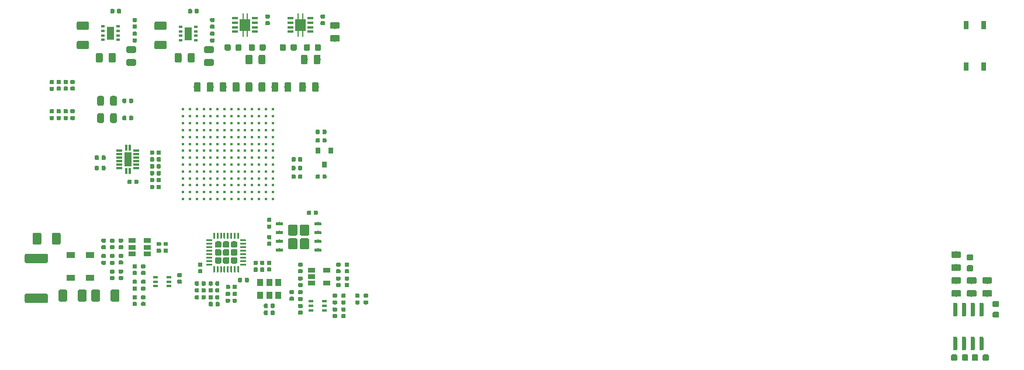
<source format=gbr>
G04 #@! TF.GenerationSoftware,KiCad,Pcbnew,5.1.4-e60b266~84~ubuntu18.04.1*
G04 #@! TF.CreationDate,2019-11-06T15:58:43-08:00*
G04 #@! TF.ProjectId,integrated,696e7465-6772-4617-9465-642e6b696361,rev?*
G04 #@! TF.SameCoordinates,Original*
G04 #@! TF.FileFunction,Paste,Top*
G04 #@! TF.FilePolarity,Positive*
%FSLAX46Y46*%
G04 Gerber Fmt 4.6, Leading zero omitted, Abs format (unit mm)*
G04 Created by KiCad (PCBNEW 5.1.4-e60b266~84~ubuntu18.04.1) date 2019-11-06 15:58:43*
%MOMM*%
%LPD*%
G04 APERTURE LIST*
%ADD10C,0.100000*%
%ADD11C,0.590000*%
%ADD12C,0.875000*%
%ADD13C,0.975000*%
%ADD14C,0.400000*%
%ADD15C,1.350000*%
%ADD16C,1.370000*%
%ADD17C,0.500000*%
%ADD18R,1.050000X2.050000*%
%ADD19R,0.300000X0.850000*%
%ADD20R,0.850000X0.300000*%
%ADD21R,1.060000X0.650000*%
%ADD22R,0.820000X1.050000*%
%ADD23C,0.250000*%
%ADD24C,0.930000*%
%ADD25R,0.230000X0.825000*%
%ADD26R,1.500000X1.750000*%
%ADD27R,0.860000X0.330000*%
%ADD28R,0.500000X0.400000*%
%ADD29R,1.100000X1.900000*%
%ADD30R,1.200000X0.900000*%
%ADD31C,1.250000*%
%ADD32R,0.650000X0.400000*%
%ADD33R,0.800000X0.900000*%
%ADD34R,0.800000X1.200000*%
%ADD35C,0.600000*%
G04 APERTURE END LIST*
D10*
G36*
X92419938Y-94670000D02*
G01*
X91910000Y-94670000D01*
X91910000Y-94029442D01*
X92419938Y-94029442D01*
X92419938Y-94670000D01*
G37*
G36*
X93090059Y-94670000D02*
G01*
X92580000Y-94670000D01*
X92580000Y-94029928D01*
X93090059Y-94029928D01*
X93090059Y-94670000D01*
G37*
G36*
X92419936Y-95470000D02*
G01*
X91910000Y-95470000D01*
X91910000Y-94830064D01*
X92419936Y-94830064D01*
X92419936Y-95470000D01*
G37*
G36*
X93090533Y-95470000D02*
G01*
X92580000Y-95470000D01*
X92580000Y-94830072D01*
X93090533Y-94830072D01*
X93090533Y-95470000D01*
G37*
G36*
X100419938Y-94670000D02*
G01*
X99910000Y-94670000D01*
X99910000Y-94029442D01*
X100419938Y-94029442D01*
X100419938Y-94670000D01*
G37*
G36*
X101090059Y-94670000D02*
G01*
X100580000Y-94670000D01*
X100580000Y-94029928D01*
X101090059Y-94029928D01*
X101090059Y-94670000D01*
G37*
G36*
X100419936Y-95470000D02*
G01*
X99910000Y-95470000D01*
X99910000Y-94830064D01*
X100419936Y-94830064D01*
X100419936Y-95470000D01*
G37*
G36*
X101090533Y-95470000D02*
G01*
X100580000Y-95470000D01*
X100580000Y-94830072D01*
X101090533Y-94830072D01*
X101090533Y-95470000D01*
G37*
G36*
X100686958Y-134190710D02*
G01*
X100701276Y-134192834D01*
X100715317Y-134196351D01*
X100728946Y-134201228D01*
X100742031Y-134207417D01*
X100754447Y-134214858D01*
X100766073Y-134223481D01*
X100776798Y-134233202D01*
X100786519Y-134243927D01*
X100795142Y-134255553D01*
X100802583Y-134267969D01*
X100808772Y-134281054D01*
X100813649Y-134294683D01*
X100817166Y-134308724D01*
X100819290Y-134323042D01*
X100820000Y-134337500D01*
X100820000Y-134632500D01*
X100819290Y-134646958D01*
X100817166Y-134661276D01*
X100813649Y-134675317D01*
X100808772Y-134688946D01*
X100802583Y-134702031D01*
X100795142Y-134714447D01*
X100786519Y-134726073D01*
X100776798Y-134736798D01*
X100766073Y-134746519D01*
X100754447Y-134755142D01*
X100742031Y-134762583D01*
X100728946Y-134768772D01*
X100715317Y-134773649D01*
X100701276Y-134777166D01*
X100686958Y-134779290D01*
X100672500Y-134780000D01*
X100327500Y-134780000D01*
X100313042Y-134779290D01*
X100298724Y-134777166D01*
X100284683Y-134773649D01*
X100271054Y-134768772D01*
X100257969Y-134762583D01*
X100245553Y-134755142D01*
X100233927Y-134746519D01*
X100223202Y-134736798D01*
X100213481Y-134726073D01*
X100204858Y-134714447D01*
X100197417Y-134702031D01*
X100191228Y-134688946D01*
X100186351Y-134675317D01*
X100182834Y-134661276D01*
X100180710Y-134646958D01*
X100180000Y-134632500D01*
X100180000Y-134337500D01*
X100180710Y-134323042D01*
X100182834Y-134308724D01*
X100186351Y-134294683D01*
X100191228Y-134281054D01*
X100197417Y-134267969D01*
X100204858Y-134255553D01*
X100213481Y-134243927D01*
X100223202Y-134233202D01*
X100233927Y-134223481D01*
X100245553Y-134214858D01*
X100257969Y-134207417D01*
X100271054Y-134201228D01*
X100284683Y-134196351D01*
X100298724Y-134192834D01*
X100313042Y-134190710D01*
X100327500Y-134190000D01*
X100672500Y-134190000D01*
X100686958Y-134190710D01*
X100686958Y-134190710D01*
G37*
D11*
X100500000Y-134485000D03*
D10*
G36*
X100686958Y-133220710D02*
G01*
X100701276Y-133222834D01*
X100715317Y-133226351D01*
X100728946Y-133231228D01*
X100742031Y-133237417D01*
X100754447Y-133244858D01*
X100766073Y-133253481D01*
X100776798Y-133263202D01*
X100786519Y-133273927D01*
X100795142Y-133285553D01*
X100802583Y-133297969D01*
X100808772Y-133311054D01*
X100813649Y-133324683D01*
X100817166Y-133338724D01*
X100819290Y-133353042D01*
X100820000Y-133367500D01*
X100820000Y-133662500D01*
X100819290Y-133676958D01*
X100817166Y-133691276D01*
X100813649Y-133705317D01*
X100808772Y-133718946D01*
X100802583Y-133732031D01*
X100795142Y-133744447D01*
X100786519Y-133756073D01*
X100776798Y-133766798D01*
X100766073Y-133776519D01*
X100754447Y-133785142D01*
X100742031Y-133792583D01*
X100728946Y-133798772D01*
X100715317Y-133803649D01*
X100701276Y-133807166D01*
X100686958Y-133809290D01*
X100672500Y-133810000D01*
X100327500Y-133810000D01*
X100313042Y-133809290D01*
X100298724Y-133807166D01*
X100284683Y-133803649D01*
X100271054Y-133798772D01*
X100257969Y-133792583D01*
X100245553Y-133785142D01*
X100233927Y-133776519D01*
X100223202Y-133766798D01*
X100213481Y-133756073D01*
X100204858Y-133744447D01*
X100197417Y-133732031D01*
X100191228Y-133718946D01*
X100186351Y-133705317D01*
X100182834Y-133691276D01*
X100180710Y-133676958D01*
X100180000Y-133662500D01*
X100180000Y-133367500D01*
X100180710Y-133353042D01*
X100182834Y-133338724D01*
X100186351Y-133324683D01*
X100191228Y-133311054D01*
X100197417Y-133297969D01*
X100204858Y-133285553D01*
X100213481Y-133273927D01*
X100223202Y-133263202D01*
X100233927Y-133253481D01*
X100245553Y-133244858D01*
X100257969Y-133237417D01*
X100271054Y-133231228D01*
X100284683Y-133226351D01*
X100298724Y-133222834D01*
X100313042Y-133220710D01*
X100327500Y-133220000D01*
X100672500Y-133220000D01*
X100686958Y-133220710D01*
X100686958Y-133220710D01*
G37*
D11*
X100500000Y-133515000D03*
D10*
G36*
X99436958Y-134175710D02*
G01*
X99451276Y-134177834D01*
X99465317Y-134181351D01*
X99478946Y-134186228D01*
X99492031Y-134192417D01*
X99504447Y-134199858D01*
X99516073Y-134208481D01*
X99526798Y-134218202D01*
X99536519Y-134228927D01*
X99545142Y-134240553D01*
X99552583Y-134252969D01*
X99558772Y-134266054D01*
X99563649Y-134279683D01*
X99567166Y-134293724D01*
X99569290Y-134308042D01*
X99570000Y-134322500D01*
X99570000Y-134617500D01*
X99569290Y-134631958D01*
X99567166Y-134646276D01*
X99563649Y-134660317D01*
X99558772Y-134673946D01*
X99552583Y-134687031D01*
X99545142Y-134699447D01*
X99536519Y-134711073D01*
X99526798Y-134721798D01*
X99516073Y-134731519D01*
X99504447Y-134740142D01*
X99492031Y-134747583D01*
X99478946Y-134753772D01*
X99465317Y-134758649D01*
X99451276Y-134762166D01*
X99436958Y-134764290D01*
X99422500Y-134765000D01*
X99077500Y-134765000D01*
X99063042Y-134764290D01*
X99048724Y-134762166D01*
X99034683Y-134758649D01*
X99021054Y-134753772D01*
X99007969Y-134747583D01*
X98995553Y-134740142D01*
X98983927Y-134731519D01*
X98973202Y-134721798D01*
X98963481Y-134711073D01*
X98954858Y-134699447D01*
X98947417Y-134687031D01*
X98941228Y-134673946D01*
X98936351Y-134660317D01*
X98932834Y-134646276D01*
X98930710Y-134631958D01*
X98930000Y-134617500D01*
X98930000Y-134322500D01*
X98930710Y-134308042D01*
X98932834Y-134293724D01*
X98936351Y-134279683D01*
X98941228Y-134266054D01*
X98947417Y-134252969D01*
X98954858Y-134240553D01*
X98963481Y-134228927D01*
X98973202Y-134218202D01*
X98983927Y-134208481D01*
X98995553Y-134199858D01*
X99007969Y-134192417D01*
X99021054Y-134186228D01*
X99034683Y-134181351D01*
X99048724Y-134177834D01*
X99063042Y-134175710D01*
X99077500Y-134175000D01*
X99422500Y-134175000D01*
X99436958Y-134175710D01*
X99436958Y-134175710D01*
G37*
D11*
X99250000Y-134470000D03*
D10*
G36*
X99436958Y-133205710D02*
G01*
X99451276Y-133207834D01*
X99465317Y-133211351D01*
X99478946Y-133216228D01*
X99492031Y-133222417D01*
X99504447Y-133229858D01*
X99516073Y-133238481D01*
X99526798Y-133248202D01*
X99536519Y-133258927D01*
X99545142Y-133270553D01*
X99552583Y-133282969D01*
X99558772Y-133296054D01*
X99563649Y-133309683D01*
X99567166Y-133323724D01*
X99569290Y-133338042D01*
X99570000Y-133352500D01*
X99570000Y-133647500D01*
X99569290Y-133661958D01*
X99567166Y-133676276D01*
X99563649Y-133690317D01*
X99558772Y-133703946D01*
X99552583Y-133717031D01*
X99545142Y-133729447D01*
X99536519Y-133741073D01*
X99526798Y-133751798D01*
X99516073Y-133761519D01*
X99504447Y-133770142D01*
X99492031Y-133777583D01*
X99478946Y-133783772D01*
X99465317Y-133788649D01*
X99451276Y-133792166D01*
X99436958Y-133794290D01*
X99422500Y-133795000D01*
X99077500Y-133795000D01*
X99063042Y-133794290D01*
X99048724Y-133792166D01*
X99034683Y-133788649D01*
X99021054Y-133783772D01*
X99007969Y-133777583D01*
X98995553Y-133770142D01*
X98983927Y-133761519D01*
X98973202Y-133751798D01*
X98963481Y-133741073D01*
X98954858Y-133729447D01*
X98947417Y-133717031D01*
X98941228Y-133703946D01*
X98936351Y-133690317D01*
X98932834Y-133676276D01*
X98930710Y-133661958D01*
X98930000Y-133647500D01*
X98930000Y-133352500D01*
X98930710Y-133338042D01*
X98932834Y-133323724D01*
X98936351Y-133309683D01*
X98941228Y-133296054D01*
X98947417Y-133282969D01*
X98954858Y-133270553D01*
X98963481Y-133258927D01*
X98973202Y-133248202D01*
X98983927Y-133238481D01*
X98995553Y-133229858D01*
X99007969Y-133222417D01*
X99021054Y-133216228D01*
X99034683Y-133211351D01*
X99048724Y-133207834D01*
X99063042Y-133205710D01*
X99077500Y-133205000D01*
X99422500Y-133205000D01*
X99436958Y-133205710D01*
X99436958Y-133205710D01*
G37*
D11*
X99250000Y-133500000D03*
D10*
G36*
X108936958Y-134690710D02*
G01*
X108951276Y-134692834D01*
X108965317Y-134696351D01*
X108978946Y-134701228D01*
X108992031Y-134707417D01*
X109004447Y-134714858D01*
X109016073Y-134723481D01*
X109026798Y-134733202D01*
X109036519Y-134743927D01*
X109045142Y-134755553D01*
X109052583Y-134767969D01*
X109058772Y-134781054D01*
X109063649Y-134794683D01*
X109067166Y-134808724D01*
X109069290Y-134823042D01*
X109070000Y-134837500D01*
X109070000Y-135132500D01*
X109069290Y-135146958D01*
X109067166Y-135161276D01*
X109063649Y-135175317D01*
X109058772Y-135188946D01*
X109052583Y-135202031D01*
X109045142Y-135214447D01*
X109036519Y-135226073D01*
X109026798Y-135236798D01*
X109016073Y-135246519D01*
X109004447Y-135255142D01*
X108992031Y-135262583D01*
X108978946Y-135268772D01*
X108965317Y-135273649D01*
X108951276Y-135277166D01*
X108936958Y-135279290D01*
X108922500Y-135280000D01*
X108577500Y-135280000D01*
X108563042Y-135279290D01*
X108548724Y-135277166D01*
X108534683Y-135273649D01*
X108521054Y-135268772D01*
X108507969Y-135262583D01*
X108495553Y-135255142D01*
X108483927Y-135246519D01*
X108473202Y-135236798D01*
X108463481Y-135226073D01*
X108454858Y-135214447D01*
X108447417Y-135202031D01*
X108441228Y-135188946D01*
X108436351Y-135175317D01*
X108432834Y-135161276D01*
X108430710Y-135146958D01*
X108430000Y-135132500D01*
X108430000Y-134837500D01*
X108430710Y-134823042D01*
X108432834Y-134808724D01*
X108436351Y-134794683D01*
X108441228Y-134781054D01*
X108447417Y-134767969D01*
X108454858Y-134755553D01*
X108463481Y-134743927D01*
X108473202Y-134733202D01*
X108483927Y-134723481D01*
X108495553Y-134714858D01*
X108507969Y-134707417D01*
X108521054Y-134701228D01*
X108534683Y-134696351D01*
X108548724Y-134692834D01*
X108563042Y-134690710D01*
X108577500Y-134690000D01*
X108922500Y-134690000D01*
X108936958Y-134690710D01*
X108936958Y-134690710D01*
G37*
D11*
X108750000Y-134985000D03*
D10*
G36*
X108936958Y-133720710D02*
G01*
X108951276Y-133722834D01*
X108965317Y-133726351D01*
X108978946Y-133731228D01*
X108992031Y-133737417D01*
X109004447Y-133744858D01*
X109016073Y-133753481D01*
X109026798Y-133763202D01*
X109036519Y-133773927D01*
X109045142Y-133785553D01*
X109052583Y-133797969D01*
X109058772Y-133811054D01*
X109063649Y-133824683D01*
X109067166Y-133838724D01*
X109069290Y-133853042D01*
X109070000Y-133867500D01*
X109070000Y-134162500D01*
X109069290Y-134176958D01*
X109067166Y-134191276D01*
X109063649Y-134205317D01*
X109058772Y-134218946D01*
X109052583Y-134232031D01*
X109045142Y-134244447D01*
X109036519Y-134256073D01*
X109026798Y-134266798D01*
X109016073Y-134276519D01*
X109004447Y-134285142D01*
X108992031Y-134292583D01*
X108978946Y-134298772D01*
X108965317Y-134303649D01*
X108951276Y-134307166D01*
X108936958Y-134309290D01*
X108922500Y-134310000D01*
X108577500Y-134310000D01*
X108563042Y-134309290D01*
X108548724Y-134307166D01*
X108534683Y-134303649D01*
X108521054Y-134298772D01*
X108507969Y-134292583D01*
X108495553Y-134285142D01*
X108483927Y-134276519D01*
X108473202Y-134266798D01*
X108463481Y-134256073D01*
X108454858Y-134244447D01*
X108447417Y-134232031D01*
X108441228Y-134218946D01*
X108436351Y-134205317D01*
X108432834Y-134191276D01*
X108430710Y-134176958D01*
X108430000Y-134162500D01*
X108430000Y-133867500D01*
X108430710Y-133853042D01*
X108432834Y-133838724D01*
X108436351Y-133824683D01*
X108441228Y-133811054D01*
X108447417Y-133797969D01*
X108454858Y-133785553D01*
X108463481Y-133773927D01*
X108473202Y-133763202D01*
X108483927Y-133753481D01*
X108495553Y-133744858D01*
X108507969Y-133737417D01*
X108521054Y-133731228D01*
X108534683Y-133726351D01*
X108548724Y-133722834D01*
X108563042Y-133720710D01*
X108577500Y-133720000D01*
X108922500Y-133720000D01*
X108936958Y-133720710D01*
X108936958Y-133720710D01*
G37*
D11*
X108750000Y-134015000D03*
D10*
G36*
X110186958Y-134690710D02*
G01*
X110201276Y-134692834D01*
X110215317Y-134696351D01*
X110228946Y-134701228D01*
X110242031Y-134707417D01*
X110254447Y-134714858D01*
X110266073Y-134723481D01*
X110276798Y-134733202D01*
X110286519Y-134743927D01*
X110295142Y-134755553D01*
X110302583Y-134767969D01*
X110308772Y-134781054D01*
X110313649Y-134794683D01*
X110317166Y-134808724D01*
X110319290Y-134823042D01*
X110320000Y-134837500D01*
X110320000Y-135132500D01*
X110319290Y-135146958D01*
X110317166Y-135161276D01*
X110313649Y-135175317D01*
X110308772Y-135188946D01*
X110302583Y-135202031D01*
X110295142Y-135214447D01*
X110286519Y-135226073D01*
X110276798Y-135236798D01*
X110266073Y-135246519D01*
X110254447Y-135255142D01*
X110242031Y-135262583D01*
X110228946Y-135268772D01*
X110215317Y-135273649D01*
X110201276Y-135277166D01*
X110186958Y-135279290D01*
X110172500Y-135280000D01*
X109827500Y-135280000D01*
X109813042Y-135279290D01*
X109798724Y-135277166D01*
X109784683Y-135273649D01*
X109771054Y-135268772D01*
X109757969Y-135262583D01*
X109745553Y-135255142D01*
X109733927Y-135246519D01*
X109723202Y-135236798D01*
X109713481Y-135226073D01*
X109704858Y-135214447D01*
X109697417Y-135202031D01*
X109691228Y-135188946D01*
X109686351Y-135175317D01*
X109682834Y-135161276D01*
X109680710Y-135146958D01*
X109680000Y-135132500D01*
X109680000Y-134837500D01*
X109680710Y-134823042D01*
X109682834Y-134808724D01*
X109686351Y-134794683D01*
X109691228Y-134781054D01*
X109697417Y-134767969D01*
X109704858Y-134755553D01*
X109713481Y-134743927D01*
X109723202Y-134733202D01*
X109733927Y-134723481D01*
X109745553Y-134714858D01*
X109757969Y-134707417D01*
X109771054Y-134701228D01*
X109784683Y-134696351D01*
X109798724Y-134692834D01*
X109813042Y-134690710D01*
X109827500Y-134690000D01*
X110172500Y-134690000D01*
X110186958Y-134690710D01*
X110186958Y-134690710D01*
G37*
D11*
X110000000Y-134985000D03*
D10*
G36*
X110186958Y-133720710D02*
G01*
X110201276Y-133722834D01*
X110215317Y-133726351D01*
X110228946Y-133731228D01*
X110242031Y-133737417D01*
X110254447Y-133744858D01*
X110266073Y-133753481D01*
X110276798Y-133763202D01*
X110286519Y-133773927D01*
X110295142Y-133785553D01*
X110302583Y-133797969D01*
X110308772Y-133811054D01*
X110313649Y-133824683D01*
X110317166Y-133838724D01*
X110319290Y-133853042D01*
X110320000Y-133867500D01*
X110320000Y-134162500D01*
X110319290Y-134176958D01*
X110317166Y-134191276D01*
X110313649Y-134205317D01*
X110308772Y-134218946D01*
X110302583Y-134232031D01*
X110295142Y-134244447D01*
X110286519Y-134256073D01*
X110276798Y-134266798D01*
X110266073Y-134276519D01*
X110254447Y-134285142D01*
X110242031Y-134292583D01*
X110228946Y-134298772D01*
X110215317Y-134303649D01*
X110201276Y-134307166D01*
X110186958Y-134309290D01*
X110172500Y-134310000D01*
X109827500Y-134310000D01*
X109813042Y-134309290D01*
X109798724Y-134307166D01*
X109784683Y-134303649D01*
X109771054Y-134298772D01*
X109757969Y-134292583D01*
X109745553Y-134285142D01*
X109733927Y-134276519D01*
X109723202Y-134266798D01*
X109713481Y-134256073D01*
X109704858Y-134244447D01*
X109697417Y-134232031D01*
X109691228Y-134218946D01*
X109686351Y-134205317D01*
X109682834Y-134191276D01*
X109680710Y-134176958D01*
X109680000Y-134162500D01*
X109680000Y-133867500D01*
X109680710Y-133853042D01*
X109682834Y-133838724D01*
X109686351Y-133824683D01*
X109691228Y-133811054D01*
X109697417Y-133797969D01*
X109704858Y-133785553D01*
X109713481Y-133773927D01*
X109723202Y-133763202D01*
X109733927Y-133753481D01*
X109745553Y-133744858D01*
X109757969Y-133737417D01*
X109771054Y-133731228D01*
X109784683Y-133726351D01*
X109798724Y-133722834D01*
X109813042Y-133720710D01*
X109827500Y-133720000D01*
X110172500Y-133720000D01*
X110186958Y-133720710D01*
X110186958Y-133720710D01*
G37*
D11*
X110000000Y-134015000D03*
D10*
G36*
X198452691Y-142526053D02*
G01*
X198473926Y-142529203D01*
X198494750Y-142534419D01*
X198514962Y-142541651D01*
X198534368Y-142550830D01*
X198552781Y-142561866D01*
X198570024Y-142574654D01*
X198585930Y-142589070D01*
X198600346Y-142604976D01*
X198613134Y-142622219D01*
X198624170Y-142640632D01*
X198633349Y-142660038D01*
X198640581Y-142680250D01*
X198645797Y-142701074D01*
X198648947Y-142722309D01*
X198650000Y-142743750D01*
X198650000Y-143256250D01*
X198648947Y-143277691D01*
X198645797Y-143298926D01*
X198640581Y-143319750D01*
X198633349Y-143339962D01*
X198624170Y-143359368D01*
X198613134Y-143377781D01*
X198600346Y-143395024D01*
X198585930Y-143410930D01*
X198570024Y-143425346D01*
X198552781Y-143438134D01*
X198534368Y-143449170D01*
X198514962Y-143458349D01*
X198494750Y-143465581D01*
X198473926Y-143470797D01*
X198452691Y-143473947D01*
X198431250Y-143475000D01*
X197993750Y-143475000D01*
X197972309Y-143473947D01*
X197951074Y-143470797D01*
X197930250Y-143465581D01*
X197910038Y-143458349D01*
X197890632Y-143449170D01*
X197872219Y-143438134D01*
X197854976Y-143425346D01*
X197839070Y-143410930D01*
X197824654Y-143395024D01*
X197811866Y-143377781D01*
X197800830Y-143359368D01*
X197791651Y-143339962D01*
X197784419Y-143319750D01*
X197779203Y-143298926D01*
X197776053Y-143277691D01*
X197775000Y-143256250D01*
X197775000Y-142743750D01*
X197776053Y-142722309D01*
X197779203Y-142701074D01*
X197784419Y-142680250D01*
X197791651Y-142660038D01*
X197800830Y-142640632D01*
X197811866Y-142622219D01*
X197824654Y-142604976D01*
X197839070Y-142589070D01*
X197854976Y-142574654D01*
X197872219Y-142561866D01*
X197890632Y-142550830D01*
X197910038Y-142541651D01*
X197930250Y-142534419D01*
X197951074Y-142529203D01*
X197972309Y-142526053D01*
X197993750Y-142525000D01*
X198431250Y-142525000D01*
X198452691Y-142526053D01*
X198452691Y-142526053D01*
G37*
D12*
X198212500Y-143000000D03*
D10*
G36*
X200027691Y-142526053D02*
G01*
X200048926Y-142529203D01*
X200069750Y-142534419D01*
X200089962Y-142541651D01*
X200109368Y-142550830D01*
X200127781Y-142561866D01*
X200145024Y-142574654D01*
X200160930Y-142589070D01*
X200175346Y-142604976D01*
X200188134Y-142622219D01*
X200199170Y-142640632D01*
X200208349Y-142660038D01*
X200215581Y-142680250D01*
X200220797Y-142701074D01*
X200223947Y-142722309D01*
X200225000Y-142743750D01*
X200225000Y-143256250D01*
X200223947Y-143277691D01*
X200220797Y-143298926D01*
X200215581Y-143319750D01*
X200208349Y-143339962D01*
X200199170Y-143359368D01*
X200188134Y-143377781D01*
X200175346Y-143395024D01*
X200160930Y-143410930D01*
X200145024Y-143425346D01*
X200127781Y-143438134D01*
X200109368Y-143449170D01*
X200089962Y-143458349D01*
X200069750Y-143465581D01*
X200048926Y-143470797D01*
X200027691Y-143473947D01*
X200006250Y-143475000D01*
X199568750Y-143475000D01*
X199547309Y-143473947D01*
X199526074Y-143470797D01*
X199505250Y-143465581D01*
X199485038Y-143458349D01*
X199465632Y-143449170D01*
X199447219Y-143438134D01*
X199429976Y-143425346D01*
X199414070Y-143410930D01*
X199399654Y-143395024D01*
X199386866Y-143377781D01*
X199375830Y-143359368D01*
X199366651Y-143339962D01*
X199359419Y-143319750D01*
X199354203Y-143298926D01*
X199351053Y-143277691D01*
X199350000Y-143256250D01*
X199350000Y-142743750D01*
X199351053Y-142722309D01*
X199354203Y-142701074D01*
X199359419Y-142680250D01*
X199366651Y-142660038D01*
X199375830Y-142640632D01*
X199386866Y-142622219D01*
X199399654Y-142604976D01*
X199414070Y-142589070D01*
X199429976Y-142574654D01*
X199447219Y-142561866D01*
X199465632Y-142550830D01*
X199485038Y-142541651D01*
X199505250Y-142534419D01*
X199526074Y-142529203D01*
X199547309Y-142526053D01*
X199568750Y-142525000D01*
X200006250Y-142525000D01*
X200027691Y-142526053D01*
X200027691Y-142526053D01*
G37*
D12*
X199787500Y-143000000D03*
D10*
G36*
X66686958Y-107940710D02*
G01*
X66701276Y-107942834D01*
X66715317Y-107946351D01*
X66728946Y-107951228D01*
X66742031Y-107957417D01*
X66754447Y-107964858D01*
X66766073Y-107973481D01*
X66776798Y-107983202D01*
X66786519Y-107993927D01*
X66795142Y-108005553D01*
X66802583Y-108017969D01*
X66808772Y-108031054D01*
X66813649Y-108044683D01*
X66817166Y-108058724D01*
X66819290Y-108073042D01*
X66820000Y-108087500D01*
X66820000Y-108382500D01*
X66819290Y-108396958D01*
X66817166Y-108411276D01*
X66813649Y-108425317D01*
X66808772Y-108438946D01*
X66802583Y-108452031D01*
X66795142Y-108464447D01*
X66786519Y-108476073D01*
X66776798Y-108486798D01*
X66766073Y-108496519D01*
X66754447Y-108505142D01*
X66742031Y-108512583D01*
X66728946Y-108518772D01*
X66715317Y-108523649D01*
X66701276Y-108527166D01*
X66686958Y-108529290D01*
X66672500Y-108530000D01*
X66327500Y-108530000D01*
X66313042Y-108529290D01*
X66298724Y-108527166D01*
X66284683Y-108523649D01*
X66271054Y-108518772D01*
X66257969Y-108512583D01*
X66245553Y-108505142D01*
X66233927Y-108496519D01*
X66223202Y-108486798D01*
X66213481Y-108476073D01*
X66204858Y-108464447D01*
X66197417Y-108452031D01*
X66191228Y-108438946D01*
X66186351Y-108425317D01*
X66182834Y-108411276D01*
X66180710Y-108396958D01*
X66180000Y-108382500D01*
X66180000Y-108087500D01*
X66180710Y-108073042D01*
X66182834Y-108058724D01*
X66186351Y-108044683D01*
X66191228Y-108031054D01*
X66197417Y-108017969D01*
X66204858Y-108005553D01*
X66213481Y-107993927D01*
X66223202Y-107983202D01*
X66233927Y-107973481D01*
X66245553Y-107964858D01*
X66257969Y-107957417D01*
X66271054Y-107951228D01*
X66284683Y-107946351D01*
X66298724Y-107942834D01*
X66313042Y-107940710D01*
X66327500Y-107940000D01*
X66672500Y-107940000D01*
X66686958Y-107940710D01*
X66686958Y-107940710D01*
G37*
D11*
X66500000Y-108235000D03*
D10*
G36*
X66686958Y-106970710D02*
G01*
X66701276Y-106972834D01*
X66715317Y-106976351D01*
X66728946Y-106981228D01*
X66742031Y-106987417D01*
X66754447Y-106994858D01*
X66766073Y-107003481D01*
X66776798Y-107013202D01*
X66786519Y-107023927D01*
X66795142Y-107035553D01*
X66802583Y-107047969D01*
X66808772Y-107061054D01*
X66813649Y-107074683D01*
X66817166Y-107088724D01*
X66819290Y-107103042D01*
X66820000Y-107117500D01*
X66820000Y-107412500D01*
X66819290Y-107426958D01*
X66817166Y-107441276D01*
X66813649Y-107455317D01*
X66808772Y-107468946D01*
X66802583Y-107482031D01*
X66795142Y-107494447D01*
X66786519Y-107506073D01*
X66776798Y-107516798D01*
X66766073Y-107526519D01*
X66754447Y-107535142D01*
X66742031Y-107542583D01*
X66728946Y-107548772D01*
X66715317Y-107553649D01*
X66701276Y-107557166D01*
X66686958Y-107559290D01*
X66672500Y-107560000D01*
X66327500Y-107560000D01*
X66313042Y-107559290D01*
X66298724Y-107557166D01*
X66284683Y-107553649D01*
X66271054Y-107548772D01*
X66257969Y-107542583D01*
X66245553Y-107535142D01*
X66233927Y-107526519D01*
X66223202Y-107516798D01*
X66213481Y-107506073D01*
X66204858Y-107494447D01*
X66197417Y-107482031D01*
X66191228Y-107468946D01*
X66186351Y-107455317D01*
X66182834Y-107441276D01*
X66180710Y-107426958D01*
X66180000Y-107412500D01*
X66180000Y-107117500D01*
X66180710Y-107103042D01*
X66182834Y-107088724D01*
X66186351Y-107074683D01*
X66191228Y-107061054D01*
X66197417Y-107047969D01*
X66204858Y-107035553D01*
X66213481Y-107023927D01*
X66223202Y-107013202D01*
X66233927Y-107003481D01*
X66245553Y-106994858D01*
X66257969Y-106987417D01*
X66271054Y-106981228D01*
X66284683Y-106976351D01*
X66298724Y-106972834D01*
X66313042Y-106970710D01*
X66327500Y-106970000D01*
X66672500Y-106970000D01*
X66686958Y-106970710D01*
X66686958Y-106970710D01*
G37*
D11*
X66500000Y-107265000D03*
D10*
G36*
X66686958Y-103690710D02*
G01*
X66701276Y-103692834D01*
X66715317Y-103696351D01*
X66728946Y-103701228D01*
X66742031Y-103707417D01*
X66754447Y-103714858D01*
X66766073Y-103723481D01*
X66776798Y-103733202D01*
X66786519Y-103743927D01*
X66795142Y-103755553D01*
X66802583Y-103767969D01*
X66808772Y-103781054D01*
X66813649Y-103794683D01*
X66817166Y-103808724D01*
X66819290Y-103823042D01*
X66820000Y-103837500D01*
X66820000Y-104132500D01*
X66819290Y-104146958D01*
X66817166Y-104161276D01*
X66813649Y-104175317D01*
X66808772Y-104188946D01*
X66802583Y-104202031D01*
X66795142Y-104214447D01*
X66786519Y-104226073D01*
X66776798Y-104236798D01*
X66766073Y-104246519D01*
X66754447Y-104255142D01*
X66742031Y-104262583D01*
X66728946Y-104268772D01*
X66715317Y-104273649D01*
X66701276Y-104277166D01*
X66686958Y-104279290D01*
X66672500Y-104280000D01*
X66327500Y-104280000D01*
X66313042Y-104279290D01*
X66298724Y-104277166D01*
X66284683Y-104273649D01*
X66271054Y-104268772D01*
X66257969Y-104262583D01*
X66245553Y-104255142D01*
X66233927Y-104246519D01*
X66223202Y-104236798D01*
X66213481Y-104226073D01*
X66204858Y-104214447D01*
X66197417Y-104202031D01*
X66191228Y-104188946D01*
X66186351Y-104175317D01*
X66182834Y-104161276D01*
X66180710Y-104146958D01*
X66180000Y-104132500D01*
X66180000Y-103837500D01*
X66180710Y-103823042D01*
X66182834Y-103808724D01*
X66186351Y-103794683D01*
X66191228Y-103781054D01*
X66197417Y-103767969D01*
X66204858Y-103755553D01*
X66213481Y-103743927D01*
X66223202Y-103733202D01*
X66233927Y-103723481D01*
X66245553Y-103714858D01*
X66257969Y-103707417D01*
X66271054Y-103701228D01*
X66284683Y-103696351D01*
X66298724Y-103692834D01*
X66313042Y-103690710D01*
X66327500Y-103690000D01*
X66672500Y-103690000D01*
X66686958Y-103690710D01*
X66686958Y-103690710D01*
G37*
D11*
X66500000Y-103985000D03*
D10*
G36*
X66686958Y-102720710D02*
G01*
X66701276Y-102722834D01*
X66715317Y-102726351D01*
X66728946Y-102731228D01*
X66742031Y-102737417D01*
X66754447Y-102744858D01*
X66766073Y-102753481D01*
X66776798Y-102763202D01*
X66786519Y-102773927D01*
X66795142Y-102785553D01*
X66802583Y-102797969D01*
X66808772Y-102811054D01*
X66813649Y-102824683D01*
X66817166Y-102838724D01*
X66819290Y-102853042D01*
X66820000Y-102867500D01*
X66820000Y-103162500D01*
X66819290Y-103176958D01*
X66817166Y-103191276D01*
X66813649Y-103205317D01*
X66808772Y-103218946D01*
X66802583Y-103232031D01*
X66795142Y-103244447D01*
X66786519Y-103256073D01*
X66776798Y-103266798D01*
X66766073Y-103276519D01*
X66754447Y-103285142D01*
X66742031Y-103292583D01*
X66728946Y-103298772D01*
X66715317Y-103303649D01*
X66701276Y-103307166D01*
X66686958Y-103309290D01*
X66672500Y-103310000D01*
X66327500Y-103310000D01*
X66313042Y-103309290D01*
X66298724Y-103307166D01*
X66284683Y-103303649D01*
X66271054Y-103298772D01*
X66257969Y-103292583D01*
X66245553Y-103285142D01*
X66233927Y-103276519D01*
X66223202Y-103266798D01*
X66213481Y-103256073D01*
X66204858Y-103244447D01*
X66197417Y-103232031D01*
X66191228Y-103218946D01*
X66186351Y-103205317D01*
X66182834Y-103191276D01*
X66180710Y-103176958D01*
X66180000Y-103162500D01*
X66180000Y-102867500D01*
X66180710Y-102853042D01*
X66182834Y-102838724D01*
X66186351Y-102824683D01*
X66191228Y-102811054D01*
X66197417Y-102797969D01*
X66204858Y-102785553D01*
X66213481Y-102773927D01*
X66223202Y-102763202D01*
X66233927Y-102753481D01*
X66245553Y-102744858D01*
X66257969Y-102737417D01*
X66271054Y-102731228D01*
X66284683Y-102726351D01*
X66298724Y-102722834D01*
X66313042Y-102720710D01*
X66327500Y-102720000D01*
X66672500Y-102720000D01*
X66686958Y-102720710D01*
X66686958Y-102720710D01*
G37*
D11*
X66500000Y-103015000D03*
D10*
G36*
X73705142Y-107551174D02*
G01*
X73728803Y-107554684D01*
X73752007Y-107560496D01*
X73774529Y-107568554D01*
X73796153Y-107578782D01*
X73816670Y-107591079D01*
X73835883Y-107605329D01*
X73853607Y-107621393D01*
X73869671Y-107639117D01*
X73883921Y-107658330D01*
X73896218Y-107678847D01*
X73906446Y-107700471D01*
X73914504Y-107722993D01*
X73920316Y-107746197D01*
X73923826Y-107769858D01*
X73925000Y-107793750D01*
X73925000Y-108706250D01*
X73923826Y-108730142D01*
X73920316Y-108753803D01*
X73914504Y-108777007D01*
X73906446Y-108799529D01*
X73896218Y-108821153D01*
X73883921Y-108841670D01*
X73869671Y-108860883D01*
X73853607Y-108878607D01*
X73835883Y-108894671D01*
X73816670Y-108908921D01*
X73796153Y-108921218D01*
X73774529Y-108931446D01*
X73752007Y-108939504D01*
X73728803Y-108945316D01*
X73705142Y-108948826D01*
X73681250Y-108950000D01*
X73193750Y-108950000D01*
X73169858Y-108948826D01*
X73146197Y-108945316D01*
X73122993Y-108939504D01*
X73100471Y-108931446D01*
X73078847Y-108921218D01*
X73058330Y-108908921D01*
X73039117Y-108894671D01*
X73021393Y-108878607D01*
X73005329Y-108860883D01*
X72991079Y-108841670D01*
X72978782Y-108821153D01*
X72968554Y-108799529D01*
X72960496Y-108777007D01*
X72954684Y-108753803D01*
X72951174Y-108730142D01*
X72950000Y-108706250D01*
X72950000Y-107793750D01*
X72951174Y-107769858D01*
X72954684Y-107746197D01*
X72960496Y-107722993D01*
X72968554Y-107700471D01*
X72978782Y-107678847D01*
X72991079Y-107658330D01*
X73005329Y-107639117D01*
X73021393Y-107621393D01*
X73039117Y-107605329D01*
X73058330Y-107591079D01*
X73078847Y-107578782D01*
X73100471Y-107568554D01*
X73122993Y-107560496D01*
X73146197Y-107554684D01*
X73169858Y-107551174D01*
X73193750Y-107550000D01*
X73681250Y-107550000D01*
X73705142Y-107551174D01*
X73705142Y-107551174D01*
G37*
D13*
X73437500Y-108250000D03*
D10*
G36*
X71830142Y-107551174D02*
G01*
X71853803Y-107554684D01*
X71877007Y-107560496D01*
X71899529Y-107568554D01*
X71921153Y-107578782D01*
X71941670Y-107591079D01*
X71960883Y-107605329D01*
X71978607Y-107621393D01*
X71994671Y-107639117D01*
X72008921Y-107658330D01*
X72021218Y-107678847D01*
X72031446Y-107700471D01*
X72039504Y-107722993D01*
X72045316Y-107746197D01*
X72048826Y-107769858D01*
X72050000Y-107793750D01*
X72050000Y-108706250D01*
X72048826Y-108730142D01*
X72045316Y-108753803D01*
X72039504Y-108777007D01*
X72031446Y-108799529D01*
X72021218Y-108821153D01*
X72008921Y-108841670D01*
X71994671Y-108860883D01*
X71978607Y-108878607D01*
X71960883Y-108894671D01*
X71941670Y-108908921D01*
X71921153Y-108921218D01*
X71899529Y-108931446D01*
X71877007Y-108939504D01*
X71853803Y-108945316D01*
X71830142Y-108948826D01*
X71806250Y-108950000D01*
X71318750Y-108950000D01*
X71294858Y-108948826D01*
X71271197Y-108945316D01*
X71247993Y-108939504D01*
X71225471Y-108931446D01*
X71203847Y-108921218D01*
X71183330Y-108908921D01*
X71164117Y-108894671D01*
X71146393Y-108878607D01*
X71130329Y-108860883D01*
X71116079Y-108841670D01*
X71103782Y-108821153D01*
X71093554Y-108799529D01*
X71085496Y-108777007D01*
X71079684Y-108753803D01*
X71076174Y-108730142D01*
X71075000Y-108706250D01*
X71075000Y-107793750D01*
X71076174Y-107769858D01*
X71079684Y-107746197D01*
X71085496Y-107722993D01*
X71093554Y-107700471D01*
X71103782Y-107678847D01*
X71116079Y-107658330D01*
X71130329Y-107639117D01*
X71146393Y-107621393D01*
X71164117Y-107605329D01*
X71183330Y-107591079D01*
X71203847Y-107578782D01*
X71225471Y-107568554D01*
X71247993Y-107560496D01*
X71271197Y-107554684D01*
X71294858Y-107551174D01*
X71318750Y-107550000D01*
X71806250Y-107550000D01*
X71830142Y-107551174D01*
X71830142Y-107551174D01*
G37*
D13*
X71562500Y-108250000D03*
D10*
G36*
X73705142Y-105051174D02*
G01*
X73728803Y-105054684D01*
X73752007Y-105060496D01*
X73774529Y-105068554D01*
X73796153Y-105078782D01*
X73816670Y-105091079D01*
X73835883Y-105105329D01*
X73853607Y-105121393D01*
X73869671Y-105139117D01*
X73883921Y-105158330D01*
X73896218Y-105178847D01*
X73906446Y-105200471D01*
X73914504Y-105222993D01*
X73920316Y-105246197D01*
X73923826Y-105269858D01*
X73925000Y-105293750D01*
X73925000Y-106206250D01*
X73923826Y-106230142D01*
X73920316Y-106253803D01*
X73914504Y-106277007D01*
X73906446Y-106299529D01*
X73896218Y-106321153D01*
X73883921Y-106341670D01*
X73869671Y-106360883D01*
X73853607Y-106378607D01*
X73835883Y-106394671D01*
X73816670Y-106408921D01*
X73796153Y-106421218D01*
X73774529Y-106431446D01*
X73752007Y-106439504D01*
X73728803Y-106445316D01*
X73705142Y-106448826D01*
X73681250Y-106450000D01*
X73193750Y-106450000D01*
X73169858Y-106448826D01*
X73146197Y-106445316D01*
X73122993Y-106439504D01*
X73100471Y-106431446D01*
X73078847Y-106421218D01*
X73058330Y-106408921D01*
X73039117Y-106394671D01*
X73021393Y-106378607D01*
X73005329Y-106360883D01*
X72991079Y-106341670D01*
X72978782Y-106321153D01*
X72968554Y-106299529D01*
X72960496Y-106277007D01*
X72954684Y-106253803D01*
X72951174Y-106230142D01*
X72950000Y-106206250D01*
X72950000Y-105293750D01*
X72951174Y-105269858D01*
X72954684Y-105246197D01*
X72960496Y-105222993D01*
X72968554Y-105200471D01*
X72978782Y-105178847D01*
X72991079Y-105158330D01*
X73005329Y-105139117D01*
X73021393Y-105121393D01*
X73039117Y-105105329D01*
X73058330Y-105091079D01*
X73078847Y-105078782D01*
X73100471Y-105068554D01*
X73122993Y-105060496D01*
X73146197Y-105054684D01*
X73169858Y-105051174D01*
X73193750Y-105050000D01*
X73681250Y-105050000D01*
X73705142Y-105051174D01*
X73705142Y-105051174D01*
G37*
D13*
X73437500Y-105750000D03*
D10*
G36*
X71830142Y-105051174D02*
G01*
X71853803Y-105054684D01*
X71877007Y-105060496D01*
X71899529Y-105068554D01*
X71921153Y-105078782D01*
X71941670Y-105091079D01*
X71960883Y-105105329D01*
X71978607Y-105121393D01*
X71994671Y-105139117D01*
X72008921Y-105158330D01*
X72021218Y-105178847D01*
X72031446Y-105200471D01*
X72039504Y-105222993D01*
X72045316Y-105246197D01*
X72048826Y-105269858D01*
X72050000Y-105293750D01*
X72050000Y-106206250D01*
X72048826Y-106230142D01*
X72045316Y-106253803D01*
X72039504Y-106277007D01*
X72031446Y-106299529D01*
X72021218Y-106321153D01*
X72008921Y-106341670D01*
X71994671Y-106360883D01*
X71978607Y-106378607D01*
X71960883Y-106394671D01*
X71941670Y-106408921D01*
X71921153Y-106421218D01*
X71899529Y-106431446D01*
X71877007Y-106439504D01*
X71853803Y-106445316D01*
X71830142Y-106448826D01*
X71806250Y-106450000D01*
X71318750Y-106450000D01*
X71294858Y-106448826D01*
X71271197Y-106445316D01*
X71247993Y-106439504D01*
X71225471Y-106431446D01*
X71203847Y-106421218D01*
X71183330Y-106408921D01*
X71164117Y-106394671D01*
X71146393Y-106378607D01*
X71130329Y-106360883D01*
X71116079Y-106341670D01*
X71103782Y-106321153D01*
X71093554Y-106299529D01*
X71085496Y-106277007D01*
X71079684Y-106253803D01*
X71076174Y-106230142D01*
X71075000Y-106206250D01*
X71075000Y-105293750D01*
X71076174Y-105269858D01*
X71079684Y-105246197D01*
X71085496Y-105222993D01*
X71093554Y-105200471D01*
X71103782Y-105178847D01*
X71116079Y-105158330D01*
X71130329Y-105139117D01*
X71146393Y-105121393D01*
X71164117Y-105105329D01*
X71183330Y-105091079D01*
X71203847Y-105078782D01*
X71225471Y-105068554D01*
X71247993Y-105060496D01*
X71271197Y-105054684D01*
X71294858Y-105051174D01*
X71318750Y-105050000D01*
X71806250Y-105050000D01*
X71830142Y-105051174D01*
X71830142Y-105051174D01*
G37*
D13*
X71562500Y-105750000D03*
D10*
G36*
X106936958Y-134690710D02*
G01*
X106951276Y-134692834D01*
X106965317Y-134696351D01*
X106978946Y-134701228D01*
X106992031Y-134707417D01*
X107004447Y-134714858D01*
X107016073Y-134723481D01*
X107026798Y-134733202D01*
X107036519Y-134743927D01*
X107045142Y-134755553D01*
X107052583Y-134767969D01*
X107058772Y-134781054D01*
X107063649Y-134794683D01*
X107067166Y-134808724D01*
X107069290Y-134823042D01*
X107070000Y-134837500D01*
X107070000Y-135132500D01*
X107069290Y-135146958D01*
X107067166Y-135161276D01*
X107063649Y-135175317D01*
X107058772Y-135188946D01*
X107052583Y-135202031D01*
X107045142Y-135214447D01*
X107036519Y-135226073D01*
X107026798Y-135236798D01*
X107016073Y-135246519D01*
X107004447Y-135255142D01*
X106992031Y-135262583D01*
X106978946Y-135268772D01*
X106965317Y-135273649D01*
X106951276Y-135277166D01*
X106936958Y-135279290D01*
X106922500Y-135280000D01*
X106577500Y-135280000D01*
X106563042Y-135279290D01*
X106548724Y-135277166D01*
X106534683Y-135273649D01*
X106521054Y-135268772D01*
X106507969Y-135262583D01*
X106495553Y-135255142D01*
X106483927Y-135246519D01*
X106473202Y-135236798D01*
X106463481Y-135226073D01*
X106454858Y-135214447D01*
X106447417Y-135202031D01*
X106441228Y-135188946D01*
X106436351Y-135175317D01*
X106432834Y-135161276D01*
X106430710Y-135146958D01*
X106430000Y-135132500D01*
X106430000Y-134837500D01*
X106430710Y-134823042D01*
X106432834Y-134808724D01*
X106436351Y-134794683D01*
X106441228Y-134781054D01*
X106447417Y-134767969D01*
X106454858Y-134755553D01*
X106463481Y-134743927D01*
X106473202Y-134733202D01*
X106483927Y-134723481D01*
X106495553Y-134714858D01*
X106507969Y-134707417D01*
X106521054Y-134701228D01*
X106534683Y-134696351D01*
X106548724Y-134692834D01*
X106563042Y-134690710D01*
X106577500Y-134690000D01*
X106922500Y-134690000D01*
X106936958Y-134690710D01*
X106936958Y-134690710D01*
G37*
D11*
X106750000Y-134985000D03*
D10*
G36*
X106936958Y-133720710D02*
G01*
X106951276Y-133722834D01*
X106965317Y-133726351D01*
X106978946Y-133731228D01*
X106992031Y-133737417D01*
X107004447Y-133744858D01*
X107016073Y-133753481D01*
X107026798Y-133763202D01*
X107036519Y-133773927D01*
X107045142Y-133785553D01*
X107052583Y-133797969D01*
X107058772Y-133811054D01*
X107063649Y-133824683D01*
X107067166Y-133838724D01*
X107069290Y-133853042D01*
X107070000Y-133867500D01*
X107070000Y-134162500D01*
X107069290Y-134176958D01*
X107067166Y-134191276D01*
X107063649Y-134205317D01*
X107058772Y-134218946D01*
X107052583Y-134232031D01*
X107045142Y-134244447D01*
X107036519Y-134256073D01*
X107026798Y-134266798D01*
X107016073Y-134276519D01*
X107004447Y-134285142D01*
X106992031Y-134292583D01*
X106978946Y-134298772D01*
X106965317Y-134303649D01*
X106951276Y-134307166D01*
X106936958Y-134309290D01*
X106922500Y-134310000D01*
X106577500Y-134310000D01*
X106563042Y-134309290D01*
X106548724Y-134307166D01*
X106534683Y-134303649D01*
X106521054Y-134298772D01*
X106507969Y-134292583D01*
X106495553Y-134285142D01*
X106483927Y-134276519D01*
X106473202Y-134266798D01*
X106463481Y-134256073D01*
X106454858Y-134244447D01*
X106447417Y-134232031D01*
X106441228Y-134218946D01*
X106436351Y-134205317D01*
X106432834Y-134191276D01*
X106430710Y-134176958D01*
X106430000Y-134162500D01*
X106430000Y-133867500D01*
X106430710Y-133853042D01*
X106432834Y-133838724D01*
X106436351Y-133824683D01*
X106441228Y-133811054D01*
X106447417Y-133797969D01*
X106454858Y-133785553D01*
X106463481Y-133773927D01*
X106473202Y-133763202D01*
X106483927Y-133753481D01*
X106495553Y-133744858D01*
X106507969Y-133737417D01*
X106521054Y-133731228D01*
X106534683Y-133726351D01*
X106548724Y-133722834D01*
X106563042Y-133720710D01*
X106577500Y-133720000D01*
X106922500Y-133720000D01*
X106936958Y-133720710D01*
X106936958Y-133720710D01*
G37*
D11*
X106750000Y-134015000D03*
D10*
G36*
X106936958Y-135720710D02*
G01*
X106951276Y-135722834D01*
X106965317Y-135726351D01*
X106978946Y-135731228D01*
X106992031Y-135737417D01*
X107004447Y-135744858D01*
X107016073Y-135753481D01*
X107026798Y-135763202D01*
X107036519Y-135773927D01*
X107045142Y-135785553D01*
X107052583Y-135797969D01*
X107058772Y-135811054D01*
X107063649Y-135824683D01*
X107067166Y-135838724D01*
X107069290Y-135853042D01*
X107070000Y-135867500D01*
X107070000Y-136162500D01*
X107069290Y-136176958D01*
X107067166Y-136191276D01*
X107063649Y-136205317D01*
X107058772Y-136218946D01*
X107052583Y-136232031D01*
X107045142Y-136244447D01*
X107036519Y-136256073D01*
X107026798Y-136266798D01*
X107016073Y-136276519D01*
X107004447Y-136285142D01*
X106992031Y-136292583D01*
X106978946Y-136298772D01*
X106965317Y-136303649D01*
X106951276Y-136307166D01*
X106936958Y-136309290D01*
X106922500Y-136310000D01*
X106577500Y-136310000D01*
X106563042Y-136309290D01*
X106548724Y-136307166D01*
X106534683Y-136303649D01*
X106521054Y-136298772D01*
X106507969Y-136292583D01*
X106495553Y-136285142D01*
X106483927Y-136276519D01*
X106473202Y-136266798D01*
X106463481Y-136256073D01*
X106454858Y-136244447D01*
X106447417Y-136232031D01*
X106441228Y-136218946D01*
X106436351Y-136205317D01*
X106432834Y-136191276D01*
X106430710Y-136176958D01*
X106430000Y-136162500D01*
X106430000Y-135867500D01*
X106430710Y-135853042D01*
X106432834Y-135838724D01*
X106436351Y-135824683D01*
X106441228Y-135811054D01*
X106447417Y-135797969D01*
X106454858Y-135785553D01*
X106463481Y-135773927D01*
X106473202Y-135763202D01*
X106483927Y-135753481D01*
X106495553Y-135744858D01*
X106507969Y-135737417D01*
X106521054Y-135731228D01*
X106534683Y-135726351D01*
X106548724Y-135722834D01*
X106563042Y-135720710D01*
X106577500Y-135720000D01*
X106922500Y-135720000D01*
X106936958Y-135720710D01*
X106936958Y-135720710D01*
G37*
D11*
X106750000Y-136015000D03*
D10*
G36*
X106936958Y-136690710D02*
G01*
X106951276Y-136692834D01*
X106965317Y-136696351D01*
X106978946Y-136701228D01*
X106992031Y-136707417D01*
X107004447Y-136714858D01*
X107016073Y-136723481D01*
X107026798Y-136733202D01*
X107036519Y-136743927D01*
X107045142Y-136755553D01*
X107052583Y-136767969D01*
X107058772Y-136781054D01*
X107063649Y-136794683D01*
X107067166Y-136808724D01*
X107069290Y-136823042D01*
X107070000Y-136837500D01*
X107070000Y-137132500D01*
X107069290Y-137146958D01*
X107067166Y-137161276D01*
X107063649Y-137175317D01*
X107058772Y-137188946D01*
X107052583Y-137202031D01*
X107045142Y-137214447D01*
X107036519Y-137226073D01*
X107026798Y-137236798D01*
X107016073Y-137246519D01*
X107004447Y-137255142D01*
X106992031Y-137262583D01*
X106978946Y-137268772D01*
X106965317Y-137273649D01*
X106951276Y-137277166D01*
X106936958Y-137279290D01*
X106922500Y-137280000D01*
X106577500Y-137280000D01*
X106563042Y-137279290D01*
X106548724Y-137277166D01*
X106534683Y-137273649D01*
X106521054Y-137268772D01*
X106507969Y-137262583D01*
X106495553Y-137255142D01*
X106483927Y-137246519D01*
X106473202Y-137236798D01*
X106463481Y-137226073D01*
X106454858Y-137214447D01*
X106447417Y-137202031D01*
X106441228Y-137188946D01*
X106436351Y-137175317D01*
X106432834Y-137161276D01*
X106430710Y-137146958D01*
X106430000Y-137132500D01*
X106430000Y-136837500D01*
X106430710Y-136823042D01*
X106432834Y-136808724D01*
X106436351Y-136794683D01*
X106441228Y-136781054D01*
X106447417Y-136767969D01*
X106454858Y-136755553D01*
X106463481Y-136743927D01*
X106473202Y-136733202D01*
X106483927Y-136723481D01*
X106495553Y-136714858D01*
X106507969Y-136707417D01*
X106521054Y-136701228D01*
X106534683Y-136696351D01*
X106548724Y-136692834D01*
X106563042Y-136690710D01*
X106577500Y-136690000D01*
X106922500Y-136690000D01*
X106936958Y-136690710D01*
X106936958Y-136690710D01*
G37*
D11*
X106750000Y-136985000D03*
D10*
G36*
X197027691Y-142526053D02*
G01*
X197048926Y-142529203D01*
X197069750Y-142534419D01*
X197089962Y-142541651D01*
X197109368Y-142550830D01*
X197127781Y-142561866D01*
X197145024Y-142574654D01*
X197160930Y-142589070D01*
X197175346Y-142604976D01*
X197188134Y-142622219D01*
X197199170Y-142640632D01*
X197208349Y-142660038D01*
X197215581Y-142680250D01*
X197220797Y-142701074D01*
X197223947Y-142722309D01*
X197225000Y-142743750D01*
X197225000Y-143256250D01*
X197223947Y-143277691D01*
X197220797Y-143298926D01*
X197215581Y-143319750D01*
X197208349Y-143339962D01*
X197199170Y-143359368D01*
X197188134Y-143377781D01*
X197175346Y-143395024D01*
X197160930Y-143410930D01*
X197145024Y-143425346D01*
X197127781Y-143438134D01*
X197109368Y-143449170D01*
X197089962Y-143458349D01*
X197069750Y-143465581D01*
X197048926Y-143470797D01*
X197027691Y-143473947D01*
X197006250Y-143475000D01*
X196568750Y-143475000D01*
X196547309Y-143473947D01*
X196526074Y-143470797D01*
X196505250Y-143465581D01*
X196485038Y-143458349D01*
X196465632Y-143449170D01*
X196447219Y-143438134D01*
X196429976Y-143425346D01*
X196414070Y-143410930D01*
X196399654Y-143395024D01*
X196386866Y-143377781D01*
X196375830Y-143359368D01*
X196366651Y-143339962D01*
X196359419Y-143319750D01*
X196354203Y-143298926D01*
X196351053Y-143277691D01*
X196350000Y-143256250D01*
X196350000Y-142743750D01*
X196351053Y-142722309D01*
X196354203Y-142701074D01*
X196359419Y-142680250D01*
X196366651Y-142660038D01*
X196375830Y-142640632D01*
X196386866Y-142622219D01*
X196399654Y-142604976D01*
X196414070Y-142589070D01*
X196429976Y-142574654D01*
X196447219Y-142561866D01*
X196465632Y-142550830D01*
X196485038Y-142541651D01*
X196505250Y-142534419D01*
X196526074Y-142529203D01*
X196547309Y-142526053D01*
X196568750Y-142525000D01*
X197006250Y-142525000D01*
X197027691Y-142526053D01*
X197027691Y-142526053D01*
G37*
D12*
X196787500Y-143000000D03*
D10*
G36*
X195452691Y-142526053D02*
G01*
X195473926Y-142529203D01*
X195494750Y-142534419D01*
X195514962Y-142541651D01*
X195534368Y-142550830D01*
X195552781Y-142561866D01*
X195570024Y-142574654D01*
X195585930Y-142589070D01*
X195600346Y-142604976D01*
X195613134Y-142622219D01*
X195624170Y-142640632D01*
X195633349Y-142660038D01*
X195640581Y-142680250D01*
X195645797Y-142701074D01*
X195648947Y-142722309D01*
X195650000Y-142743750D01*
X195650000Y-143256250D01*
X195648947Y-143277691D01*
X195645797Y-143298926D01*
X195640581Y-143319750D01*
X195633349Y-143339962D01*
X195624170Y-143359368D01*
X195613134Y-143377781D01*
X195600346Y-143395024D01*
X195585930Y-143410930D01*
X195570024Y-143425346D01*
X195552781Y-143438134D01*
X195534368Y-143449170D01*
X195514962Y-143458349D01*
X195494750Y-143465581D01*
X195473926Y-143470797D01*
X195452691Y-143473947D01*
X195431250Y-143475000D01*
X194993750Y-143475000D01*
X194972309Y-143473947D01*
X194951074Y-143470797D01*
X194930250Y-143465581D01*
X194910038Y-143458349D01*
X194890632Y-143449170D01*
X194872219Y-143438134D01*
X194854976Y-143425346D01*
X194839070Y-143410930D01*
X194824654Y-143395024D01*
X194811866Y-143377781D01*
X194800830Y-143359368D01*
X194791651Y-143339962D01*
X194784419Y-143319750D01*
X194779203Y-143298926D01*
X194776053Y-143277691D01*
X194775000Y-143256250D01*
X194775000Y-142743750D01*
X194776053Y-142722309D01*
X194779203Y-142701074D01*
X194784419Y-142680250D01*
X194791651Y-142660038D01*
X194800830Y-142640632D01*
X194811866Y-142622219D01*
X194824654Y-142604976D01*
X194839070Y-142589070D01*
X194854976Y-142574654D01*
X194872219Y-142561866D01*
X194890632Y-142550830D01*
X194910038Y-142541651D01*
X194930250Y-142534419D01*
X194951074Y-142529203D01*
X194972309Y-142526053D01*
X194993750Y-142525000D01*
X195431250Y-142525000D01*
X195452691Y-142526053D01*
X195452691Y-142526053D01*
G37*
D12*
X195212500Y-143000000D03*
D14*
X83500000Y-120000000D03*
X83500000Y-119000000D03*
X83500000Y-118000000D03*
X83500000Y-117000000D03*
X83500000Y-116000000D03*
X83500000Y-115000000D03*
X83500000Y-114000000D03*
X83500000Y-113000000D03*
X83500000Y-112000000D03*
X83500000Y-111000000D03*
X83500000Y-110000000D03*
X83500000Y-109000000D03*
X83500000Y-108000000D03*
X83500000Y-107000000D03*
X84500000Y-120000000D03*
X84500000Y-119000000D03*
X84500000Y-118000000D03*
X84500000Y-117000000D03*
X84500000Y-116000000D03*
X84500000Y-115000000D03*
X84500000Y-114000000D03*
X84500000Y-113000000D03*
X84500000Y-112000000D03*
X84500000Y-111000000D03*
X84500000Y-110000000D03*
X84500000Y-109000000D03*
X84500000Y-108000000D03*
X84500000Y-107000000D03*
X85500000Y-120000000D03*
X85500000Y-119000000D03*
X85500000Y-118000000D03*
X85500000Y-117000000D03*
X85500000Y-116000000D03*
X85500000Y-115000000D03*
X85500000Y-114000000D03*
X85500000Y-113000000D03*
X85500000Y-112000000D03*
X85500000Y-111000000D03*
X85500000Y-110000000D03*
X85500000Y-109000000D03*
X85500000Y-108000000D03*
X85500000Y-107000000D03*
X86500000Y-120000000D03*
X86500000Y-119000000D03*
X86500000Y-118000000D03*
X86500000Y-117000000D03*
X86500000Y-116000000D03*
X86500000Y-115000000D03*
X86500000Y-114000000D03*
X86500000Y-113000000D03*
X86500000Y-112000000D03*
X86500000Y-111000000D03*
X86500000Y-110000000D03*
X86500000Y-109000000D03*
X86500000Y-108000000D03*
X86500000Y-107000000D03*
X87500000Y-120000000D03*
X87500000Y-119000000D03*
X87500000Y-118000000D03*
X87500000Y-117000000D03*
X87500000Y-116000000D03*
X87500000Y-115000000D03*
X87500000Y-114000000D03*
X87500000Y-113000000D03*
X87500000Y-112000000D03*
X87500000Y-111000000D03*
X87500000Y-110000000D03*
X87500000Y-109000000D03*
X87500000Y-108000000D03*
X87500000Y-107000000D03*
X88500000Y-120000000D03*
X88500000Y-119000000D03*
X88500000Y-118000000D03*
X88500000Y-117000000D03*
X88500000Y-116000000D03*
X88500000Y-115000000D03*
X88500000Y-114000000D03*
X88500000Y-113000000D03*
X88500000Y-112000000D03*
X88500000Y-111000000D03*
X88500000Y-110000000D03*
X88500000Y-109000000D03*
X88500000Y-108000000D03*
X88500000Y-107000000D03*
X89500000Y-120000000D03*
X89500000Y-119000000D03*
X89500000Y-118000000D03*
X89500000Y-117000000D03*
X89500000Y-116000000D03*
X89500000Y-115000000D03*
X89500000Y-114000000D03*
X89500000Y-113000000D03*
X89500000Y-112000000D03*
X89500000Y-111000000D03*
X89500000Y-110000000D03*
X89500000Y-109000000D03*
X89500000Y-108000000D03*
X89500000Y-107000000D03*
X90500000Y-120000000D03*
X90500000Y-119000000D03*
X90500000Y-118000000D03*
X90500000Y-117000000D03*
X90500000Y-116000000D03*
X90500000Y-115000000D03*
X90500000Y-114000000D03*
X90500000Y-113000000D03*
X90500000Y-112000000D03*
X90500000Y-111000000D03*
X90500000Y-110000000D03*
X90500000Y-109000000D03*
X90500000Y-108000000D03*
X90500000Y-107000000D03*
X91500000Y-120000000D03*
X91500000Y-119000000D03*
X91500000Y-118000000D03*
X91500000Y-117000000D03*
X91500000Y-116000000D03*
X91500000Y-115000000D03*
X91500000Y-114000000D03*
X91500000Y-113000000D03*
X91500000Y-112000000D03*
X91500000Y-111000000D03*
X91500000Y-110000000D03*
X91500000Y-109000000D03*
X91500000Y-108000000D03*
X91500000Y-107000000D03*
X92500000Y-120000000D03*
X92500000Y-119000000D03*
X92500000Y-118000000D03*
X92500000Y-117000000D03*
X92500000Y-116000000D03*
X92500000Y-115000000D03*
X92500000Y-114000000D03*
X92500000Y-113000000D03*
X92500000Y-112000000D03*
X92500000Y-111000000D03*
X92500000Y-110000000D03*
X92500000Y-109000000D03*
X92500000Y-108000000D03*
X92500000Y-107000000D03*
X93500000Y-120000000D03*
X93500000Y-119000000D03*
X93500000Y-118000000D03*
X93500000Y-117000000D03*
X93500000Y-116000000D03*
X93500000Y-115000000D03*
X93500000Y-114000000D03*
X93500000Y-113000000D03*
X93500000Y-112000000D03*
X93500000Y-111000000D03*
X93500000Y-110000000D03*
X93500000Y-109000000D03*
X93500000Y-108000000D03*
X93500000Y-107000000D03*
X94500000Y-120000000D03*
X94500000Y-119000000D03*
X94500000Y-118000000D03*
X94500000Y-117000000D03*
X94500000Y-116000000D03*
X94500000Y-115000000D03*
X94500000Y-114000000D03*
X94500000Y-113000000D03*
X94500000Y-112000000D03*
X94500000Y-111000000D03*
X94500000Y-110000000D03*
X94500000Y-109000000D03*
X94500000Y-108000000D03*
X94500000Y-107000000D03*
X95500000Y-120000000D03*
X95500000Y-119000000D03*
X95500000Y-118000000D03*
X95500000Y-117000000D03*
X95500000Y-116000000D03*
X95500000Y-115000000D03*
X95500000Y-114000000D03*
X95500000Y-113000000D03*
X95500000Y-112000000D03*
X95500000Y-111000000D03*
X95500000Y-110000000D03*
X95500000Y-109000000D03*
X95500000Y-108000000D03*
X95500000Y-107000000D03*
X96500000Y-120000000D03*
X96500000Y-119000000D03*
X96500000Y-118000000D03*
X96500000Y-117000000D03*
X96500000Y-116000000D03*
X96500000Y-115000000D03*
X96500000Y-114000000D03*
X96500000Y-113000000D03*
X96500000Y-112000000D03*
X96500000Y-111000000D03*
X96500000Y-110000000D03*
X96500000Y-109000000D03*
X96500000Y-108000000D03*
X96500000Y-107000000D03*
D10*
G36*
X101911958Y-121680710D02*
G01*
X101926276Y-121682834D01*
X101940317Y-121686351D01*
X101953946Y-121691228D01*
X101967031Y-121697417D01*
X101979447Y-121704858D01*
X101991073Y-121713481D01*
X102001798Y-121723202D01*
X102011519Y-121733927D01*
X102020142Y-121745553D01*
X102027583Y-121757969D01*
X102033772Y-121771054D01*
X102038649Y-121784683D01*
X102042166Y-121798724D01*
X102044290Y-121813042D01*
X102045000Y-121827500D01*
X102045000Y-122172500D01*
X102044290Y-122186958D01*
X102042166Y-122201276D01*
X102038649Y-122215317D01*
X102033772Y-122228946D01*
X102027583Y-122242031D01*
X102020142Y-122254447D01*
X102011519Y-122266073D01*
X102001798Y-122276798D01*
X101991073Y-122286519D01*
X101979447Y-122295142D01*
X101967031Y-122302583D01*
X101953946Y-122308772D01*
X101940317Y-122313649D01*
X101926276Y-122317166D01*
X101911958Y-122319290D01*
X101897500Y-122320000D01*
X101602500Y-122320000D01*
X101588042Y-122319290D01*
X101573724Y-122317166D01*
X101559683Y-122313649D01*
X101546054Y-122308772D01*
X101532969Y-122302583D01*
X101520553Y-122295142D01*
X101508927Y-122286519D01*
X101498202Y-122276798D01*
X101488481Y-122266073D01*
X101479858Y-122254447D01*
X101472417Y-122242031D01*
X101466228Y-122228946D01*
X101461351Y-122215317D01*
X101457834Y-122201276D01*
X101455710Y-122186958D01*
X101455000Y-122172500D01*
X101455000Y-121827500D01*
X101455710Y-121813042D01*
X101457834Y-121798724D01*
X101461351Y-121784683D01*
X101466228Y-121771054D01*
X101472417Y-121757969D01*
X101479858Y-121745553D01*
X101488481Y-121733927D01*
X101498202Y-121723202D01*
X101508927Y-121713481D01*
X101520553Y-121704858D01*
X101532969Y-121697417D01*
X101546054Y-121691228D01*
X101559683Y-121686351D01*
X101573724Y-121682834D01*
X101588042Y-121680710D01*
X101602500Y-121680000D01*
X101897500Y-121680000D01*
X101911958Y-121680710D01*
X101911958Y-121680710D01*
G37*
D11*
X101750000Y-122000000D03*
D10*
G36*
X102881958Y-121680710D02*
G01*
X102896276Y-121682834D01*
X102910317Y-121686351D01*
X102923946Y-121691228D01*
X102937031Y-121697417D01*
X102949447Y-121704858D01*
X102961073Y-121713481D01*
X102971798Y-121723202D01*
X102981519Y-121733927D01*
X102990142Y-121745553D01*
X102997583Y-121757969D01*
X103003772Y-121771054D01*
X103008649Y-121784683D01*
X103012166Y-121798724D01*
X103014290Y-121813042D01*
X103015000Y-121827500D01*
X103015000Y-122172500D01*
X103014290Y-122186958D01*
X103012166Y-122201276D01*
X103008649Y-122215317D01*
X103003772Y-122228946D01*
X102997583Y-122242031D01*
X102990142Y-122254447D01*
X102981519Y-122266073D01*
X102971798Y-122276798D01*
X102961073Y-122286519D01*
X102949447Y-122295142D01*
X102937031Y-122302583D01*
X102923946Y-122308772D01*
X102910317Y-122313649D01*
X102896276Y-122317166D01*
X102881958Y-122319290D01*
X102867500Y-122320000D01*
X102572500Y-122320000D01*
X102558042Y-122319290D01*
X102543724Y-122317166D01*
X102529683Y-122313649D01*
X102516054Y-122308772D01*
X102502969Y-122302583D01*
X102490553Y-122295142D01*
X102478927Y-122286519D01*
X102468202Y-122276798D01*
X102458481Y-122266073D01*
X102449858Y-122254447D01*
X102442417Y-122242031D01*
X102436228Y-122228946D01*
X102431351Y-122215317D01*
X102427834Y-122201276D01*
X102425710Y-122186958D01*
X102425000Y-122172500D01*
X102425000Y-121827500D01*
X102425710Y-121813042D01*
X102427834Y-121798724D01*
X102431351Y-121784683D01*
X102436228Y-121771054D01*
X102442417Y-121757969D01*
X102449858Y-121745553D01*
X102458481Y-121733927D01*
X102468202Y-121723202D01*
X102478927Y-121713481D01*
X102490553Y-121704858D01*
X102502969Y-121697417D01*
X102516054Y-121691228D01*
X102529683Y-121686351D01*
X102543724Y-121682834D01*
X102558042Y-121680710D01*
X102572500Y-121680000D01*
X102867500Y-121680000D01*
X102881958Y-121680710D01*
X102881958Y-121680710D01*
G37*
D11*
X102720000Y-122000000D03*
D10*
G36*
X76896958Y-117180710D02*
G01*
X76911276Y-117182834D01*
X76925317Y-117186351D01*
X76938946Y-117191228D01*
X76952031Y-117197417D01*
X76964447Y-117204858D01*
X76976073Y-117213481D01*
X76986798Y-117223202D01*
X76996519Y-117233927D01*
X77005142Y-117245553D01*
X77012583Y-117257969D01*
X77018772Y-117271054D01*
X77023649Y-117284683D01*
X77027166Y-117298724D01*
X77029290Y-117313042D01*
X77030000Y-117327500D01*
X77030000Y-117672500D01*
X77029290Y-117686958D01*
X77027166Y-117701276D01*
X77023649Y-117715317D01*
X77018772Y-117728946D01*
X77012583Y-117742031D01*
X77005142Y-117754447D01*
X76996519Y-117766073D01*
X76986798Y-117776798D01*
X76976073Y-117786519D01*
X76964447Y-117795142D01*
X76952031Y-117802583D01*
X76938946Y-117808772D01*
X76925317Y-117813649D01*
X76911276Y-117817166D01*
X76896958Y-117819290D01*
X76882500Y-117820000D01*
X76587500Y-117820000D01*
X76573042Y-117819290D01*
X76558724Y-117817166D01*
X76544683Y-117813649D01*
X76531054Y-117808772D01*
X76517969Y-117802583D01*
X76505553Y-117795142D01*
X76493927Y-117786519D01*
X76483202Y-117776798D01*
X76473481Y-117766073D01*
X76464858Y-117754447D01*
X76457417Y-117742031D01*
X76451228Y-117728946D01*
X76446351Y-117715317D01*
X76442834Y-117701276D01*
X76440710Y-117686958D01*
X76440000Y-117672500D01*
X76440000Y-117327500D01*
X76440710Y-117313042D01*
X76442834Y-117298724D01*
X76446351Y-117284683D01*
X76451228Y-117271054D01*
X76457417Y-117257969D01*
X76464858Y-117245553D01*
X76473481Y-117233927D01*
X76483202Y-117223202D01*
X76493927Y-117213481D01*
X76505553Y-117204858D01*
X76517969Y-117197417D01*
X76531054Y-117191228D01*
X76544683Y-117186351D01*
X76558724Y-117182834D01*
X76573042Y-117180710D01*
X76587500Y-117180000D01*
X76882500Y-117180000D01*
X76896958Y-117180710D01*
X76896958Y-117180710D01*
G37*
D11*
X76735000Y-117500000D03*
D10*
G36*
X75926958Y-117180710D02*
G01*
X75941276Y-117182834D01*
X75955317Y-117186351D01*
X75968946Y-117191228D01*
X75982031Y-117197417D01*
X75994447Y-117204858D01*
X76006073Y-117213481D01*
X76016798Y-117223202D01*
X76026519Y-117233927D01*
X76035142Y-117245553D01*
X76042583Y-117257969D01*
X76048772Y-117271054D01*
X76053649Y-117284683D01*
X76057166Y-117298724D01*
X76059290Y-117313042D01*
X76060000Y-117327500D01*
X76060000Y-117672500D01*
X76059290Y-117686958D01*
X76057166Y-117701276D01*
X76053649Y-117715317D01*
X76048772Y-117728946D01*
X76042583Y-117742031D01*
X76035142Y-117754447D01*
X76026519Y-117766073D01*
X76016798Y-117776798D01*
X76006073Y-117786519D01*
X75994447Y-117795142D01*
X75982031Y-117802583D01*
X75968946Y-117808772D01*
X75955317Y-117813649D01*
X75941276Y-117817166D01*
X75926958Y-117819290D01*
X75912500Y-117820000D01*
X75617500Y-117820000D01*
X75603042Y-117819290D01*
X75588724Y-117817166D01*
X75574683Y-117813649D01*
X75561054Y-117808772D01*
X75547969Y-117802583D01*
X75535553Y-117795142D01*
X75523927Y-117786519D01*
X75513202Y-117776798D01*
X75503481Y-117766073D01*
X75494858Y-117754447D01*
X75487417Y-117742031D01*
X75481228Y-117728946D01*
X75476351Y-117715317D01*
X75472834Y-117701276D01*
X75470710Y-117686958D01*
X75470000Y-117672500D01*
X75470000Y-117327500D01*
X75470710Y-117313042D01*
X75472834Y-117298724D01*
X75476351Y-117284683D01*
X75481228Y-117271054D01*
X75487417Y-117257969D01*
X75494858Y-117245553D01*
X75503481Y-117233927D01*
X75513202Y-117223202D01*
X75523927Y-117213481D01*
X75535553Y-117204858D01*
X75547969Y-117197417D01*
X75561054Y-117191228D01*
X75574683Y-117186351D01*
X75588724Y-117182834D01*
X75603042Y-117180710D01*
X75617500Y-117180000D01*
X75912500Y-117180000D01*
X75926958Y-117180710D01*
X75926958Y-117180710D01*
G37*
D11*
X75765000Y-117500000D03*
D10*
G36*
X95205142Y-103051174D02*
G01*
X95228803Y-103054684D01*
X95252007Y-103060496D01*
X95274529Y-103068554D01*
X95296153Y-103078782D01*
X95316670Y-103091079D01*
X95335883Y-103105329D01*
X95353607Y-103121393D01*
X95369671Y-103139117D01*
X95383921Y-103158330D01*
X95396218Y-103178847D01*
X95406446Y-103200471D01*
X95414504Y-103222993D01*
X95420316Y-103246197D01*
X95423826Y-103269858D01*
X95425000Y-103293750D01*
X95425000Y-104206250D01*
X95423826Y-104230142D01*
X95420316Y-104253803D01*
X95414504Y-104277007D01*
X95406446Y-104299529D01*
X95396218Y-104321153D01*
X95383921Y-104341670D01*
X95369671Y-104360883D01*
X95353607Y-104378607D01*
X95335883Y-104394671D01*
X95316670Y-104408921D01*
X95296153Y-104421218D01*
X95274529Y-104431446D01*
X95252007Y-104439504D01*
X95228803Y-104445316D01*
X95205142Y-104448826D01*
X95181250Y-104450000D01*
X94693750Y-104450000D01*
X94669858Y-104448826D01*
X94646197Y-104445316D01*
X94622993Y-104439504D01*
X94600471Y-104431446D01*
X94578847Y-104421218D01*
X94558330Y-104408921D01*
X94539117Y-104394671D01*
X94521393Y-104378607D01*
X94505329Y-104360883D01*
X94491079Y-104341670D01*
X94478782Y-104321153D01*
X94468554Y-104299529D01*
X94460496Y-104277007D01*
X94454684Y-104253803D01*
X94451174Y-104230142D01*
X94450000Y-104206250D01*
X94450000Y-103293750D01*
X94451174Y-103269858D01*
X94454684Y-103246197D01*
X94460496Y-103222993D01*
X94468554Y-103200471D01*
X94478782Y-103178847D01*
X94491079Y-103158330D01*
X94505329Y-103139117D01*
X94521393Y-103121393D01*
X94539117Y-103105329D01*
X94558330Y-103091079D01*
X94578847Y-103078782D01*
X94600471Y-103068554D01*
X94622993Y-103060496D01*
X94646197Y-103054684D01*
X94669858Y-103051174D01*
X94693750Y-103050000D01*
X95181250Y-103050000D01*
X95205142Y-103051174D01*
X95205142Y-103051174D01*
G37*
D13*
X94937500Y-103750000D03*
D10*
G36*
X93330142Y-103051174D02*
G01*
X93353803Y-103054684D01*
X93377007Y-103060496D01*
X93399529Y-103068554D01*
X93421153Y-103078782D01*
X93441670Y-103091079D01*
X93460883Y-103105329D01*
X93478607Y-103121393D01*
X93494671Y-103139117D01*
X93508921Y-103158330D01*
X93521218Y-103178847D01*
X93531446Y-103200471D01*
X93539504Y-103222993D01*
X93545316Y-103246197D01*
X93548826Y-103269858D01*
X93550000Y-103293750D01*
X93550000Y-104206250D01*
X93548826Y-104230142D01*
X93545316Y-104253803D01*
X93539504Y-104277007D01*
X93531446Y-104299529D01*
X93521218Y-104321153D01*
X93508921Y-104341670D01*
X93494671Y-104360883D01*
X93478607Y-104378607D01*
X93460883Y-104394671D01*
X93441670Y-104408921D01*
X93421153Y-104421218D01*
X93399529Y-104431446D01*
X93377007Y-104439504D01*
X93353803Y-104445316D01*
X93330142Y-104448826D01*
X93306250Y-104450000D01*
X92818750Y-104450000D01*
X92794858Y-104448826D01*
X92771197Y-104445316D01*
X92747993Y-104439504D01*
X92725471Y-104431446D01*
X92703847Y-104421218D01*
X92683330Y-104408921D01*
X92664117Y-104394671D01*
X92646393Y-104378607D01*
X92630329Y-104360883D01*
X92616079Y-104341670D01*
X92603782Y-104321153D01*
X92593554Y-104299529D01*
X92585496Y-104277007D01*
X92579684Y-104253803D01*
X92576174Y-104230142D01*
X92575000Y-104206250D01*
X92575000Y-103293750D01*
X92576174Y-103269858D01*
X92579684Y-103246197D01*
X92585496Y-103222993D01*
X92593554Y-103200471D01*
X92603782Y-103178847D01*
X92616079Y-103158330D01*
X92630329Y-103139117D01*
X92646393Y-103121393D01*
X92664117Y-103105329D01*
X92683330Y-103091079D01*
X92703847Y-103078782D01*
X92725471Y-103068554D01*
X92747993Y-103060496D01*
X92771197Y-103054684D01*
X92794858Y-103051174D01*
X92818750Y-103050000D01*
X93306250Y-103050000D01*
X93330142Y-103051174D01*
X93330142Y-103051174D01*
G37*
D13*
X93062500Y-103750000D03*
D10*
G36*
X89580142Y-103051174D02*
G01*
X89603803Y-103054684D01*
X89627007Y-103060496D01*
X89649529Y-103068554D01*
X89671153Y-103078782D01*
X89691670Y-103091079D01*
X89710883Y-103105329D01*
X89728607Y-103121393D01*
X89744671Y-103139117D01*
X89758921Y-103158330D01*
X89771218Y-103178847D01*
X89781446Y-103200471D01*
X89789504Y-103222993D01*
X89795316Y-103246197D01*
X89798826Y-103269858D01*
X89800000Y-103293750D01*
X89800000Y-104206250D01*
X89798826Y-104230142D01*
X89795316Y-104253803D01*
X89789504Y-104277007D01*
X89781446Y-104299529D01*
X89771218Y-104321153D01*
X89758921Y-104341670D01*
X89744671Y-104360883D01*
X89728607Y-104378607D01*
X89710883Y-104394671D01*
X89691670Y-104408921D01*
X89671153Y-104421218D01*
X89649529Y-104431446D01*
X89627007Y-104439504D01*
X89603803Y-104445316D01*
X89580142Y-104448826D01*
X89556250Y-104450000D01*
X89068750Y-104450000D01*
X89044858Y-104448826D01*
X89021197Y-104445316D01*
X88997993Y-104439504D01*
X88975471Y-104431446D01*
X88953847Y-104421218D01*
X88933330Y-104408921D01*
X88914117Y-104394671D01*
X88896393Y-104378607D01*
X88880329Y-104360883D01*
X88866079Y-104341670D01*
X88853782Y-104321153D01*
X88843554Y-104299529D01*
X88835496Y-104277007D01*
X88829684Y-104253803D01*
X88826174Y-104230142D01*
X88825000Y-104206250D01*
X88825000Y-103293750D01*
X88826174Y-103269858D01*
X88829684Y-103246197D01*
X88835496Y-103222993D01*
X88843554Y-103200471D01*
X88853782Y-103178847D01*
X88866079Y-103158330D01*
X88880329Y-103139117D01*
X88896393Y-103121393D01*
X88914117Y-103105329D01*
X88933330Y-103091079D01*
X88953847Y-103078782D01*
X88975471Y-103068554D01*
X88997993Y-103060496D01*
X89021197Y-103054684D01*
X89044858Y-103051174D01*
X89068750Y-103050000D01*
X89556250Y-103050000D01*
X89580142Y-103051174D01*
X89580142Y-103051174D01*
G37*
D13*
X89312500Y-103750000D03*
D10*
G36*
X91455142Y-103051174D02*
G01*
X91478803Y-103054684D01*
X91502007Y-103060496D01*
X91524529Y-103068554D01*
X91546153Y-103078782D01*
X91566670Y-103091079D01*
X91585883Y-103105329D01*
X91603607Y-103121393D01*
X91619671Y-103139117D01*
X91633921Y-103158330D01*
X91646218Y-103178847D01*
X91656446Y-103200471D01*
X91664504Y-103222993D01*
X91670316Y-103246197D01*
X91673826Y-103269858D01*
X91675000Y-103293750D01*
X91675000Y-104206250D01*
X91673826Y-104230142D01*
X91670316Y-104253803D01*
X91664504Y-104277007D01*
X91656446Y-104299529D01*
X91646218Y-104321153D01*
X91633921Y-104341670D01*
X91619671Y-104360883D01*
X91603607Y-104378607D01*
X91585883Y-104394671D01*
X91566670Y-104408921D01*
X91546153Y-104421218D01*
X91524529Y-104431446D01*
X91502007Y-104439504D01*
X91478803Y-104445316D01*
X91455142Y-104448826D01*
X91431250Y-104450000D01*
X90943750Y-104450000D01*
X90919858Y-104448826D01*
X90896197Y-104445316D01*
X90872993Y-104439504D01*
X90850471Y-104431446D01*
X90828847Y-104421218D01*
X90808330Y-104408921D01*
X90789117Y-104394671D01*
X90771393Y-104378607D01*
X90755329Y-104360883D01*
X90741079Y-104341670D01*
X90728782Y-104321153D01*
X90718554Y-104299529D01*
X90710496Y-104277007D01*
X90704684Y-104253803D01*
X90701174Y-104230142D01*
X90700000Y-104206250D01*
X90700000Y-103293750D01*
X90701174Y-103269858D01*
X90704684Y-103246197D01*
X90710496Y-103222993D01*
X90718554Y-103200471D01*
X90728782Y-103178847D01*
X90741079Y-103158330D01*
X90755329Y-103139117D01*
X90771393Y-103121393D01*
X90789117Y-103105329D01*
X90808330Y-103091079D01*
X90828847Y-103078782D01*
X90850471Y-103068554D01*
X90872993Y-103060496D01*
X90896197Y-103054684D01*
X90919858Y-103051174D01*
X90943750Y-103050000D01*
X91431250Y-103050000D01*
X91455142Y-103051174D01*
X91455142Y-103051174D01*
G37*
D13*
X91187500Y-103750000D03*
D10*
G36*
X98955142Y-103051174D02*
G01*
X98978803Y-103054684D01*
X99002007Y-103060496D01*
X99024529Y-103068554D01*
X99046153Y-103078782D01*
X99066670Y-103091079D01*
X99085883Y-103105329D01*
X99103607Y-103121393D01*
X99119671Y-103139117D01*
X99133921Y-103158330D01*
X99146218Y-103178847D01*
X99156446Y-103200471D01*
X99164504Y-103222993D01*
X99170316Y-103246197D01*
X99173826Y-103269858D01*
X99175000Y-103293750D01*
X99175000Y-104206250D01*
X99173826Y-104230142D01*
X99170316Y-104253803D01*
X99164504Y-104277007D01*
X99156446Y-104299529D01*
X99146218Y-104321153D01*
X99133921Y-104341670D01*
X99119671Y-104360883D01*
X99103607Y-104378607D01*
X99085883Y-104394671D01*
X99066670Y-104408921D01*
X99046153Y-104421218D01*
X99024529Y-104431446D01*
X99002007Y-104439504D01*
X98978803Y-104445316D01*
X98955142Y-104448826D01*
X98931250Y-104450000D01*
X98443750Y-104450000D01*
X98419858Y-104448826D01*
X98396197Y-104445316D01*
X98372993Y-104439504D01*
X98350471Y-104431446D01*
X98328847Y-104421218D01*
X98308330Y-104408921D01*
X98289117Y-104394671D01*
X98271393Y-104378607D01*
X98255329Y-104360883D01*
X98241079Y-104341670D01*
X98228782Y-104321153D01*
X98218554Y-104299529D01*
X98210496Y-104277007D01*
X98204684Y-104253803D01*
X98201174Y-104230142D01*
X98200000Y-104206250D01*
X98200000Y-103293750D01*
X98201174Y-103269858D01*
X98204684Y-103246197D01*
X98210496Y-103222993D01*
X98218554Y-103200471D01*
X98228782Y-103178847D01*
X98241079Y-103158330D01*
X98255329Y-103139117D01*
X98271393Y-103121393D01*
X98289117Y-103105329D01*
X98308330Y-103091079D01*
X98328847Y-103078782D01*
X98350471Y-103068554D01*
X98372993Y-103060496D01*
X98396197Y-103054684D01*
X98419858Y-103051174D01*
X98443750Y-103050000D01*
X98931250Y-103050000D01*
X98955142Y-103051174D01*
X98955142Y-103051174D01*
G37*
D13*
X98687500Y-103750000D03*
D10*
G36*
X97080142Y-103051174D02*
G01*
X97103803Y-103054684D01*
X97127007Y-103060496D01*
X97149529Y-103068554D01*
X97171153Y-103078782D01*
X97191670Y-103091079D01*
X97210883Y-103105329D01*
X97228607Y-103121393D01*
X97244671Y-103139117D01*
X97258921Y-103158330D01*
X97271218Y-103178847D01*
X97281446Y-103200471D01*
X97289504Y-103222993D01*
X97295316Y-103246197D01*
X97298826Y-103269858D01*
X97300000Y-103293750D01*
X97300000Y-104206250D01*
X97298826Y-104230142D01*
X97295316Y-104253803D01*
X97289504Y-104277007D01*
X97281446Y-104299529D01*
X97271218Y-104321153D01*
X97258921Y-104341670D01*
X97244671Y-104360883D01*
X97228607Y-104378607D01*
X97210883Y-104394671D01*
X97191670Y-104408921D01*
X97171153Y-104421218D01*
X97149529Y-104431446D01*
X97127007Y-104439504D01*
X97103803Y-104445316D01*
X97080142Y-104448826D01*
X97056250Y-104450000D01*
X96568750Y-104450000D01*
X96544858Y-104448826D01*
X96521197Y-104445316D01*
X96497993Y-104439504D01*
X96475471Y-104431446D01*
X96453847Y-104421218D01*
X96433330Y-104408921D01*
X96414117Y-104394671D01*
X96396393Y-104378607D01*
X96380329Y-104360883D01*
X96366079Y-104341670D01*
X96353782Y-104321153D01*
X96343554Y-104299529D01*
X96335496Y-104277007D01*
X96329684Y-104253803D01*
X96326174Y-104230142D01*
X96325000Y-104206250D01*
X96325000Y-103293750D01*
X96326174Y-103269858D01*
X96329684Y-103246197D01*
X96335496Y-103222993D01*
X96343554Y-103200471D01*
X96353782Y-103178847D01*
X96366079Y-103158330D01*
X96380329Y-103139117D01*
X96396393Y-103121393D01*
X96414117Y-103105329D01*
X96433330Y-103091079D01*
X96453847Y-103078782D01*
X96475471Y-103068554D01*
X96497993Y-103060496D01*
X96521197Y-103054684D01*
X96544858Y-103051174D01*
X96568750Y-103050000D01*
X97056250Y-103050000D01*
X97080142Y-103051174D01*
X97080142Y-103051174D01*
G37*
D13*
X96812500Y-103750000D03*
D10*
G36*
X101080142Y-103051174D02*
G01*
X101103803Y-103054684D01*
X101127007Y-103060496D01*
X101149529Y-103068554D01*
X101171153Y-103078782D01*
X101191670Y-103091079D01*
X101210883Y-103105329D01*
X101228607Y-103121393D01*
X101244671Y-103139117D01*
X101258921Y-103158330D01*
X101271218Y-103178847D01*
X101281446Y-103200471D01*
X101289504Y-103222993D01*
X101295316Y-103246197D01*
X101298826Y-103269858D01*
X101300000Y-103293750D01*
X101300000Y-104206250D01*
X101298826Y-104230142D01*
X101295316Y-104253803D01*
X101289504Y-104277007D01*
X101281446Y-104299529D01*
X101271218Y-104321153D01*
X101258921Y-104341670D01*
X101244671Y-104360883D01*
X101228607Y-104378607D01*
X101210883Y-104394671D01*
X101191670Y-104408921D01*
X101171153Y-104421218D01*
X101149529Y-104431446D01*
X101127007Y-104439504D01*
X101103803Y-104445316D01*
X101080142Y-104448826D01*
X101056250Y-104450000D01*
X100568750Y-104450000D01*
X100544858Y-104448826D01*
X100521197Y-104445316D01*
X100497993Y-104439504D01*
X100475471Y-104431446D01*
X100453847Y-104421218D01*
X100433330Y-104408921D01*
X100414117Y-104394671D01*
X100396393Y-104378607D01*
X100380329Y-104360883D01*
X100366079Y-104341670D01*
X100353782Y-104321153D01*
X100343554Y-104299529D01*
X100335496Y-104277007D01*
X100329684Y-104253803D01*
X100326174Y-104230142D01*
X100325000Y-104206250D01*
X100325000Y-103293750D01*
X100326174Y-103269858D01*
X100329684Y-103246197D01*
X100335496Y-103222993D01*
X100343554Y-103200471D01*
X100353782Y-103178847D01*
X100366079Y-103158330D01*
X100380329Y-103139117D01*
X100396393Y-103121393D01*
X100414117Y-103105329D01*
X100433330Y-103091079D01*
X100453847Y-103078782D01*
X100475471Y-103068554D01*
X100497993Y-103060496D01*
X100521197Y-103054684D01*
X100544858Y-103051174D01*
X100568750Y-103050000D01*
X101056250Y-103050000D01*
X101080142Y-103051174D01*
X101080142Y-103051174D01*
G37*
D13*
X100812500Y-103750000D03*
D10*
G36*
X102955142Y-103051174D02*
G01*
X102978803Y-103054684D01*
X103002007Y-103060496D01*
X103024529Y-103068554D01*
X103046153Y-103078782D01*
X103066670Y-103091079D01*
X103085883Y-103105329D01*
X103103607Y-103121393D01*
X103119671Y-103139117D01*
X103133921Y-103158330D01*
X103146218Y-103178847D01*
X103156446Y-103200471D01*
X103164504Y-103222993D01*
X103170316Y-103246197D01*
X103173826Y-103269858D01*
X103175000Y-103293750D01*
X103175000Y-104206250D01*
X103173826Y-104230142D01*
X103170316Y-104253803D01*
X103164504Y-104277007D01*
X103156446Y-104299529D01*
X103146218Y-104321153D01*
X103133921Y-104341670D01*
X103119671Y-104360883D01*
X103103607Y-104378607D01*
X103085883Y-104394671D01*
X103066670Y-104408921D01*
X103046153Y-104421218D01*
X103024529Y-104431446D01*
X103002007Y-104439504D01*
X102978803Y-104445316D01*
X102955142Y-104448826D01*
X102931250Y-104450000D01*
X102443750Y-104450000D01*
X102419858Y-104448826D01*
X102396197Y-104445316D01*
X102372993Y-104439504D01*
X102350471Y-104431446D01*
X102328847Y-104421218D01*
X102308330Y-104408921D01*
X102289117Y-104394671D01*
X102271393Y-104378607D01*
X102255329Y-104360883D01*
X102241079Y-104341670D01*
X102228782Y-104321153D01*
X102218554Y-104299529D01*
X102210496Y-104277007D01*
X102204684Y-104253803D01*
X102201174Y-104230142D01*
X102200000Y-104206250D01*
X102200000Y-103293750D01*
X102201174Y-103269858D01*
X102204684Y-103246197D01*
X102210496Y-103222993D01*
X102218554Y-103200471D01*
X102228782Y-103178847D01*
X102241079Y-103158330D01*
X102255329Y-103139117D01*
X102271393Y-103121393D01*
X102289117Y-103105329D01*
X102308330Y-103091079D01*
X102328847Y-103078782D01*
X102350471Y-103068554D01*
X102372993Y-103060496D01*
X102396197Y-103054684D01*
X102419858Y-103051174D01*
X102443750Y-103050000D01*
X102931250Y-103050000D01*
X102955142Y-103051174D01*
X102955142Y-103051174D01*
G37*
D13*
X102687500Y-103750000D03*
D10*
G36*
X87705142Y-103051174D02*
G01*
X87728803Y-103054684D01*
X87752007Y-103060496D01*
X87774529Y-103068554D01*
X87796153Y-103078782D01*
X87816670Y-103091079D01*
X87835883Y-103105329D01*
X87853607Y-103121393D01*
X87869671Y-103139117D01*
X87883921Y-103158330D01*
X87896218Y-103178847D01*
X87906446Y-103200471D01*
X87914504Y-103222993D01*
X87920316Y-103246197D01*
X87923826Y-103269858D01*
X87925000Y-103293750D01*
X87925000Y-104206250D01*
X87923826Y-104230142D01*
X87920316Y-104253803D01*
X87914504Y-104277007D01*
X87906446Y-104299529D01*
X87896218Y-104321153D01*
X87883921Y-104341670D01*
X87869671Y-104360883D01*
X87853607Y-104378607D01*
X87835883Y-104394671D01*
X87816670Y-104408921D01*
X87796153Y-104421218D01*
X87774529Y-104431446D01*
X87752007Y-104439504D01*
X87728803Y-104445316D01*
X87705142Y-104448826D01*
X87681250Y-104450000D01*
X87193750Y-104450000D01*
X87169858Y-104448826D01*
X87146197Y-104445316D01*
X87122993Y-104439504D01*
X87100471Y-104431446D01*
X87078847Y-104421218D01*
X87058330Y-104408921D01*
X87039117Y-104394671D01*
X87021393Y-104378607D01*
X87005329Y-104360883D01*
X86991079Y-104341670D01*
X86978782Y-104321153D01*
X86968554Y-104299529D01*
X86960496Y-104277007D01*
X86954684Y-104253803D01*
X86951174Y-104230142D01*
X86950000Y-104206250D01*
X86950000Y-103293750D01*
X86951174Y-103269858D01*
X86954684Y-103246197D01*
X86960496Y-103222993D01*
X86968554Y-103200471D01*
X86978782Y-103178847D01*
X86991079Y-103158330D01*
X87005329Y-103139117D01*
X87021393Y-103121393D01*
X87039117Y-103105329D01*
X87058330Y-103091079D01*
X87078847Y-103078782D01*
X87100471Y-103068554D01*
X87122993Y-103060496D01*
X87146197Y-103054684D01*
X87169858Y-103051174D01*
X87193750Y-103050000D01*
X87681250Y-103050000D01*
X87705142Y-103051174D01*
X87705142Y-103051174D01*
G37*
D13*
X87437500Y-103750000D03*
D10*
G36*
X85830142Y-103051174D02*
G01*
X85853803Y-103054684D01*
X85877007Y-103060496D01*
X85899529Y-103068554D01*
X85921153Y-103078782D01*
X85941670Y-103091079D01*
X85960883Y-103105329D01*
X85978607Y-103121393D01*
X85994671Y-103139117D01*
X86008921Y-103158330D01*
X86021218Y-103178847D01*
X86031446Y-103200471D01*
X86039504Y-103222993D01*
X86045316Y-103246197D01*
X86048826Y-103269858D01*
X86050000Y-103293750D01*
X86050000Y-104206250D01*
X86048826Y-104230142D01*
X86045316Y-104253803D01*
X86039504Y-104277007D01*
X86031446Y-104299529D01*
X86021218Y-104321153D01*
X86008921Y-104341670D01*
X85994671Y-104360883D01*
X85978607Y-104378607D01*
X85960883Y-104394671D01*
X85941670Y-104408921D01*
X85921153Y-104421218D01*
X85899529Y-104431446D01*
X85877007Y-104439504D01*
X85853803Y-104445316D01*
X85830142Y-104448826D01*
X85806250Y-104450000D01*
X85318750Y-104450000D01*
X85294858Y-104448826D01*
X85271197Y-104445316D01*
X85247993Y-104439504D01*
X85225471Y-104431446D01*
X85203847Y-104421218D01*
X85183330Y-104408921D01*
X85164117Y-104394671D01*
X85146393Y-104378607D01*
X85130329Y-104360883D01*
X85116079Y-104341670D01*
X85103782Y-104321153D01*
X85093554Y-104299529D01*
X85085496Y-104277007D01*
X85079684Y-104253803D01*
X85076174Y-104230142D01*
X85075000Y-104206250D01*
X85075000Y-103293750D01*
X85076174Y-103269858D01*
X85079684Y-103246197D01*
X85085496Y-103222993D01*
X85093554Y-103200471D01*
X85103782Y-103178847D01*
X85116079Y-103158330D01*
X85130329Y-103139117D01*
X85146393Y-103121393D01*
X85164117Y-103105329D01*
X85183330Y-103091079D01*
X85203847Y-103078782D01*
X85225471Y-103068554D01*
X85247993Y-103060496D01*
X85271197Y-103054684D01*
X85294858Y-103051174D01*
X85318750Y-103050000D01*
X85806250Y-103050000D01*
X85830142Y-103051174D01*
X85830142Y-103051174D01*
G37*
D13*
X85562500Y-103750000D03*
D10*
G36*
X72186958Y-126690710D02*
G01*
X72201276Y-126692834D01*
X72215317Y-126696351D01*
X72228946Y-126701228D01*
X72242031Y-126707417D01*
X72254447Y-126714858D01*
X72266073Y-126723481D01*
X72276798Y-126733202D01*
X72286519Y-126743927D01*
X72295142Y-126755553D01*
X72302583Y-126767969D01*
X72308772Y-126781054D01*
X72313649Y-126794683D01*
X72317166Y-126808724D01*
X72319290Y-126823042D01*
X72320000Y-126837500D01*
X72320000Y-127132500D01*
X72319290Y-127146958D01*
X72317166Y-127161276D01*
X72313649Y-127175317D01*
X72308772Y-127188946D01*
X72302583Y-127202031D01*
X72295142Y-127214447D01*
X72286519Y-127226073D01*
X72276798Y-127236798D01*
X72266073Y-127246519D01*
X72254447Y-127255142D01*
X72242031Y-127262583D01*
X72228946Y-127268772D01*
X72215317Y-127273649D01*
X72201276Y-127277166D01*
X72186958Y-127279290D01*
X72172500Y-127280000D01*
X71827500Y-127280000D01*
X71813042Y-127279290D01*
X71798724Y-127277166D01*
X71784683Y-127273649D01*
X71771054Y-127268772D01*
X71757969Y-127262583D01*
X71745553Y-127255142D01*
X71733927Y-127246519D01*
X71723202Y-127236798D01*
X71713481Y-127226073D01*
X71704858Y-127214447D01*
X71697417Y-127202031D01*
X71691228Y-127188946D01*
X71686351Y-127175317D01*
X71682834Y-127161276D01*
X71680710Y-127146958D01*
X71680000Y-127132500D01*
X71680000Y-126837500D01*
X71680710Y-126823042D01*
X71682834Y-126808724D01*
X71686351Y-126794683D01*
X71691228Y-126781054D01*
X71697417Y-126767969D01*
X71704858Y-126755553D01*
X71713481Y-126743927D01*
X71723202Y-126733202D01*
X71733927Y-126723481D01*
X71745553Y-126714858D01*
X71757969Y-126707417D01*
X71771054Y-126701228D01*
X71784683Y-126696351D01*
X71798724Y-126692834D01*
X71813042Y-126690710D01*
X71827500Y-126690000D01*
X72172500Y-126690000D01*
X72186958Y-126690710D01*
X72186958Y-126690710D01*
G37*
D11*
X72000000Y-126985000D03*
D10*
G36*
X72186958Y-125720710D02*
G01*
X72201276Y-125722834D01*
X72215317Y-125726351D01*
X72228946Y-125731228D01*
X72242031Y-125737417D01*
X72254447Y-125744858D01*
X72266073Y-125753481D01*
X72276798Y-125763202D01*
X72286519Y-125773927D01*
X72295142Y-125785553D01*
X72302583Y-125797969D01*
X72308772Y-125811054D01*
X72313649Y-125824683D01*
X72317166Y-125838724D01*
X72319290Y-125853042D01*
X72320000Y-125867500D01*
X72320000Y-126162500D01*
X72319290Y-126176958D01*
X72317166Y-126191276D01*
X72313649Y-126205317D01*
X72308772Y-126218946D01*
X72302583Y-126232031D01*
X72295142Y-126244447D01*
X72286519Y-126256073D01*
X72276798Y-126266798D01*
X72266073Y-126276519D01*
X72254447Y-126285142D01*
X72242031Y-126292583D01*
X72228946Y-126298772D01*
X72215317Y-126303649D01*
X72201276Y-126307166D01*
X72186958Y-126309290D01*
X72172500Y-126310000D01*
X71827500Y-126310000D01*
X71813042Y-126309290D01*
X71798724Y-126307166D01*
X71784683Y-126303649D01*
X71771054Y-126298772D01*
X71757969Y-126292583D01*
X71745553Y-126285142D01*
X71733927Y-126276519D01*
X71723202Y-126266798D01*
X71713481Y-126256073D01*
X71704858Y-126244447D01*
X71697417Y-126232031D01*
X71691228Y-126218946D01*
X71686351Y-126205317D01*
X71682834Y-126191276D01*
X71680710Y-126176958D01*
X71680000Y-126162500D01*
X71680000Y-125867500D01*
X71680710Y-125853042D01*
X71682834Y-125838724D01*
X71686351Y-125824683D01*
X71691228Y-125811054D01*
X71697417Y-125797969D01*
X71704858Y-125785553D01*
X71713481Y-125773927D01*
X71723202Y-125763202D01*
X71733927Y-125753481D01*
X71745553Y-125744858D01*
X71757969Y-125737417D01*
X71771054Y-125731228D01*
X71784683Y-125726351D01*
X71798724Y-125722834D01*
X71813042Y-125720710D01*
X71827500Y-125720000D01*
X72172500Y-125720000D01*
X72186958Y-125720710D01*
X72186958Y-125720710D01*
G37*
D11*
X72000000Y-126015000D03*
D10*
G36*
X74686958Y-127955710D02*
G01*
X74701276Y-127957834D01*
X74715317Y-127961351D01*
X74728946Y-127966228D01*
X74742031Y-127972417D01*
X74754447Y-127979858D01*
X74766073Y-127988481D01*
X74776798Y-127998202D01*
X74786519Y-128008927D01*
X74795142Y-128020553D01*
X74802583Y-128032969D01*
X74808772Y-128046054D01*
X74813649Y-128059683D01*
X74817166Y-128073724D01*
X74819290Y-128088042D01*
X74820000Y-128102500D01*
X74820000Y-128397500D01*
X74819290Y-128411958D01*
X74817166Y-128426276D01*
X74813649Y-128440317D01*
X74808772Y-128453946D01*
X74802583Y-128467031D01*
X74795142Y-128479447D01*
X74786519Y-128491073D01*
X74776798Y-128501798D01*
X74766073Y-128511519D01*
X74754447Y-128520142D01*
X74742031Y-128527583D01*
X74728946Y-128533772D01*
X74715317Y-128538649D01*
X74701276Y-128542166D01*
X74686958Y-128544290D01*
X74672500Y-128545000D01*
X74327500Y-128545000D01*
X74313042Y-128544290D01*
X74298724Y-128542166D01*
X74284683Y-128538649D01*
X74271054Y-128533772D01*
X74257969Y-128527583D01*
X74245553Y-128520142D01*
X74233927Y-128511519D01*
X74223202Y-128501798D01*
X74213481Y-128491073D01*
X74204858Y-128479447D01*
X74197417Y-128467031D01*
X74191228Y-128453946D01*
X74186351Y-128440317D01*
X74182834Y-128426276D01*
X74180710Y-128411958D01*
X74180000Y-128397500D01*
X74180000Y-128102500D01*
X74180710Y-128088042D01*
X74182834Y-128073724D01*
X74186351Y-128059683D01*
X74191228Y-128046054D01*
X74197417Y-128032969D01*
X74204858Y-128020553D01*
X74213481Y-128008927D01*
X74223202Y-127998202D01*
X74233927Y-127988481D01*
X74245553Y-127979858D01*
X74257969Y-127972417D01*
X74271054Y-127966228D01*
X74284683Y-127961351D01*
X74298724Y-127957834D01*
X74313042Y-127955710D01*
X74327500Y-127955000D01*
X74672500Y-127955000D01*
X74686958Y-127955710D01*
X74686958Y-127955710D01*
G37*
D11*
X74500000Y-128250000D03*
D10*
G36*
X74686958Y-128925710D02*
G01*
X74701276Y-128927834D01*
X74715317Y-128931351D01*
X74728946Y-128936228D01*
X74742031Y-128942417D01*
X74754447Y-128949858D01*
X74766073Y-128958481D01*
X74776798Y-128968202D01*
X74786519Y-128978927D01*
X74795142Y-128990553D01*
X74802583Y-129002969D01*
X74808772Y-129016054D01*
X74813649Y-129029683D01*
X74817166Y-129043724D01*
X74819290Y-129058042D01*
X74820000Y-129072500D01*
X74820000Y-129367500D01*
X74819290Y-129381958D01*
X74817166Y-129396276D01*
X74813649Y-129410317D01*
X74808772Y-129423946D01*
X74802583Y-129437031D01*
X74795142Y-129449447D01*
X74786519Y-129461073D01*
X74776798Y-129471798D01*
X74766073Y-129481519D01*
X74754447Y-129490142D01*
X74742031Y-129497583D01*
X74728946Y-129503772D01*
X74715317Y-129508649D01*
X74701276Y-129512166D01*
X74686958Y-129514290D01*
X74672500Y-129515000D01*
X74327500Y-129515000D01*
X74313042Y-129514290D01*
X74298724Y-129512166D01*
X74284683Y-129508649D01*
X74271054Y-129503772D01*
X74257969Y-129497583D01*
X74245553Y-129490142D01*
X74233927Y-129481519D01*
X74223202Y-129471798D01*
X74213481Y-129461073D01*
X74204858Y-129449447D01*
X74197417Y-129437031D01*
X74191228Y-129423946D01*
X74186351Y-129410317D01*
X74182834Y-129396276D01*
X74180710Y-129381958D01*
X74180000Y-129367500D01*
X74180000Y-129072500D01*
X74180710Y-129058042D01*
X74182834Y-129043724D01*
X74186351Y-129029683D01*
X74191228Y-129016054D01*
X74197417Y-129002969D01*
X74204858Y-128990553D01*
X74213481Y-128978927D01*
X74223202Y-128968202D01*
X74233927Y-128958481D01*
X74245553Y-128949858D01*
X74257969Y-128942417D01*
X74271054Y-128936228D01*
X74284683Y-128931351D01*
X74298724Y-128927834D01*
X74313042Y-128925710D01*
X74327500Y-128925000D01*
X74672500Y-128925000D01*
X74686958Y-128925710D01*
X74686958Y-128925710D01*
G37*
D11*
X74500000Y-129220000D03*
D10*
G36*
X91146958Y-132430710D02*
G01*
X91161276Y-132432834D01*
X91175317Y-132436351D01*
X91188946Y-132441228D01*
X91202031Y-132447417D01*
X91214447Y-132454858D01*
X91226073Y-132463481D01*
X91236798Y-132473202D01*
X91246519Y-132483927D01*
X91255142Y-132495553D01*
X91262583Y-132507969D01*
X91268772Y-132521054D01*
X91273649Y-132534683D01*
X91277166Y-132548724D01*
X91279290Y-132563042D01*
X91280000Y-132577500D01*
X91280000Y-132922500D01*
X91279290Y-132936958D01*
X91277166Y-132951276D01*
X91273649Y-132965317D01*
X91268772Y-132978946D01*
X91262583Y-132992031D01*
X91255142Y-133004447D01*
X91246519Y-133016073D01*
X91236798Y-133026798D01*
X91226073Y-133036519D01*
X91214447Y-133045142D01*
X91202031Y-133052583D01*
X91188946Y-133058772D01*
X91175317Y-133063649D01*
X91161276Y-133067166D01*
X91146958Y-133069290D01*
X91132500Y-133070000D01*
X90837500Y-133070000D01*
X90823042Y-133069290D01*
X90808724Y-133067166D01*
X90794683Y-133063649D01*
X90781054Y-133058772D01*
X90767969Y-133052583D01*
X90755553Y-133045142D01*
X90743927Y-133036519D01*
X90733202Y-133026798D01*
X90723481Y-133016073D01*
X90714858Y-133004447D01*
X90707417Y-132992031D01*
X90701228Y-132978946D01*
X90696351Y-132965317D01*
X90692834Y-132951276D01*
X90690710Y-132936958D01*
X90690000Y-132922500D01*
X90690000Y-132577500D01*
X90690710Y-132563042D01*
X90692834Y-132548724D01*
X90696351Y-132534683D01*
X90701228Y-132521054D01*
X90707417Y-132507969D01*
X90714858Y-132495553D01*
X90723481Y-132483927D01*
X90733202Y-132473202D01*
X90743927Y-132463481D01*
X90755553Y-132454858D01*
X90767969Y-132447417D01*
X90781054Y-132441228D01*
X90794683Y-132436351D01*
X90808724Y-132432834D01*
X90823042Y-132430710D01*
X90837500Y-132430000D01*
X91132500Y-132430000D01*
X91146958Y-132430710D01*
X91146958Y-132430710D01*
G37*
D11*
X90985000Y-132750000D03*
D10*
G36*
X90176958Y-132430710D02*
G01*
X90191276Y-132432834D01*
X90205317Y-132436351D01*
X90218946Y-132441228D01*
X90232031Y-132447417D01*
X90244447Y-132454858D01*
X90256073Y-132463481D01*
X90266798Y-132473202D01*
X90276519Y-132483927D01*
X90285142Y-132495553D01*
X90292583Y-132507969D01*
X90298772Y-132521054D01*
X90303649Y-132534683D01*
X90307166Y-132548724D01*
X90309290Y-132563042D01*
X90310000Y-132577500D01*
X90310000Y-132922500D01*
X90309290Y-132936958D01*
X90307166Y-132951276D01*
X90303649Y-132965317D01*
X90298772Y-132978946D01*
X90292583Y-132992031D01*
X90285142Y-133004447D01*
X90276519Y-133016073D01*
X90266798Y-133026798D01*
X90256073Y-133036519D01*
X90244447Y-133045142D01*
X90232031Y-133052583D01*
X90218946Y-133058772D01*
X90205317Y-133063649D01*
X90191276Y-133067166D01*
X90176958Y-133069290D01*
X90162500Y-133070000D01*
X89867500Y-133070000D01*
X89853042Y-133069290D01*
X89838724Y-133067166D01*
X89824683Y-133063649D01*
X89811054Y-133058772D01*
X89797969Y-133052583D01*
X89785553Y-133045142D01*
X89773927Y-133036519D01*
X89763202Y-133026798D01*
X89753481Y-133016073D01*
X89744858Y-133004447D01*
X89737417Y-132992031D01*
X89731228Y-132978946D01*
X89726351Y-132965317D01*
X89722834Y-132951276D01*
X89720710Y-132936958D01*
X89720000Y-132922500D01*
X89720000Y-132577500D01*
X89720710Y-132563042D01*
X89722834Y-132548724D01*
X89726351Y-132534683D01*
X89731228Y-132521054D01*
X89737417Y-132507969D01*
X89744858Y-132495553D01*
X89753481Y-132483927D01*
X89763202Y-132473202D01*
X89773927Y-132463481D01*
X89785553Y-132454858D01*
X89797969Y-132447417D01*
X89811054Y-132441228D01*
X89824683Y-132436351D01*
X89838724Y-132432834D01*
X89853042Y-132430710D01*
X89867500Y-132430000D01*
X90162500Y-132430000D01*
X90176958Y-132430710D01*
X90176958Y-132430710D01*
G37*
D11*
X90015000Y-132750000D03*
D10*
G36*
X95676958Y-135180710D02*
G01*
X95691276Y-135182834D01*
X95705317Y-135186351D01*
X95718946Y-135191228D01*
X95732031Y-135197417D01*
X95744447Y-135204858D01*
X95756073Y-135213481D01*
X95766798Y-135223202D01*
X95776519Y-135233927D01*
X95785142Y-135245553D01*
X95792583Y-135257969D01*
X95798772Y-135271054D01*
X95803649Y-135284683D01*
X95807166Y-135298724D01*
X95809290Y-135313042D01*
X95810000Y-135327500D01*
X95810000Y-135672500D01*
X95809290Y-135686958D01*
X95807166Y-135701276D01*
X95803649Y-135715317D01*
X95798772Y-135728946D01*
X95792583Y-135742031D01*
X95785142Y-135754447D01*
X95776519Y-135766073D01*
X95766798Y-135776798D01*
X95756073Y-135786519D01*
X95744447Y-135795142D01*
X95732031Y-135802583D01*
X95718946Y-135808772D01*
X95705317Y-135813649D01*
X95691276Y-135817166D01*
X95676958Y-135819290D01*
X95662500Y-135820000D01*
X95367500Y-135820000D01*
X95353042Y-135819290D01*
X95338724Y-135817166D01*
X95324683Y-135813649D01*
X95311054Y-135808772D01*
X95297969Y-135802583D01*
X95285553Y-135795142D01*
X95273927Y-135786519D01*
X95263202Y-135776798D01*
X95253481Y-135766073D01*
X95244858Y-135754447D01*
X95237417Y-135742031D01*
X95231228Y-135728946D01*
X95226351Y-135715317D01*
X95222834Y-135701276D01*
X95220710Y-135686958D01*
X95220000Y-135672500D01*
X95220000Y-135327500D01*
X95220710Y-135313042D01*
X95222834Y-135298724D01*
X95226351Y-135284683D01*
X95231228Y-135271054D01*
X95237417Y-135257969D01*
X95244858Y-135245553D01*
X95253481Y-135233927D01*
X95263202Y-135223202D01*
X95273927Y-135213481D01*
X95285553Y-135204858D01*
X95297969Y-135197417D01*
X95311054Y-135191228D01*
X95324683Y-135186351D01*
X95338724Y-135182834D01*
X95353042Y-135180710D01*
X95367500Y-135180000D01*
X95662500Y-135180000D01*
X95676958Y-135180710D01*
X95676958Y-135180710D01*
G37*
D11*
X95515000Y-135500000D03*
D10*
G36*
X96646958Y-135180710D02*
G01*
X96661276Y-135182834D01*
X96675317Y-135186351D01*
X96688946Y-135191228D01*
X96702031Y-135197417D01*
X96714447Y-135204858D01*
X96726073Y-135213481D01*
X96736798Y-135223202D01*
X96746519Y-135233927D01*
X96755142Y-135245553D01*
X96762583Y-135257969D01*
X96768772Y-135271054D01*
X96773649Y-135284683D01*
X96777166Y-135298724D01*
X96779290Y-135313042D01*
X96780000Y-135327500D01*
X96780000Y-135672500D01*
X96779290Y-135686958D01*
X96777166Y-135701276D01*
X96773649Y-135715317D01*
X96768772Y-135728946D01*
X96762583Y-135742031D01*
X96755142Y-135754447D01*
X96746519Y-135766073D01*
X96736798Y-135776798D01*
X96726073Y-135786519D01*
X96714447Y-135795142D01*
X96702031Y-135802583D01*
X96688946Y-135808772D01*
X96675317Y-135813649D01*
X96661276Y-135817166D01*
X96646958Y-135819290D01*
X96632500Y-135820000D01*
X96337500Y-135820000D01*
X96323042Y-135819290D01*
X96308724Y-135817166D01*
X96294683Y-135813649D01*
X96281054Y-135808772D01*
X96267969Y-135802583D01*
X96255553Y-135795142D01*
X96243927Y-135786519D01*
X96233202Y-135776798D01*
X96223481Y-135766073D01*
X96214858Y-135754447D01*
X96207417Y-135742031D01*
X96201228Y-135728946D01*
X96196351Y-135715317D01*
X96192834Y-135701276D01*
X96190710Y-135686958D01*
X96190000Y-135672500D01*
X96190000Y-135327500D01*
X96190710Y-135313042D01*
X96192834Y-135298724D01*
X96196351Y-135284683D01*
X96201228Y-135271054D01*
X96207417Y-135257969D01*
X96214858Y-135245553D01*
X96223481Y-135233927D01*
X96233202Y-135223202D01*
X96243927Y-135213481D01*
X96255553Y-135204858D01*
X96267969Y-135197417D01*
X96281054Y-135191228D01*
X96294683Y-135186351D01*
X96308724Y-135182834D01*
X96323042Y-135180710D01*
X96337500Y-135180000D01*
X96632500Y-135180000D01*
X96646958Y-135180710D01*
X96646958Y-135180710D01*
G37*
D11*
X96485000Y-135500000D03*
D10*
G36*
X95676958Y-136180710D02*
G01*
X95691276Y-136182834D01*
X95705317Y-136186351D01*
X95718946Y-136191228D01*
X95732031Y-136197417D01*
X95744447Y-136204858D01*
X95756073Y-136213481D01*
X95766798Y-136223202D01*
X95776519Y-136233927D01*
X95785142Y-136245553D01*
X95792583Y-136257969D01*
X95798772Y-136271054D01*
X95803649Y-136284683D01*
X95807166Y-136298724D01*
X95809290Y-136313042D01*
X95810000Y-136327500D01*
X95810000Y-136672500D01*
X95809290Y-136686958D01*
X95807166Y-136701276D01*
X95803649Y-136715317D01*
X95798772Y-136728946D01*
X95792583Y-136742031D01*
X95785142Y-136754447D01*
X95776519Y-136766073D01*
X95766798Y-136776798D01*
X95756073Y-136786519D01*
X95744447Y-136795142D01*
X95732031Y-136802583D01*
X95718946Y-136808772D01*
X95705317Y-136813649D01*
X95691276Y-136817166D01*
X95676958Y-136819290D01*
X95662500Y-136820000D01*
X95367500Y-136820000D01*
X95353042Y-136819290D01*
X95338724Y-136817166D01*
X95324683Y-136813649D01*
X95311054Y-136808772D01*
X95297969Y-136802583D01*
X95285553Y-136795142D01*
X95273927Y-136786519D01*
X95263202Y-136776798D01*
X95253481Y-136766073D01*
X95244858Y-136754447D01*
X95237417Y-136742031D01*
X95231228Y-136728946D01*
X95226351Y-136715317D01*
X95222834Y-136701276D01*
X95220710Y-136686958D01*
X95220000Y-136672500D01*
X95220000Y-136327500D01*
X95220710Y-136313042D01*
X95222834Y-136298724D01*
X95226351Y-136284683D01*
X95231228Y-136271054D01*
X95237417Y-136257969D01*
X95244858Y-136245553D01*
X95253481Y-136233927D01*
X95263202Y-136223202D01*
X95273927Y-136213481D01*
X95285553Y-136204858D01*
X95297969Y-136197417D01*
X95311054Y-136191228D01*
X95324683Y-136186351D01*
X95338724Y-136182834D01*
X95353042Y-136180710D01*
X95367500Y-136180000D01*
X95662500Y-136180000D01*
X95676958Y-136180710D01*
X95676958Y-136180710D01*
G37*
D11*
X95515000Y-136500000D03*
D10*
G36*
X96646958Y-136180710D02*
G01*
X96661276Y-136182834D01*
X96675317Y-136186351D01*
X96688946Y-136191228D01*
X96702031Y-136197417D01*
X96714447Y-136204858D01*
X96726073Y-136213481D01*
X96736798Y-136223202D01*
X96746519Y-136233927D01*
X96755142Y-136245553D01*
X96762583Y-136257969D01*
X96768772Y-136271054D01*
X96773649Y-136284683D01*
X96777166Y-136298724D01*
X96779290Y-136313042D01*
X96780000Y-136327500D01*
X96780000Y-136672500D01*
X96779290Y-136686958D01*
X96777166Y-136701276D01*
X96773649Y-136715317D01*
X96768772Y-136728946D01*
X96762583Y-136742031D01*
X96755142Y-136754447D01*
X96746519Y-136766073D01*
X96736798Y-136776798D01*
X96726073Y-136786519D01*
X96714447Y-136795142D01*
X96702031Y-136802583D01*
X96688946Y-136808772D01*
X96675317Y-136813649D01*
X96661276Y-136817166D01*
X96646958Y-136819290D01*
X96632500Y-136820000D01*
X96337500Y-136820000D01*
X96323042Y-136819290D01*
X96308724Y-136817166D01*
X96294683Y-136813649D01*
X96281054Y-136808772D01*
X96267969Y-136802583D01*
X96255553Y-136795142D01*
X96243927Y-136786519D01*
X96233202Y-136776798D01*
X96223481Y-136766073D01*
X96214858Y-136754447D01*
X96207417Y-136742031D01*
X96201228Y-136728946D01*
X96196351Y-136715317D01*
X96192834Y-136701276D01*
X96190710Y-136686958D01*
X96190000Y-136672500D01*
X96190000Y-136327500D01*
X96190710Y-136313042D01*
X96192834Y-136298724D01*
X96196351Y-136284683D01*
X96201228Y-136271054D01*
X96207417Y-136257969D01*
X96214858Y-136245553D01*
X96223481Y-136233927D01*
X96233202Y-136223202D01*
X96243927Y-136213481D01*
X96255553Y-136204858D01*
X96267969Y-136197417D01*
X96281054Y-136191228D01*
X96294683Y-136186351D01*
X96308724Y-136182834D01*
X96323042Y-136180710D01*
X96337500Y-136180000D01*
X96632500Y-136180000D01*
X96646958Y-136180710D01*
X96646958Y-136180710D01*
G37*
D11*
X96485000Y-136500000D03*
D10*
G36*
X94176958Y-129930710D02*
G01*
X94191276Y-129932834D01*
X94205317Y-129936351D01*
X94218946Y-129941228D01*
X94232031Y-129947417D01*
X94244447Y-129954858D01*
X94256073Y-129963481D01*
X94266798Y-129973202D01*
X94276519Y-129983927D01*
X94285142Y-129995553D01*
X94292583Y-130007969D01*
X94298772Y-130021054D01*
X94303649Y-130034683D01*
X94307166Y-130048724D01*
X94309290Y-130063042D01*
X94310000Y-130077500D01*
X94310000Y-130422500D01*
X94309290Y-130436958D01*
X94307166Y-130451276D01*
X94303649Y-130465317D01*
X94298772Y-130478946D01*
X94292583Y-130492031D01*
X94285142Y-130504447D01*
X94276519Y-130516073D01*
X94266798Y-130526798D01*
X94256073Y-130536519D01*
X94244447Y-130545142D01*
X94232031Y-130552583D01*
X94218946Y-130558772D01*
X94205317Y-130563649D01*
X94191276Y-130567166D01*
X94176958Y-130569290D01*
X94162500Y-130570000D01*
X93867500Y-130570000D01*
X93853042Y-130569290D01*
X93838724Y-130567166D01*
X93824683Y-130563649D01*
X93811054Y-130558772D01*
X93797969Y-130552583D01*
X93785553Y-130545142D01*
X93773927Y-130536519D01*
X93763202Y-130526798D01*
X93753481Y-130516073D01*
X93744858Y-130504447D01*
X93737417Y-130492031D01*
X93731228Y-130478946D01*
X93726351Y-130465317D01*
X93722834Y-130451276D01*
X93720710Y-130436958D01*
X93720000Y-130422500D01*
X93720000Y-130077500D01*
X93720710Y-130063042D01*
X93722834Y-130048724D01*
X93726351Y-130034683D01*
X93731228Y-130021054D01*
X93737417Y-130007969D01*
X93744858Y-129995553D01*
X93753481Y-129983927D01*
X93763202Y-129973202D01*
X93773927Y-129963481D01*
X93785553Y-129954858D01*
X93797969Y-129947417D01*
X93811054Y-129941228D01*
X93824683Y-129936351D01*
X93838724Y-129932834D01*
X93853042Y-129930710D01*
X93867500Y-129930000D01*
X94162500Y-129930000D01*
X94176958Y-129930710D01*
X94176958Y-129930710D01*
G37*
D11*
X94015000Y-130250000D03*
D10*
G36*
X95146958Y-129930710D02*
G01*
X95161276Y-129932834D01*
X95175317Y-129936351D01*
X95188946Y-129941228D01*
X95202031Y-129947417D01*
X95214447Y-129954858D01*
X95226073Y-129963481D01*
X95236798Y-129973202D01*
X95246519Y-129983927D01*
X95255142Y-129995553D01*
X95262583Y-130007969D01*
X95268772Y-130021054D01*
X95273649Y-130034683D01*
X95277166Y-130048724D01*
X95279290Y-130063042D01*
X95280000Y-130077500D01*
X95280000Y-130422500D01*
X95279290Y-130436958D01*
X95277166Y-130451276D01*
X95273649Y-130465317D01*
X95268772Y-130478946D01*
X95262583Y-130492031D01*
X95255142Y-130504447D01*
X95246519Y-130516073D01*
X95236798Y-130526798D01*
X95226073Y-130536519D01*
X95214447Y-130545142D01*
X95202031Y-130552583D01*
X95188946Y-130558772D01*
X95175317Y-130563649D01*
X95161276Y-130567166D01*
X95146958Y-130569290D01*
X95132500Y-130570000D01*
X94837500Y-130570000D01*
X94823042Y-130569290D01*
X94808724Y-130567166D01*
X94794683Y-130563649D01*
X94781054Y-130558772D01*
X94767969Y-130552583D01*
X94755553Y-130545142D01*
X94743927Y-130536519D01*
X94733202Y-130526798D01*
X94723481Y-130516073D01*
X94714858Y-130504447D01*
X94707417Y-130492031D01*
X94701228Y-130478946D01*
X94696351Y-130465317D01*
X94692834Y-130451276D01*
X94690710Y-130436958D01*
X94690000Y-130422500D01*
X94690000Y-130077500D01*
X94690710Y-130063042D01*
X94692834Y-130048724D01*
X94696351Y-130034683D01*
X94701228Y-130021054D01*
X94707417Y-130007969D01*
X94714858Y-129995553D01*
X94723481Y-129983927D01*
X94733202Y-129973202D01*
X94743927Y-129963481D01*
X94755553Y-129954858D01*
X94767969Y-129947417D01*
X94781054Y-129941228D01*
X94794683Y-129936351D01*
X94808724Y-129932834D01*
X94823042Y-129930710D01*
X94837500Y-129930000D01*
X95132500Y-129930000D01*
X95146958Y-129930710D01*
X95146958Y-129930710D01*
G37*
D11*
X94985000Y-130250000D03*
D10*
G36*
X94176958Y-128930710D02*
G01*
X94191276Y-128932834D01*
X94205317Y-128936351D01*
X94218946Y-128941228D01*
X94232031Y-128947417D01*
X94244447Y-128954858D01*
X94256073Y-128963481D01*
X94266798Y-128973202D01*
X94276519Y-128983927D01*
X94285142Y-128995553D01*
X94292583Y-129007969D01*
X94298772Y-129021054D01*
X94303649Y-129034683D01*
X94307166Y-129048724D01*
X94309290Y-129063042D01*
X94310000Y-129077500D01*
X94310000Y-129422500D01*
X94309290Y-129436958D01*
X94307166Y-129451276D01*
X94303649Y-129465317D01*
X94298772Y-129478946D01*
X94292583Y-129492031D01*
X94285142Y-129504447D01*
X94276519Y-129516073D01*
X94266798Y-129526798D01*
X94256073Y-129536519D01*
X94244447Y-129545142D01*
X94232031Y-129552583D01*
X94218946Y-129558772D01*
X94205317Y-129563649D01*
X94191276Y-129567166D01*
X94176958Y-129569290D01*
X94162500Y-129570000D01*
X93867500Y-129570000D01*
X93853042Y-129569290D01*
X93838724Y-129567166D01*
X93824683Y-129563649D01*
X93811054Y-129558772D01*
X93797969Y-129552583D01*
X93785553Y-129545142D01*
X93773927Y-129536519D01*
X93763202Y-129526798D01*
X93753481Y-129516073D01*
X93744858Y-129504447D01*
X93737417Y-129492031D01*
X93731228Y-129478946D01*
X93726351Y-129465317D01*
X93722834Y-129451276D01*
X93720710Y-129436958D01*
X93720000Y-129422500D01*
X93720000Y-129077500D01*
X93720710Y-129063042D01*
X93722834Y-129048724D01*
X93726351Y-129034683D01*
X93731228Y-129021054D01*
X93737417Y-129007969D01*
X93744858Y-128995553D01*
X93753481Y-128983927D01*
X93763202Y-128973202D01*
X93773927Y-128963481D01*
X93785553Y-128954858D01*
X93797969Y-128947417D01*
X93811054Y-128941228D01*
X93824683Y-128936351D01*
X93838724Y-128932834D01*
X93853042Y-128930710D01*
X93867500Y-128930000D01*
X94162500Y-128930000D01*
X94176958Y-128930710D01*
X94176958Y-128930710D01*
G37*
D11*
X94015000Y-129250000D03*
D10*
G36*
X95146958Y-128930710D02*
G01*
X95161276Y-128932834D01*
X95175317Y-128936351D01*
X95188946Y-128941228D01*
X95202031Y-128947417D01*
X95214447Y-128954858D01*
X95226073Y-128963481D01*
X95236798Y-128973202D01*
X95246519Y-128983927D01*
X95255142Y-128995553D01*
X95262583Y-129007969D01*
X95268772Y-129021054D01*
X95273649Y-129034683D01*
X95277166Y-129048724D01*
X95279290Y-129063042D01*
X95280000Y-129077500D01*
X95280000Y-129422500D01*
X95279290Y-129436958D01*
X95277166Y-129451276D01*
X95273649Y-129465317D01*
X95268772Y-129478946D01*
X95262583Y-129492031D01*
X95255142Y-129504447D01*
X95246519Y-129516073D01*
X95236798Y-129526798D01*
X95226073Y-129536519D01*
X95214447Y-129545142D01*
X95202031Y-129552583D01*
X95188946Y-129558772D01*
X95175317Y-129563649D01*
X95161276Y-129567166D01*
X95146958Y-129569290D01*
X95132500Y-129570000D01*
X94837500Y-129570000D01*
X94823042Y-129569290D01*
X94808724Y-129567166D01*
X94794683Y-129563649D01*
X94781054Y-129558772D01*
X94767969Y-129552583D01*
X94755553Y-129545142D01*
X94743927Y-129536519D01*
X94733202Y-129526798D01*
X94723481Y-129516073D01*
X94714858Y-129504447D01*
X94707417Y-129492031D01*
X94701228Y-129478946D01*
X94696351Y-129465317D01*
X94692834Y-129451276D01*
X94690710Y-129436958D01*
X94690000Y-129422500D01*
X94690000Y-129077500D01*
X94690710Y-129063042D01*
X94692834Y-129048724D01*
X94696351Y-129034683D01*
X94701228Y-129021054D01*
X94707417Y-129007969D01*
X94714858Y-128995553D01*
X94723481Y-128983927D01*
X94733202Y-128973202D01*
X94743927Y-128963481D01*
X94755553Y-128954858D01*
X94767969Y-128947417D01*
X94781054Y-128941228D01*
X94794683Y-128936351D01*
X94808724Y-128932834D01*
X94823042Y-128930710D01*
X94837500Y-128930000D01*
X95132500Y-128930000D01*
X95146958Y-128930710D01*
X95146958Y-128930710D01*
G37*
D11*
X94985000Y-129250000D03*
D10*
G36*
X86646958Y-131930710D02*
G01*
X86661276Y-131932834D01*
X86675317Y-131936351D01*
X86688946Y-131941228D01*
X86702031Y-131947417D01*
X86714447Y-131954858D01*
X86726073Y-131963481D01*
X86736798Y-131973202D01*
X86746519Y-131983927D01*
X86755142Y-131995553D01*
X86762583Y-132007969D01*
X86768772Y-132021054D01*
X86773649Y-132034683D01*
X86777166Y-132048724D01*
X86779290Y-132063042D01*
X86780000Y-132077500D01*
X86780000Y-132422500D01*
X86779290Y-132436958D01*
X86777166Y-132451276D01*
X86773649Y-132465317D01*
X86768772Y-132478946D01*
X86762583Y-132492031D01*
X86755142Y-132504447D01*
X86746519Y-132516073D01*
X86736798Y-132526798D01*
X86726073Y-132536519D01*
X86714447Y-132545142D01*
X86702031Y-132552583D01*
X86688946Y-132558772D01*
X86675317Y-132563649D01*
X86661276Y-132567166D01*
X86646958Y-132569290D01*
X86632500Y-132570000D01*
X86337500Y-132570000D01*
X86323042Y-132569290D01*
X86308724Y-132567166D01*
X86294683Y-132563649D01*
X86281054Y-132558772D01*
X86267969Y-132552583D01*
X86255553Y-132545142D01*
X86243927Y-132536519D01*
X86233202Y-132526798D01*
X86223481Y-132516073D01*
X86214858Y-132504447D01*
X86207417Y-132492031D01*
X86201228Y-132478946D01*
X86196351Y-132465317D01*
X86192834Y-132451276D01*
X86190710Y-132436958D01*
X86190000Y-132422500D01*
X86190000Y-132077500D01*
X86190710Y-132063042D01*
X86192834Y-132048724D01*
X86196351Y-132034683D01*
X86201228Y-132021054D01*
X86207417Y-132007969D01*
X86214858Y-131995553D01*
X86223481Y-131983927D01*
X86233202Y-131973202D01*
X86243927Y-131963481D01*
X86255553Y-131954858D01*
X86267969Y-131947417D01*
X86281054Y-131941228D01*
X86294683Y-131936351D01*
X86308724Y-131932834D01*
X86323042Y-131930710D01*
X86337500Y-131930000D01*
X86632500Y-131930000D01*
X86646958Y-131930710D01*
X86646958Y-131930710D01*
G37*
D11*
X86485000Y-132250000D03*
D10*
G36*
X85676958Y-131930710D02*
G01*
X85691276Y-131932834D01*
X85705317Y-131936351D01*
X85718946Y-131941228D01*
X85732031Y-131947417D01*
X85744447Y-131954858D01*
X85756073Y-131963481D01*
X85766798Y-131973202D01*
X85776519Y-131983927D01*
X85785142Y-131995553D01*
X85792583Y-132007969D01*
X85798772Y-132021054D01*
X85803649Y-132034683D01*
X85807166Y-132048724D01*
X85809290Y-132063042D01*
X85810000Y-132077500D01*
X85810000Y-132422500D01*
X85809290Y-132436958D01*
X85807166Y-132451276D01*
X85803649Y-132465317D01*
X85798772Y-132478946D01*
X85792583Y-132492031D01*
X85785142Y-132504447D01*
X85776519Y-132516073D01*
X85766798Y-132526798D01*
X85756073Y-132536519D01*
X85744447Y-132545142D01*
X85732031Y-132552583D01*
X85718946Y-132558772D01*
X85705317Y-132563649D01*
X85691276Y-132567166D01*
X85676958Y-132569290D01*
X85662500Y-132570000D01*
X85367500Y-132570000D01*
X85353042Y-132569290D01*
X85338724Y-132567166D01*
X85324683Y-132563649D01*
X85311054Y-132558772D01*
X85297969Y-132552583D01*
X85285553Y-132545142D01*
X85273927Y-132536519D01*
X85263202Y-132526798D01*
X85253481Y-132516073D01*
X85244858Y-132504447D01*
X85237417Y-132492031D01*
X85231228Y-132478946D01*
X85226351Y-132465317D01*
X85222834Y-132451276D01*
X85220710Y-132436958D01*
X85220000Y-132422500D01*
X85220000Y-132077500D01*
X85220710Y-132063042D01*
X85222834Y-132048724D01*
X85226351Y-132034683D01*
X85231228Y-132021054D01*
X85237417Y-132007969D01*
X85244858Y-131995553D01*
X85253481Y-131983927D01*
X85263202Y-131973202D01*
X85273927Y-131963481D01*
X85285553Y-131954858D01*
X85297969Y-131947417D01*
X85311054Y-131941228D01*
X85324683Y-131936351D01*
X85338724Y-131932834D01*
X85353042Y-131930710D01*
X85367500Y-131930000D01*
X85662500Y-131930000D01*
X85676958Y-131930710D01*
X85676958Y-131930710D01*
G37*
D11*
X85515000Y-132250000D03*
D10*
G36*
X86186958Y-129220710D02*
G01*
X86201276Y-129222834D01*
X86215317Y-129226351D01*
X86228946Y-129231228D01*
X86242031Y-129237417D01*
X86254447Y-129244858D01*
X86266073Y-129253481D01*
X86276798Y-129263202D01*
X86286519Y-129273927D01*
X86295142Y-129285553D01*
X86302583Y-129297969D01*
X86308772Y-129311054D01*
X86313649Y-129324683D01*
X86317166Y-129338724D01*
X86319290Y-129353042D01*
X86320000Y-129367500D01*
X86320000Y-129662500D01*
X86319290Y-129676958D01*
X86317166Y-129691276D01*
X86313649Y-129705317D01*
X86308772Y-129718946D01*
X86302583Y-129732031D01*
X86295142Y-129744447D01*
X86286519Y-129756073D01*
X86276798Y-129766798D01*
X86266073Y-129776519D01*
X86254447Y-129785142D01*
X86242031Y-129792583D01*
X86228946Y-129798772D01*
X86215317Y-129803649D01*
X86201276Y-129807166D01*
X86186958Y-129809290D01*
X86172500Y-129810000D01*
X85827500Y-129810000D01*
X85813042Y-129809290D01*
X85798724Y-129807166D01*
X85784683Y-129803649D01*
X85771054Y-129798772D01*
X85757969Y-129792583D01*
X85745553Y-129785142D01*
X85733927Y-129776519D01*
X85723202Y-129766798D01*
X85713481Y-129756073D01*
X85704858Y-129744447D01*
X85697417Y-129732031D01*
X85691228Y-129718946D01*
X85686351Y-129705317D01*
X85682834Y-129691276D01*
X85680710Y-129676958D01*
X85680000Y-129662500D01*
X85680000Y-129367500D01*
X85680710Y-129353042D01*
X85682834Y-129338724D01*
X85686351Y-129324683D01*
X85691228Y-129311054D01*
X85697417Y-129297969D01*
X85704858Y-129285553D01*
X85713481Y-129273927D01*
X85723202Y-129263202D01*
X85733927Y-129253481D01*
X85745553Y-129244858D01*
X85757969Y-129237417D01*
X85771054Y-129231228D01*
X85784683Y-129226351D01*
X85798724Y-129222834D01*
X85813042Y-129220710D01*
X85827500Y-129220000D01*
X86172500Y-129220000D01*
X86186958Y-129220710D01*
X86186958Y-129220710D01*
G37*
D11*
X86000000Y-129515000D03*
D10*
G36*
X86186958Y-130190710D02*
G01*
X86201276Y-130192834D01*
X86215317Y-130196351D01*
X86228946Y-130201228D01*
X86242031Y-130207417D01*
X86254447Y-130214858D01*
X86266073Y-130223481D01*
X86276798Y-130233202D01*
X86286519Y-130243927D01*
X86295142Y-130255553D01*
X86302583Y-130267969D01*
X86308772Y-130281054D01*
X86313649Y-130294683D01*
X86317166Y-130308724D01*
X86319290Y-130323042D01*
X86320000Y-130337500D01*
X86320000Y-130632500D01*
X86319290Y-130646958D01*
X86317166Y-130661276D01*
X86313649Y-130675317D01*
X86308772Y-130688946D01*
X86302583Y-130702031D01*
X86295142Y-130714447D01*
X86286519Y-130726073D01*
X86276798Y-130736798D01*
X86266073Y-130746519D01*
X86254447Y-130755142D01*
X86242031Y-130762583D01*
X86228946Y-130768772D01*
X86215317Y-130773649D01*
X86201276Y-130777166D01*
X86186958Y-130779290D01*
X86172500Y-130780000D01*
X85827500Y-130780000D01*
X85813042Y-130779290D01*
X85798724Y-130777166D01*
X85784683Y-130773649D01*
X85771054Y-130768772D01*
X85757969Y-130762583D01*
X85745553Y-130755142D01*
X85733927Y-130746519D01*
X85723202Y-130736798D01*
X85713481Y-130726073D01*
X85704858Y-130714447D01*
X85697417Y-130702031D01*
X85691228Y-130688946D01*
X85686351Y-130675317D01*
X85682834Y-130661276D01*
X85680710Y-130646958D01*
X85680000Y-130632500D01*
X85680000Y-130337500D01*
X85680710Y-130323042D01*
X85682834Y-130308724D01*
X85686351Y-130294683D01*
X85691228Y-130281054D01*
X85697417Y-130267969D01*
X85704858Y-130255553D01*
X85713481Y-130243927D01*
X85723202Y-130233202D01*
X85733927Y-130223481D01*
X85745553Y-130214858D01*
X85757969Y-130207417D01*
X85771054Y-130201228D01*
X85784683Y-130196351D01*
X85798724Y-130192834D01*
X85813042Y-130190710D01*
X85827500Y-130190000D01*
X86172500Y-130190000D01*
X86186958Y-130190710D01*
X86186958Y-130190710D01*
G37*
D11*
X86000000Y-130485000D03*
D10*
G36*
X86646958Y-132930710D02*
G01*
X86661276Y-132932834D01*
X86675317Y-132936351D01*
X86688946Y-132941228D01*
X86702031Y-132947417D01*
X86714447Y-132954858D01*
X86726073Y-132963481D01*
X86736798Y-132973202D01*
X86746519Y-132983927D01*
X86755142Y-132995553D01*
X86762583Y-133007969D01*
X86768772Y-133021054D01*
X86773649Y-133034683D01*
X86777166Y-133048724D01*
X86779290Y-133063042D01*
X86780000Y-133077500D01*
X86780000Y-133422500D01*
X86779290Y-133436958D01*
X86777166Y-133451276D01*
X86773649Y-133465317D01*
X86768772Y-133478946D01*
X86762583Y-133492031D01*
X86755142Y-133504447D01*
X86746519Y-133516073D01*
X86736798Y-133526798D01*
X86726073Y-133536519D01*
X86714447Y-133545142D01*
X86702031Y-133552583D01*
X86688946Y-133558772D01*
X86675317Y-133563649D01*
X86661276Y-133567166D01*
X86646958Y-133569290D01*
X86632500Y-133570000D01*
X86337500Y-133570000D01*
X86323042Y-133569290D01*
X86308724Y-133567166D01*
X86294683Y-133563649D01*
X86281054Y-133558772D01*
X86267969Y-133552583D01*
X86255553Y-133545142D01*
X86243927Y-133536519D01*
X86233202Y-133526798D01*
X86223481Y-133516073D01*
X86214858Y-133504447D01*
X86207417Y-133492031D01*
X86201228Y-133478946D01*
X86196351Y-133465317D01*
X86192834Y-133451276D01*
X86190710Y-133436958D01*
X86190000Y-133422500D01*
X86190000Y-133077500D01*
X86190710Y-133063042D01*
X86192834Y-133048724D01*
X86196351Y-133034683D01*
X86201228Y-133021054D01*
X86207417Y-133007969D01*
X86214858Y-132995553D01*
X86223481Y-132983927D01*
X86233202Y-132973202D01*
X86243927Y-132963481D01*
X86255553Y-132954858D01*
X86267969Y-132947417D01*
X86281054Y-132941228D01*
X86294683Y-132936351D01*
X86308724Y-132932834D01*
X86323042Y-132930710D01*
X86337500Y-132930000D01*
X86632500Y-132930000D01*
X86646958Y-132930710D01*
X86646958Y-132930710D01*
G37*
D11*
X86485000Y-133250000D03*
D10*
G36*
X85676958Y-132930710D02*
G01*
X85691276Y-132932834D01*
X85705317Y-132936351D01*
X85718946Y-132941228D01*
X85732031Y-132947417D01*
X85744447Y-132954858D01*
X85756073Y-132963481D01*
X85766798Y-132973202D01*
X85776519Y-132983927D01*
X85785142Y-132995553D01*
X85792583Y-133007969D01*
X85798772Y-133021054D01*
X85803649Y-133034683D01*
X85807166Y-133048724D01*
X85809290Y-133063042D01*
X85810000Y-133077500D01*
X85810000Y-133422500D01*
X85809290Y-133436958D01*
X85807166Y-133451276D01*
X85803649Y-133465317D01*
X85798772Y-133478946D01*
X85792583Y-133492031D01*
X85785142Y-133504447D01*
X85776519Y-133516073D01*
X85766798Y-133526798D01*
X85756073Y-133536519D01*
X85744447Y-133545142D01*
X85732031Y-133552583D01*
X85718946Y-133558772D01*
X85705317Y-133563649D01*
X85691276Y-133567166D01*
X85676958Y-133569290D01*
X85662500Y-133570000D01*
X85367500Y-133570000D01*
X85353042Y-133569290D01*
X85338724Y-133567166D01*
X85324683Y-133563649D01*
X85311054Y-133558772D01*
X85297969Y-133552583D01*
X85285553Y-133545142D01*
X85273927Y-133536519D01*
X85263202Y-133526798D01*
X85253481Y-133516073D01*
X85244858Y-133504447D01*
X85237417Y-133492031D01*
X85231228Y-133478946D01*
X85226351Y-133465317D01*
X85222834Y-133451276D01*
X85220710Y-133436958D01*
X85220000Y-133422500D01*
X85220000Y-133077500D01*
X85220710Y-133063042D01*
X85222834Y-133048724D01*
X85226351Y-133034683D01*
X85231228Y-133021054D01*
X85237417Y-133007969D01*
X85244858Y-132995553D01*
X85253481Y-132983927D01*
X85263202Y-132973202D01*
X85273927Y-132963481D01*
X85285553Y-132954858D01*
X85297969Y-132947417D01*
X85311054Y-132941228D01*
X85324683Y-132936351D01*
X85338724Y-132932834D01*
X85353042Y-132930710D01*
X85367500Y-132930000D01*
X85662500Y-132930000D01*
X85676958Y-132930710D01*
X85676958Y-132930710D01*
G37*
D11*
X85515000Y-133250000D03*
D10*
G36*
X91926958Y-131430710D02*
G01*
X91941276Y-131432834D01*
X91955317Y-131436351D01*
X91968946Y-131441228D01*
X91982031Y-131447417D01*
X91994447Y-131454858D01*
X92006073Y-131463481D01*
X92016798Y-131473202D01*
X92026519Y-131483927D01*
X92035142Y-131495553D01*
X92042583Y-131507969D01*
X92048772Y-131521054D01*
X92053649Y-131534683D01*
X92057166Y-131548724D01*
X92059290Y-131563042D01*
X92060000Y-131577500D01*
X92060000Y-131922500D01*
X92059290Y-131936958D01*
X92057166Y-131951276D01*
X92053649Y-131965317D01*
X92048772Y-131978946D01*
X92042583Y-131992031D01*
X92035142Y-132004447D01*
X92026519Y-132016073D01*
X92016798Y-132026798D01*
X92006073Y-132036519D01*
X91994447Y-132045142D01*
X91982031Y-132052583D01*
X91968946Y-132058772D01*
X91955317Y-132063649D01*
X91941276Y-132067166D01*
X91926958Y-132069290D01*
X91912500Y-132070000D01*
X91617500Y-132070000D01*
X91603042Y-132069290D01*
X91588724Y-132067166D01*
X91574683Y-132063649D01*
X91561054Y-132058772D01*
X91547969Y-132052583D01*
X91535553Y-132045142D01*
X91523927Y-132036519D01*
X91513202Y-132026798D01*
X91503481Y-132016073D01*
X91494858Y-132004447D01*
X91487417Y-131992031D01*
X91481228Y-131978946D01*
X91476351Y-131965317D01*
X91472834Y-131951276D01*
X91470710Y-131936958D01*
X91470000Y-131922500D01*
X91470000Y-131577500D01*
X91470710Y-131563042D01*
X91472834Y-131548724D01*
X91476351Y-131534683D01*
X91481228Y-131521054D01*
X91487417Y-131507969D01*
X91494858Y-131495553D01*
X91503481Y-131483927D01*
X91513202Y-131473202D01*
X91523927Y-131463481D01*
X91535553Y-131454858D01*
X91547969Y-131447417D01*
X91561054Y-131441228D01*
X91574683Y-131436351D01*
X91588724Y-131432834D01*
X91603042Y-131430710D01*
X91617500Y-131430000D01*
X91912500Y-131430000D01*
X91926958Y-131430710D01*
X91926958Y-131430710D01*
G37*
D11*
X91765000Y-131750000D03*
D10*
G36*
X92896958Y-131430710D02*
G01*
X92911276Y-131432834D01*
X92925317Y-131436351D01*
X92938946Y-131441228D01*
X92952031Y-131447417D01*
X92964447Y-131454858D01*
X92976073Y-131463481D01*
X92986798Y-131473202D01*
X92996519Y-131483927D01*
X93005142Y-131495553D01*
X93012583Y-131507969D01*
X93018772Y-131521054D01*
X93023649Y-131534683D01*
X93027166Y-131548724D01*
X93029290Y-131563042D01*
X93030000Y-131577500D01*
X93030000Y-131922500D01*
X93029290Y-131936958D01*
X93027166Y-131951276D01*
X93023649Y-131965317D01*
X93018772Y-131978946D01*
X93012583Y-131992031D01*
X93005142Y-132004447D01*
X92996519Y-132016073D01*
X92986798Y-132026798D01*
X92976073Y-132036519D01*
X92964447Y-132045142D01*
X92952031Y-132052583D01*
X92938946Y-132058772D01*
X92925317Y-132063649D01*
X92911276Y-132067166D01*
X92896958Y-132069290D01*
X92882500Y-132070000D01*
X92587500Y-132070000D01*
X92573042Y-132069290D01*
X92558724Y-132067166D01*
X92544683Y-132063649D01*
X92531054Y-132058772D01*
X92517969Y-132052583D01*
X92505553Y-132045142D01*
X92493927Y-132036519D01*
X92483202Y-132026798D01*
X92473481Y-132016073D01*
X92464858Y-132004447D01*
X92457417Y-131992031D01*
X92451228Y-131978946D01*
X92446351Y-131965317D01*
X92442834Y-131951276D01*
X92440710Y-131936958D01*
X92440000Y-131922500D01*
X92440000Y-131577500D01*
X92440710Y-131563042D01*
X92442834Y-131548724D01*
X92446351Y-131534683D01*
X92451228Y-131521054D01*
X92457417Y-131507969D01*
X92464858Y-131495553D01*
X92473481Y-131483927D01*
X92483202Y-131473202D01*
X92493927Y-131463481D01*
X92505553Y-131454858D01*
X92517969Y-131447417D01*
X92531054Y-131441228D01*
X92544683Y-131436351D01*
X92558724Y-131432834D01*
X92573042Y-131430710D01*
X92587500Y-131430000D01*
X92882500Y-131430000D01*
X92896958Y-131430710D01*
X92896958Y-131430710D01*
G37*
D11*
X92735000Y-131750000D03*
D10*
G36*
X88646958Y-131930710D02*
G01*
X88661276Y-131932834D01*
X88675317Y-131936351D01*
X88688946Y-131941228D01*
X88702031Y-131947417D01*
X88714447Y-131954858D01*
X88726073Y-131963481D01*
X88736798Y-131973202D01*
X88746519Y-131983927D01*
X88755142Y-131995553D01*
X88762583Y-132007969D01*
X88768772Y-132021054D01*
X88773649Y-132034683D01*
X88777166Y-132048724D01*
X88779290Y-132063042D01*
X88780000Y-132077500D01*
X88780000Y-132422500D01*
X88779290Y-132436958D01*
X88777166Y-132451276D01*
X88773649Y-132465317D01*
X88768772Y-132478946D01*
X88762583Y-132492031D01*
X88755142Y-132504447D01*
X88746519Y-132516073D01*
X88736798Y-132526798D01*
X88726073Y-132536519D01*
X88714447Y-132545142D01*
X88702031Y-132552583D01*
X88688946Y-132558772D01*
X88675317Y-132563649D01*
X88661276Y-132567166D01*
X88646958Y-132569290D01*
X88632500Y-132570000D01*
X88337500Y-132570000D01*
X88323042Y-132569290D01*
X88308724Y-132567166D01*
X88294683Y-132563649D01*
X88281054Y-132558772D01*
X88267969Y-132552583D01*
X88255553Y-132545142D01*
X88243927Y-132536519D01*
X88233202Y-132526798D01*
X88223481Y-132516073D01*
X88214858Y-132504447D01*
X88207417Y-132492031D01*
X88201228Y-132478946D01*
X88196351Y-132465317D01*
X88192834Y-132451276D01*
X88190710Y-132436958D01*
X88190000Y-132422500D01*
X88190000Y-132077500D01*
X88190710Y-132063042D01*
X88192834Y-132048724D01*
X88196351Y-132034683D01*
X88201228Y-132021054D01*
X88207417Y-132007969D01*
X88214858Y-131995553D01*
X88223481Y-131983927D01*
X88233202Y-131973202D01*
X88243927Y-131963481D01*
X88255553Y-131954858D01*
X88267969Y-131947417D01*
X88281054Y-131941228D01*
X88294683Y-131936351D01*
X88308724Y-131932834D01*
X88323042Y-131930710D01*
X88337500Y-131930000D01*
X88632500Y-131930000D01*
X88646958Y-131930710D01*
X88646958Y-131930710D01*
G37*
D11*
X88485000Y-132250000D03*
D10*
G36*
X87676958Y-131930710D02*
G01*
X87691276Y-131932834D01*
X87705317Y-131936351D01*
X87718946Y-131941228D01*
X87732031Y-131947417D01*
X87744447Y-131954858D01*
X87756073Y-131963481D01*
X87766798Y-131973202D01*
X87776519Y-131983927D01*
X87785142Y-131995553D01*
X87792583Y-132007969D01*
X87798772Y-132021054D01*
X87803649Y-132034683D01*
X87807166Y-132048724D01*
X87809290Y-132063042D01*
X87810000Y-132077500D01*
X87810000Y-132422500D01*
X87809290Y-132436958D01*
X87807166Y-132451276D01*
X87803649Y-132465317D01*
X87798772Y-132478946D01*
X87792583Y-132492031D01*
X87785142Y-132504447D01*
X87776519Y-132516073D01*
X87766798Y-132526798D01*
X87756073Y-132536519D01*
X87744447Y-132545142D01*
X87732031Y-132552583D01*
X87718946Y-132558772D01*
X87705317Y-132563649D01*
X87691276Y-132567166D01*
X87676958Y-132569290D01*
X87662500Y-132570000D01*
X87367500Y-132570000D01*
X87353042Y-132569290D01*
X87338724Y-132567166D01*
X87324683Y-132563649D01*
X87311054Y-132558772D01*
X87297969Y-132552583D01*
X87285553Y-132545142D01*
X87273927Y-132536519D01*
X87263202Y-132526798D01*
X87253481Y-132516073D01*
X87244858Y-132504447D01*
X87237417Y-132492031D01*
X87231228Y-132478946D01*
X87226351Y-132465317D01*
X87222834Y-132451276D01*
X87220710Y-132436958D01*
X87220000Y-132422500D01*
X87220000Y-132077500D01*
X87220710Y-132063042D01*
X87222834Y-132048724D01*
X87226351Y-132034683D01*
X87231228Y-132021054D01*
X87237417Y-132007969D01*
X87244858Y-131995553D01*
X87253481Y-131983927D01*
X87263202Y-131973202D01*
X87273927Y-131963481D01*
X87285553Y-131954858D01*
X87297969Y-131947417D01*
X87311054Y-131941228D01*
X87324683Y-131936351D01*
X87338724Y-131932834D01*
X87353042Y-131930710D01*
X87367500Y-131930000D01*
X87662500Y-131930000D01*
X87676958Y-131930710D01*
X87676958Y-131930710D01*
G37*
D11*
X87515000Y-132250000D03*
D10*
G36*
X64686958Y-102735710D02*
G01*
X64701276Y-102737834D01*
X64715317Y-102741351D01*
X64728946Y-102746228D01*
X64742031Y-102752417D01*
X64754447Y-102759858D01*
X64766073Y-102768481D01*
X64776798Y-102778202D01*
X64786519Y-102788927D01*
X64795142Y-102800553D01*
X64802583Y-102812969D01*
X64808772Y-102826054D01*
X64813649Y-102839683D01*
X64817166Y-102853724D01*
X64819290Y-102868042D01*
X64820000Y-102882500D01*
X64820000Y-103177500D01*
X64819290Y-103191958D01*
X64817166Y-103206276D01*
X64813649Y-103220317D01*
X64808772Y-103233946D01*
X64802583Y-103247031D01*
X64795142Y-103259447D01*
X64786519Y-103271073D01*
X64776798Y-103281798D01*
X64766073Y-103291519D01*
X64754447Y-103300142D01*
X64742031Y-103307583D01*
X64728946Y-103313772D01*
X64715317Y-103318649D01*
X64701276Y-103322166D01*
X64686958Y-103324290D01*
X64672500Y-103325000D01*
X64327500Y-103325000D01*
X64313042Y-103324290D01*
X64298724Y-103322166D01*
X64284683Y-103318649D01*
X64271054Y-103313772D01*
X64257969Y-103307583D01*
X64245553Y-103300142D01*
X64233927Y-103291519D01*
X64223202Y-103281798D01*
X64213481Y-103271073D01*
X64204858Y-103259447D01*
X64197417Y-103247031D01*
X64191228Y-103233946D01*
X64186351Y-103220317D01*
X64182834Y-103206276D01*
X64180710Y-103191958D01*
X64180000Y-103177500D01*
X64180000Y-102882500D01*
X64180710Y-102868042D01*
X64182834Y-102853724D01*
X64186351Y-102839683D01*
X64191228Y-102826054D01*
X64197417Y-102812969D01*
X64204858Y-102800553D01*
X64213481Y-102788927D01*
X64223202Y-102778202D01*
X64233927Y-102768481D01*
X64245553Y-102759858D01*
X64257969Y-102752417D01*
X64271054Y-102746228D01*
X64284683Y-102741351D01*
X64298724Y-102737834D01*
X64313042Y-102735710D01*
X64327500Y-102735000D01*
X64672500Y-102735000D01*
X64686958Y-102735710D01*
X64686958Y-102735710D01*
G37*
D11*
X64500000Y-103030000D03*
D10*
G36*
X64686958Y-103705710D02*
G01*
X64701276Y-103707834D01*
X64715317Y-103711351D01*
X64728946Y-103716228D01*
X64742031Y-103722417D01*
X64754447Y-103729858D01*
X64766073Y-103738481D01*
X64776798Y-103748202D01*
X64786519Y-103758927D01*
X64795142Y-103770553D01*
X64802583Y-103782969D01*
X64808772Y-103796054D01*
X64813649Y-103809683D01*
X64817166Y-103823724D01*
X64819290Y-103838042D01*
X64820000Y-103852500D01*
X64820000Y-104147500D01*
X64819290Y-104161958D01*
X64817166Y-104176276D01*
X64813649Y-104190317D01*
X64808772Y-104203946D01*
X64802583Y-104217031D01*
X64795142Y-104229447D01*
X64786519Y-104241073D01*
X64776798Y-104251798D01*
X64766073Y-104261519D01*
X64754447Y-104270142D01*
X64742031Y-104277583D01*
X64728946Y-104283772D01*
X64715317Y-104288649D01*
X64701276Y-104292166D01*
X64686958Y-104294290D01*
X64672500Y-104295000D01*
X64327500Y-104295000D01*
X64313042Y-104294290D01*
X64298724Y-104292166D01*
X64284683Y-104288649D01*
X64271054Y-104283772D01*
X64257969Y-104277583D01*
X64245553Y-104270142D01*
X64233927Y-104261519D01*
X64223202Y-104251798D01*
X64213481Y-104241073D01*
X64204858Y-104229447D01*
X64197417Y-104217031D01*
X64191228Y-104203946D01*
X64186351Y-104190317D01*
X64182834Y-104176276D01*
X64180710Y-104161958D01*
X64180000Y-104147500D01*
X64180000Y-103852500D01*
X64180710Y-103838042D01*
X64182834Y-103823724D01*
X64186351Y-103809683D01*
X64191228Y-103796054D01*
X64197417Y-103782969D01*
X64204858Y-103770553D01*
X64213481Y-103758927D01*
X64223202Y-103748202D01*
X64233927Y-103738481D01*
X64245553Y-103729858D01*
X64257969Y-103722417D01*
X64271054Y-103716228D01*
X64284683Y-103711351D01*
X64298724Y-103707834D01*
X64313042Y-103705710D01*
X64327500Y-103705000D01*
X64672500Y-103705000D01*
X64686958Y-103705710D01*
X64686958Y-103705710D01*
G37*
D11*
X64500000Y-104000000D03*
D10*
G36*
X64686958Y-106970710D02*
G01*
X64701276Y-106972834D01*
X64715317Y-106976351D01*
X64728946Y-106981228D01*
X64742031Y-106987417D01*
X64754447Y-106994858D01*
X64766073Y-107003481D01*
X64776798Y-107013202D01*
X64786519Y-107023927D01*
X64795142Y-107035553D01*
X64802583Y-107047969D01*
X64808772Y-107061054D01*
X64813649Y-107074683D01*
X64817166Y-107088724D01*
X64819290Y-107103042D01*
X64820000Y-107117500D01*
X64820000Y-107412500D01*
X64819290Y-107426958D01*
X64817166Y-107441276D01*
X64813649Y-107455317D01*
X64808772Y-107468946D01*
X64802583Y-107482031D01*
X64795142Y-107494447D01*
X64786519Y-107506073D01*
X64776798Y-107516798D01*
X64766073Y-107526519D01*
X64754447Y-107535142D01*
X64742031Y-107542583D01*
X64728946Y-107548772D01*
X64715317Y-107553649D01*
X64701276Y-107557166D01*
X64686958Y-107559290D01*
X64672500Y-107560000D01*
X64327500Y-107560000D01*
X64313042Y-107559290D01*
X64298724Y-107557166D01*
X64284683Y-107553649D01*
X64271054Y-107548772D01*
X64257969Y-107542583D01*
X64245553Y-107535142D01*
X64233927Y-107526519D01*
X64223202Y-107516798D01*
X64213481Y-107506073D01*
X64204858Y-107494447D01*
X64197417Y-107482031D01*
X64191228Y-107468946D01*
X64186351Y-107455317D01*
X64182834Y-107441276D01*
X64180710Y-107426958D01*
X64180000Y-107412500D01*
X64180000Y-107117500D01*
X64180710Y-107103042D01*
X64182834Y-107088724D01*
X64186351Y-107074683D01*
X64191228Y-107061054D01*
X64197417Y-107047969D01*
X64204858Y-107035553D01*
X64213481Y-107023927D01*
X64223202Y-107013202D01*
X64233927Y-107003481D01*
X64245553Y-106994858D01*
X64257969Y-106987417D01*
X64271054Y-106981228D01*
X64284683Y-106976351D01*
X64298724Y-106972834D01*
X64313042Y-106970710D01*
X64327500Y-106970000D01*
X64672500Y-106970000D01*
X64686958Y-106970710D01*
X64686958Y-106970710D01*
G37*
D11*
X64500000Y-107265000D03*
D10*
G36*
X64686958Y-107940710D02*
G01*
X64701276Y-107942834D01*
X64715317Y-107946351D01*
X64728946Y-107951228D01*
X64742031Y-107957417D01*
X64754447Y-107964858D01*
X64766073Y-107973481D01*
X64776798Y-107983202D01*
X64786519Y-107993927D01*
X64795142Y-108005553D01*
X64802583Y-108017969D01*
X64808772Y-108031054D01*
X64813649Y-108044683D01*
X64817166Y-108058724D01*
X64819290Y-108073042D01*
X64820000Y-108087500D01*
X64820000Y-108382500D01*
X64819290Y-108396958D01*
X64817166Y-108411276D01*
X64813649Y-108425317D01*
X64808772Y-108438946D01*
X64802583Y-108452031D01*
X64795142Y-108464447D01*
X64786519Y-108476073D01*
X64776798Y-108486798D01*
X64766073Y-108496519D01*
X64754447Y-108505142D01*
X64742031Y-108512583D01*
X64728946Y-108518772D01*
X64715317Y-108523649D01*
X64701276Y-108527166D01*
X64686958Y-108529290D01*
X64672500Y-108530000D01*
X64327500Y-108530000D01*
X64313042Y-108529290D01*
X64298724Y-108527166D01*
X64284683Y-108523649D01*
X64271054Y-108518772D01*
X64257969Y-108512583D01*
X64245553Y-108505142D01*
X64233927Y-108496519D01*
X64223202Y-108486798D01*
X64213481Y-108476073D01*
X64204858Y-108464447D01*
X64197417Y-108452031D01*
X64191228Y-108438946D01*
X64186351Y-108425317D01*
X64182834Y-108411276D01*
X64180710Y-108396958D01*
X64180000Y-108382500D01*
X64180000Y-108087500D01*
X64180710Y-108073042D01*
X64182834Y-108058724D01*
X64186351Y-108044683D01*
X64191228Y-108031054D01*
X64197417Y-108017969D01*
X64204858Y-108005553D01*
X64213481Y-107993927D01*
X64223202Y-107983202D01*
X64233927Y-107973481D01*
X64245553Y-107964858D01*
X64257969Y-107957417D01*
X64271054Y-107951228D01*
X64284683Y-107946351D01*
X64298724Y-107942834D01*
X64313042Y-107940710D01*
X64327500Y-107940000D01*
X64672500Y-107940000D01*
X64686958Y-107940710D01*
X64686958Y-107940710D01*
G37*
D11*
X64500000Y-108235000D03*
D10*
G36*
X65686958Y-102720710D02*
G01*
X65701276Y-102722834D01*
X65715317Y-102726351D01*
X65728946Y-102731228D01*
X65742031Y-102737417D01*
X65754447Y-102744858D01*
X65766073Y-102753481D01*
X65776798Y-102763202D01*
X65786519Y-102773927D01*
X65795142Y-102785553D01*
X65802583Y-102797969D01*
X65808772Y-102811054D01*
X65813649Y-102824683D01*
X65817166Y-102838724D01*
X65819290Y-102853042D01*
X65820000Y-102867500D01*
X65820000Y-103162500D01*
X65819290Y-103176958D01*
X65817166Y-103191276D01*
X65813649Y-103205317D01*
X65808772Y-103218946D01*
X65802583Y-103232031D01*
X65795142Y-103244447D01*
X65786519Y-103256073D01*
X65776798Y-103266798D01*
X65766073Y-103276519D01*
X65754447Y-103285142D01*
X65742031Y-103292583D01*
X65728946Y-103298772D01*
X65715317Y-103303649D01*
X65701276Y-103307166D01*
X65686958Y-103309290D01*
X65672500Y-103310000D01*
X65327500Y-103310000D01*
X65313042Y-103309290D01*
X65298724Y-103307166D01*
X65284683Y-103303649D01*
X65271054Y-103298772D01*
X65257969Y-103292583D01*
X65245553Y-103285142D01*
X65233927Y-103276519D01*
X65223202Y-103266798D01*
X65213481Y-103256073D01*
X65204858Y-103244447D01*
X65197417Y-103232031D01*
X65191228Y-103218946D01*
X65186351Y-103205317D01*
X65182834Y-103191276D01*
X65180710Y-103176958D01*
X65180000Y-103162500D01*
X65180000Y-102867500D01*
X65180710Y-102853042D01*
X65182834Y-102838724D01*
X65186351Y-102824683D01*
X65191228Y-102811054D01*
X65197417Y-102797969D01*
X65204858Y-102785553D01*
X65213481Y-102773927D01*
X65223202Y-102763202D01*
X65233927Y-102753481D01*
X65245553Y-102744858D01*
X65257969Y-102737417D01*
X65271054Y-102731228D01*
X65284683Y-102726351D01*
X65298724Y-102722834D01*
X65313042Y-102720710D01*
X65327500Y-102720000D01*
X65672500Y-102720000D01*
X65686958Y-102720710D01*
X65686958Y-102720710D01*
G37*
D11*
X65500000Y-103015000D03*
D10*
G36*
X65686958Y-103690710D02*
G01*
X65701276Y-103692834D01*
X65715317Y-103696351D01*
X65728946Y-103701228D01*
X65742031Y-103707417D01*
X65754447Y-103714858D01*
X65766073Y-103723481D01*
X65776798Y-103733202D01*
X65786519Y-103743927D01*
X65795142Y-103755553D01*
X65802583Y-103767969D01*
X65808772Y-103781054D01*
X65813649Y-103794683D01*
X65817166Y-103808724D01*
X65819290Y-103823042D01*
X65820000Y-103837500D01*
X65820000Y-104132500D01*
X65819290Y-104146958D01*
X65817166Y-104161276D01*
X65813649Y-104175317D01*
X65808772Y-104188946D01*
X65802583Y-104202031D01*
X65795142Y-104214447D01*
X65786519Y-104226073D01*
X65776798Y-104236798D01*
X65766073Y-104246519D01*
X65754447Y-104255142D01*
X65742031Y-104262583D01*
X65728946Y-104268772D01*
X65715317Y-104273649D01*
X65701276Y-104277166D01*
X65686958Y-104279290D01*
X65672500Y-104280000D01*
X65327500Y-104280000D01*
X65313042Y-104279290D01*
X65298724Y-104277166D01*
X65284683Y-104273649D01*
X65271054Y-104268772D01*
X65257969Y-104262583D01*
X65245553Y-104255142D01*
X65233927Y-104246519D01*
X65223202Y-104236798D01*
X65213481Y-104226073D01*
X65204858Y-104214447D01*
X65197417Y-104202031D01*
X65191228Y-104188946D01*
X65186351Y-104175317D01*
X65182834Y-104161276D01*
X65180710Y-104146958D01*
X65180000Y-104132500D01*
X65180000Y-103837500D01*
X65180710Y-103823042D01*
X65182834Y-103808724D01*
X65186351Y-103794683D01*
X65191228Y-103781054D01*
X65197417Y-103767969D01*
X65204858Y-103755553D01*
X65213481Y-103743927D01*
X65223202Y-103733202D01*
X65233927Y-103723481D01*
X65245553Y-103714858D01*
X65257969Y-103707417D01*
X65271054Y-103701228D01*
X65284683Y-103696351D01*
X65298724Y-103692834D01*
X65313042Y-103690710D01*
X65327500Y-103690000D01*
X65672500Y-103690000D01*
X65686958Y-103690710D01*
X65686958Y-103690710D01*
G37*
D11*
X65500000Y-103985000D03*
D10*
G36*
X65686958Y-106970710D02*
G01*
X65701276Y-106972834D01*
X65715317Y-106976351D01*
X65728946Y-106981228D01*
X65742031Y-106987417D01*
X65754447Y-106994858D01*
X65766073Y-107003481D01*
X65776798Y-107013202D01*
X65786519Y-107023927D01*
X65795142Y-107035553D01*
X65802583Y-107047969D01*
X65808772Y-107061054D01*
X65813649Y-107074683D01*
X65817166Y-107088724D01*
X65819290Y-107103042D01*
X65820000Y-107117500D01*
X65820000Y-107412500D01*
X65819290Y-107426958D01*
X65817166Y-107441276D01*
X65813649Y-107455317D01*
X65808772Y-107468946D01*
X65802583Y-107482031D01*
X65795142Y-107494447D01*
X65786519Y-107506073D01*
X65776798Y-107516798D01*
X65766073Y-107526519D01*
X65754447Y-107535142D01*
X65742031Y-107542583D01*
X65728946Y-107548772D01*
X65715317Y-107553649D01*
X65701276Y-107557166D01*
X65686958Y-107559290D01*
X65672500Y-107560000D01*
X65327500Y-107560000D01*
X65313042Y-107559290D01*
X65298724Y-107557166D01*
X65284683Y-107553649D01*
X65271054Y-107548772D01*
X65257969Y-107542583D01*
X65245553Y-107535142D01*
X65233927Y-107526519D01*
X65223202Y-107516798D01*
X65213481Y-107506073D01*
X65204858Y-107494447D01*
X65197417Y-107482031D01*
X65191228Y-107468946D01*
X65186351Y-107455317D01*
X65182834Y-107441276D01*
X65180710Y-107426958D01*
X65180000Y-107412500D01*
X65180000Y-107117500D01*
X65180710Y-107103042D01*
X65182834Y-107088724D01*
X65186351Y-107074683D01*
X65191228Y-107061054D01*
X65197417Y-107047969D01*
X65204858Y-107035553D01*
X65213481Y-107023927D01*
X65223202Y-107013202D01*
X65233927Y-107003481D01*
X65245553Y-106994858D01*
X65257969Y-106987417D01*
X65271054Y-106981228D01*
X65284683Y-106976351D01*
X65298724Y-106972834D01*
X65313042Y-106970710D01*
X65327500Y-106970000D01*
X65672500Y-106970000D01*
X65686958Y-106970710D01*
X65686958Y-106970710D01*
G37*
D11*
X65500000Y-107265000D03*
D10*
G36*
X65686958Y-107940710D02*
G01*
X65701276Y-107942834D01*
X65715317Y-107946351D01*
X65728946Y-107951228D01*
X65742031Y-107957417D01*
X65754447Y-107964858D01*
X65766073Y-107973481D01*
X65776798Y-107983202D01*
X65786519Y-107993927D01*
X65795142Y-108005553D01*
X65802583Y-108017969D01*
X65808772Y-108031054D01*
X65813649Y-108044683D01*
X65817166Y-108058724D01*
X65819290Y-108073042D01*
X65820000Y-108087500D01*
X65820000Y-108382500D01*
X65819290Y-108396958D01*
X65817166Y-108411276D01*
X65813649Y-108425317D01*
X65808772Y-108438946D01*
X65802583Y-108452031D01*
X65795142Y-108464447D01*
X65786519Y-108476073D01*
X65776798Y-108486798D01*
X65766073Y-108496519D01*
X65754447Y-108505142D01*
X65742031Y-108512583D01*
X65728946Y-108518772D01*
X65715317Y-108523649D01*
X65701276Y-108527166D01*
X65686958Y-108529290D01*
X65672500Y-108530000D01*
X65327500Y-108530000D01*
X65313042Y-108529290D01*
X65298724Y-108527166D01*
X65284683Y-108523649D01*
X65271054Y-108518772D01*
X65257969Y-108512583D01*
X65245553Y-108505142D01*
X65233927Y-108496519D01*
X65223202Y-108486798D01*
X65213481Y-108476073D01*
X65204858Y-108464447D01*
X65197417Y-108452031D01*
X65191228Y-108438946D01*
X65186351Y-108425317D01*
X65182834Y-108411276D01*
X65180710Y-108396958D01*
X65180000Y-108382500D01*
X65180000Y-108087500D01*
X65180710Y-108073042D01*
X65182834Y-108058724D01*
X65186351Y-108044683D01*
X65191228Y-108031054D01*
X65197417Y-108017969D01*
X65204858Y-108005553D01*
X65213481Y-107993927D01*
X65223202Y-107983202D01*
X65233927Y-107973481D01*
X65245553Y-107964858D01*
X65257969Y-107957417D01*
X65271054Y-107951228D01*
X65284683Y-107946351D01*
X65298724Y-107942834D01*
X65313042Y-107940710D01*
X65327500Y-107940000D01*
X65672500Y-107940000D01*
X65686958Y-107940710D01*
X65686958Y-107940710D01*
G37*
D11*
X65500000Y-108235000D03*
D10*
G36*
X67686958Y-103690710D02*
G01*
X67701276Y-103692834D01*
X67715317Y-103696351D01*
X67728946Y-103701228D01*
X67742031Y-103707417D01*
X67754447Y-103714858D01*
X67766073Y-103723481D01*
X67776798Y-103733202D01*
X67786519Y-103743927D01*
X67795142Y-103755553D01*
X67802583Y-103767969D01*
X67808772Y-103781054D01*
X67813649Y-103794683D01*
X67817166Y-103808724D01*
X67819290Y-103823042D01*
X67820000Y-103837500D01*
X67820000Y-104132500D01*
X67819290Y-104146958D01*
X67817166Y-104161276D01*
X67813649Y-104175317D01*
X67808772Y-104188946D01*
X67802583Y-104202031D01*
X67795142Y-104214447D01*
X67786519Y-104226073D01*
X67776798Y-104236798D01*
X67766073Y-104246519D01*
X67754447Y-104255142D01*
X67742031Y-104262583D01*
X67728946Y-104268772D01*
X67715317Y-104273649D01*
X67701276Y-104277166D01*
X67686958Y-104279290D01*
X67672500Y-104280000D01*
X67327500Y-104280000D01*
X67313042Y-104279290D01*
X67298724Y-104277166D01*
X67284683Y-104273649D01*
X67271054Y-104268772D01*
X67257969Y-104262583D01*
X67245553Y-104255142D01*
X67233927Y-104246519D01*
X67223202Y-104236798D01*
X67213481Y-104226073D01*
X67204858Y-104214447D01*
X67197417Y-104202031D01*
X67191228Y-104188946D01*
X67186351Y-104175317D01*
X67182834Y-104161276D01*
X67180710Y-104146958D01*
X67180000Y-104132500D01*
X67180000Y-103837500D01*
X67180710Y-103823042D01*
X67182834Y-103808724D01*
X67186351Y-103794683D01*
X67191228Y-103781054D01*
X67197417Y-103767969D01*
X67204858Y-103755553D01*
X67213481Y-103743927D01*
X67223202Y-103733202D01*
X67233927Y-103723481D01*
X67245553Y-103714858D01*
X67257969Y-103707417D01*
X67271054Y-103701228D01*
X67284683Y-103696351D01*
X67298724Y-103692834D01*
X67313042Y-103690710D01*
X67327500Y-103690000D01*
X67672500Y-103690000D01*
X67686958Y-103690710D01*
X67686958Y-103690710D01*
G37*
D11*
X67500000Y-103985000D03*
D10*
G36*
X67686958Y-102720710D02*
G01*
X67701276Y-102722834D01*
X67715317Y-102726351D01*
X67728946Y-102731228D01*
X67742031Y-102737417D01*
X67754447Y-102744858D01*
X67766073Y-102753481D01*
X67776798Y-102763202D01*
X67786519Y-102773927D01*
X67795142Y-102785553D01*
X67802583Y-102797969D01*
X67808772Y-102811054D01*
X67813649Y-102824683D01*
X67817166Y-102838724D01*
X67819290Y-102853042D01*
X67820000Y-102867500D01*
X67820000Y-103162500D01*
X67819290Y-103176958D01*
X67817166Y-103191276D01*
X67813649Y-103205317D01*
X67808772Y-103218946D01*
X67802583Y-103232031D01*
X67795142Y-103244447D01*
X67786519Y-103256073D01*
X67776798Y-103266798D01*
X67766073Y-103276519D01*
X67754447Y-103285142D01*
X67742031Y-103292583D01*
X67728946Y-103298772D01*
X67715317Y-103303649D01*
X67701276Y-103307166D01*
X67686958Y-103309290D01*
X67672500Y-103310000D01*
X67327500Y-103310000D01*
X67313042Y-103309290D01*
X67298724Y-103307166D01*
X67284683Y-103303649D01*
X67271054Y-103298772D01*
X67257969Y-103292583D01*
X67245553Y-103285142D01*
X67233927Y-103276519D01*
X67223202Y-103266798D01*
X67213481Y-103256073D01*
X67204858Y-103244447D01*
X67197417Y-103232031D01*
X67191228Y-103218946D01*
X67186351Y-103205317D01*
X67182834Y-103191276D01*
X67180710Y-103176958D01*
X67180000Y-103162500D01*
X67180000Y-102867500D01*
X67180710Y-102853042D01*
X67182834Y-102838724D01*
X67186351Y-102824683D01*
X67191228Y-102811054D01*
X67197417Y-102797969D01*
X67204858Y-102785553D01*
X67213481Y-102773927D01*
X67223202Y-102763202D01*
X67233927Y-102753481D01*
X67245553Y-102744858D01*
X67257969Y-102737417D01*
X67271054Y-102731228D01*
X67284683Y-102726351D01*
X67298724Y-102722834D01*
X67313042Y-102720710D01*
X67327500Y-102720000D01*
X67672500Y-102720000D01*
X67686958Y-102720710D01*
X67686958Y-102720710D01*
G37*
D11*
X67500000Y-103015000D03*
D10*
G36*
X67686958Y-107940710D02*
G01*
X67701276Y-107942834D01*
X67715317Y-107946351D01*
X67728946Y-107951228D01*
X67742031Y-107957417D01*
X67754447Y-107964858D01*
X67766073Y-107973481D01*
X67776798Y-107983202D01*
X67786519Y-107993927D01*
X67795142Y-108005553D01*
X67802583Y-108017969D01*
X67808772Y-108031054D01*
X67813649Y-108044683D01*
X67817166Y-108058724D01*
X67819290Y-108073042D01*
X67820000Y-108087500D01*
X67820000Y-108382500D01*
X67819290Y-108396958D01*
X67817166Y-108411276D01*
X67813649Y-108425317D01*
X67808772Y-108438946D01*
X67802583Y-108452031D01*
X67795142Y-108464447D01*
X67786519Y-108476073D01*
X67776798Y-108486798D01*
X67766073Y-108496519D01*
X67754447Y-108505142D01*
X67742031Y-108512583D01*
X67728946Y-108518772D01*
X67715317Y-108523649D01*
X67701276Y-108527166D01*
X67686958Y-108529290D01*
X67672500Y-108530000D01*
X67327500Y-108530000D01*
X67313042Y-108529290D01*
X67298724Y-108527166D01*
X67284683Y-108523649D01*
X67271054Y-108518772D01*
X67257969Y-108512583D01*
X67245553Y-108505142D01*
X67233927Y-108496519D01*
X67223202Y-108486798D01*
X67213481Y-108476073D01*
X67204858Y-108464447D01*
X67197417Y-108452031D01*
X67191228Y-108438946D01*
X67186351Y-108425317D01*
X67182834Y-108411276D01*
X67180710Y-108396958D01*
X67180000Y-108382500D01*
X67180000Y-108087500D01*
X67180710Y-108073042D01*
X67182834Y-108058724D01*
X67186351Y-108044683D01*
X67191228Y-108031054D01*
X67197417Y-108017969D01*
X67204858Y-108005553D01*
X67213481Y-107993927D01*
X67223202Y-107983202D01*
X67233927Y-107973481D01*
X67245553Y-107964858D01*
X67257969Y-107957417D01*
X67271054Y-107951228D01*
X67284683Y-107946351D01*
X67298724Y-107942834D01*
X67313042Y-107940710D01*
X67327500Y-107940000D01*
X67672500Y-107940000D01*
X67686958Y-107940710D01*
X67686958Y-107940710D01*
G37*
D11*
X67500000Y-108235000D03*
D10*
G36*
X67686958Y-106970710D02*
G01*
X67701276Y-106972834D01*
X67715317Y-106976351D01*
X67728946Y-106981228D01*
X67742031Y-106987417D01*
X67754447Y-106994858D01*
X67766073Y-107003481D01*
X67776798Y-107013202D01*
X67786519Y-107023927D01*
X67795142Y-107035553D01*
X67802583Y-107047969D01*
X67808772Y-107061054D01*
X67813649Y-107074683D01*
X67817166Y-107088724D01*
X67819290Y-107103042D01*
X67820000Y-107117500D01*
X67820000Y-107412500D01*
X67819290Y-107426958D01*
X67817166Y-107441276D01*
X67813649Y-107455317D01*
X67808772Y-107468946D01*
X67802583Y-107482031D01*
X67795142Y-107494447D01*
X67786519Y-107506073D01*
X67776798Y-107516798D01*
X67766073Y-107526519D01*
X67754447Y-107535142D01*
X67742031Y-107542583D01*
X67728946Y-107548772D01*
X67715317Y-107553649D01*
X67701276Y-107557166D01*
X67686958Y-107559290D01*
X67672500Y-107560000D01*
X67327500Y-107560000D01*
X67313042Y-107559290D01*
X67298724Y-107557166D01*
X67284683Y-107553649D01*
X67271054Y-107548772D01*
X67257969Y-107542583D01*
X67245553Y-107535142D01*
X67233927Y-107526519D01*
X67223202Y-107516798D01*
X67213481Y-107506073D01*
X67204858Y-107494447D01*
X67197417Y-107482031D01*
X67191228Y-107468946D01*
X67186351Y-107455317D01*
X67182834Y-107441276D01*
X67180710Y-107426958D01*
X67180000Y-107412500D01*
X67180000Y-107117500D01*
X67180710Y-107103042D01*
X67182834Y-107088724D01*
X67186351Y-107074683D01*
X67191228Y-107061054D01*
X67197417Y-107047969D01*
X67204858Y-107035553D01*
X67213481Y-107023927D01*
X67223202Y-107013202D01*
X67233927Y-107003481D01*
X67245553Y-106994858D01*
X67257969Y-106987417D01*
X67271054Y-106981228D01*
X67284683Y-106976351D01*
X67298724Y-106972834D01*
X67313042Y-106970710D01*
X67327500Y-106970000D01*
X67672500Y-106970000D01*
X67686958Y-106970710D01*
X67686958Y-106970710D01*
G37*
D11*
X67500000Y-107265000D03*
D10*
G36*
X71642642Y-98801174D02*
G01*
X71666303Y-98804684D01*
X71689507Y-98810496D01*
X71712029Y-98818554D01*
X71733653Y-98828782D01*
X71754170Y-98841079D01*
X71773383Y-98855329D01*
X71791107Y-98871393D01*
X71807171Y-98889117D01*
X71821421Y-98908330D01*
X71833718Y-98928847D01*
X71843946Y-98950471D01*
X71852004Y-98972993D01*
X71857816Y-98996197D01*
X71861326Y-99019858D01*
X71862500Y-99043750D01*
X71862500Y-99956250D01*
X71861326Y-99980142D01*
X71857816Y-100003803D01*
X71852004Y-100027007D01*
X71843946Y-100049529D01*
X71833718Y-100071153D01*
X71821421Y-100091670D01*
X71807171Y-100110883D01*
X71791107Y-100128607D01*
X71773383Y-100144671D01*
X71754170Y-100158921D01*
X71733653Y-100171218D01*
X71712029Y-100181446D01*
X71689507Y-100189504D01*
X71666303Y-100195316D01*
X71642642Y-100198826D01*
X71618750Y-100200000D01*
X71131250Y-100200000D01*
X71107358Y-100198826D01*
X71083697Y-100195316D01*
X71060493Y-100189504D01*
X71037971Y-100181446D01*
X71016347Y-100171218D01*
X70995830Y-100158921D01*
X70976617Y-100144671D01*
X70958893Y-100128607D01*
X70942829Y-100110883D01*
X70928579Y-100091670D01*
X70916282Y-100071153D01*
X70906054Y-100049529D01*
X70897996Y-100027007D01*
X70892184Y-100003803D01*
X70888674Y-99980142D01*
X70887500Y-99956250D01*
X70887500Y-99043750D01*
X70888674Y-99019858D01*
X70892184Y-98996197D01*
X70897996Y-98972993D01*
X70906054Y-98950471D01*
X70916282Y-98928847D01*
X70928579Y-98908330D01*
X70942829Y-98889117D01*
X70958893Y-98871393D01*
X70976617Y-98855329D01*
X70995830Y-98841079D01*
X71016347Y-98828782D01*
X71037971Y-98818554D01*
X71060493Y-98810496D01*
X71083697Y-98804684D01*
X71107358Y-98801174D01*
X71131250Y-98800000D01*
X71618750Y-98800000D01*
X71642642Y-98801174D01*
X71642642Y-98801174D01*
G37*
D13*
X71375000Y-99500000D03*
D10*
G36*
X73517642Y-98801174D02*
G01*
X73541303Y-98804684D01*
X73564507Y-98810496D01*
X73587029Y-98818554D01*
X73608653Y-98828782D01*
X73629170Y-98841079D01*
X73648383Y-98855329D01*
X73666107Y-98871393D01*
X73682171Y-98889117D01*
X73696421Y-98908330D01*
X73708718Y-98928847D01*
X73718946Y-98950471D01*
X73727004Y-98972993D01*
X73732816Y-98996197D01*
X73736326Y-99019858D01*
X73737500Y-99043750D01*
X73737500Y-99956250D01*
X73736326Y-99980142D01*
X73732816Y-100003803D01*
X73727004Y-100027007D01*
X73718946Y-100049529D01*
X73708718Y-100071153D01*
X73696421Y-100091670D01*
X73682171Y-100110883D01*
X73666107Y-100128607D01*
X73648383Y-100144671D01*
X73629170Y-100158921D01*
X73608653Y-100171218D01*
X73587029Y-100181446D01*
X73564507Y-100189504D01*
X73541303Y-100195316D01*
X73517642Y-100198826D01*
X73493750Y-100200000D01*
X73006250Y-100200000D01*
X72982358Y-100198826D01*
X72958697Y-100195316D01*
X72935493Y-100189504D01*
X72912971Y-100181446D01*
X72891347Y-100171218D01*
X72870830Y-100158921D01*
X72851617Y-100144671D01*
X72833893Y-100128607D01*
X72817829Y-100110883D01*
X72803579Y-100091670D01*
X72791282Y-100071153D01*
X72781054Y-100049529D01*
X72772996Y-100027007D01*
X72767184Y-100003803D01*
X72763674Y-99980142D01*
X72762500Y-99956250D01*
X72762500Y-99043750D01*
X72763674Y-99019858D01*
X72767184Y-98996197D01*
X72772996Y-98972993D01*
X72781054Y-98950471D01*
X72791282Y-98928847D01*
X72803579Y-98908330D01*
X72817829Y-98889117D01*
X72833893Y-98871393D01*
X72851617Y-98855329D01*
X72870830Y-98841079D01*
X72891347Y-98828782D01*
X72912971Y-98818554D01*
X72935493Y-98810496D01*
X72958697Y-98804684D01*
X72982358Y-98801174D01*
X73006250Y-98800000D01*
X73493750Y-98800000D01*
X73517642Y-98801174D01*
X73517642Y-98801174D01*
G37*
D13*
X73250000Y-99500000D03*
D10*
G36*
X83080142Y-98801174D02*
G01*
X83103803Y-98804684D01*
X83127007Y-98810496D01*
X83149529Y-98818554D01*
X83171153Y-98828782D01*
X83191670Y-98841079D01*
X83210883Y-98855329D01*
X83228607Y-98871393D01*
X83244671Y-98889117D01*
X83258921Y-98908330D01*
X83271218Y-98928847D01*
X83281446Y-98950471D01*
X83289504Y-98972993D01*
X83295316Y-98996197D01*
X83298826Y-99019858D01*
X83300000Y-99043750D01*
X83300000Y-99956250D01*
X83298826Y-99980142D01*
X83295316Y-100003803D01*
X83289504Y-100027007D01*
X83281446Y-100049529D01*
X83271218Y-100071153D01*
X83258921Y-100091670D01*
X83244671Y-100110883D01*
X83228607Y-100128607D01*
X83210883Y-100144671D01*
X83191670Y-100158921D01*
X83171153Y-100171218D01*
X83149529Y-100181446D01*
X83127007Y-100189504D01*
X83103803Y-100195316D01*
X83080142Y-100198826D01*
X83056250Y-100200000D01*
X82568750Y-100200000D01*
X82544858Y-100198826D01*
X82521197Y-100195316D01*
X82497993Y-100189504D01*
X82475471Y-100181446D01*
X82453847Y-100171218D01*
X82433330Y-100158921D01*
X82414117Y-100144671D01*
X82396393Y-100128607D01*
X82380329Y-100110883D01*
X82366079Y-100091670D01*
X82353782Y-100071153D01*
X82343554Y-100049529D01*
X82335496Y-100027007D01*
X82329684Y-100003803D01*
X82326174Y-99980142D01*
X82325000Y-99956250D01*
X82325000Y-99043750D01*
X82326174Y-99019858D01*
X82329684Y-98996197D01*
X82335496Y-98972993D01*
X82343554Y-98950471D01*
X82353782Y-98928847D01*
X82366079Y-98908330D01*
X82380329Y-98889117D01*
X82396393Y-98871393D01*
X82414117Y-98855329D01*
X82433330Y-98841079D01*
X82453847Y-98828782D01*
X82475471Y-98818554D01*
X82497993Y-98810496D01*
X82521197Y-98804684D01*
X82544858Y-98801174D01*
X82568750Y-98800000D01*
X83056250Y-98800000D01*
X83080142Y-98801174D01*
X83080142Y-98801174D01*
G37*
D13*
X82812500Y-99500000D03*
D10*
G36*
X84955142Y-98801174D02*
G01*
X84978803Y-98804684D01*
X85002007Y-98810496D01*
X85024529Y-98818554D01*
X85046153Y-98828782D01*
X85066670Y-98841079D01*
X85085883Y-98855329D01*
X85103607Y-98871393D01*
X85119671Y-98889117D01*
X85133921Y-98908330D01*
X85146218Y-98928847D01*
X85156446Y-98950471D01*
X85164504Y-98972993D01*
X85170316Y-98996197D01*
X85173826Y-99019858D01*
X85175000Y-99043750D01*
X85175000Y-99956250D01*
X85173826Y-99980142D01*
X85170316Y-100003803D01*
X85164504Y-100027007D01*
X85156446Y-100049529D01*
X85146218Y-100071153D01*
X85133921Y-100091670D01*
X85119671Y-100110883D01*
X85103607Y-100128607D01*
X85085883Y-100144671D01*
X85066670Y-100158921D01*
X85046153Y-100171218D01*
X85024529Y-100181446D01*
X85002007Y-100189504D01*
X84978803Y-100195316D01*
X84955142Y-100198826D01*
X84931250Y-100200000D01*
X84443750Y-100200000D01*
X84419858Y-100198826D01*
X84396197Y-100195316D01*
X84372993Y-100189504D01*
X84350471Y-100181446D01*
X84328847Y-100171218D01*
X84308330Y-100158921D01*
X84289117Y-100144671D01*
X84271393Y-100128607D01*
X84255329Y-100110883D01*
X84241079Y-100091670D01*
X84228782Y-100071153D01*
X84218554Y-100049529D01*
X84210496Y-100027007D01*
X84204684Y-100003803D01*
X84201174Y-99980142D01*
X84200000Y-99956250D01*
X84200000Y-99043750D01*
X84201174Y-99019858D01*
X84204684Y-98996197D01*
X84210496Y-98972993D01*
X84218554Y-98950471D01*
X84228782Y-98928847D01*
X84241079Y-98908330D01*
X84255329Y-98889117D01*
X84271393Y-98871393D01*
X84289117Y-98855329D01*
X84308330Y-98841079D01*
X84328847Y-98828782D01*
X84350471Y-98818554D01*
X84372993Y-98810496D01*
X84396197Y-98804684D01*
X84419858Y-98801174D01*
X84443750Y-98800000D01*
X84931250Y-98800000D01*
X84955142Y-98801174D01*
X84955142Y-98801174D01*
G37*
D13*
X84687500Y-99500000D03*
D10*
G36*
X95936958Y-94190710D02*
G01*
X95951276Y-94192834D01*
X95965317Y-94196351D01*
X95978946Y-94201228D01*
X95992031Y-94207417D01*
X96004447Y-94214858D01*
X96016073Y-94223481D01*
X96026798Y-94233202D01*
X96036519Y-94243927D01*
X96045142Y-94255553D01*
X96052583Y-94267969D01*
X96058772Y-94281054D01*
X96063649Y-94294683D01*
X96067166Y-94308724D01*
X96069290Y-94323042D01*
X96070000Y-94337500D01*
X96070000Y-94632500D01*
X96069290Y-94646958D01*
X96067166Y-94661276D01*
X96063649Y-94675317D01*
X96058772Y-94688946D01*
X96052583Y-94702031D01*
X96045142Y-94714447D01*
X96036519Y-94726073D01*
X96026798Y-94736798D01*
X96016073Y-94746519D01*
X96004447Y-94755142D01*
X95992031Y-94762583D01*
X95978946Y-94768772D01*
X95965317Y-94773649D01*
X95951276Y-94777166D01*
X95936958Y-94779290D01*
X95922500Y-94780000D01*
X95577500Y-94780000D01*
X95563042Y-94779290D01*
X95548724Y-94777166D01*
X95534683Y-94773649D01*
X95521054Y-94768772D01*
X95507969Y-94762583D01*
X95495553Y-94755142D01*
X95483927Y-94746519D01*
X95473202Y-94736798D01*
X95463481Y-94726073D01*
X95454858Y-94714447D01*
X95447417Y-94702031D01*
X95441228Y-94688946D01*
X95436351Y-94675317D01*
X95432834Y-94661276D01*
X95430710Y-94646958D01*
X95430000Y-94632500D01*
X95430000Y-94337500D01*
X95430710Y-94323042D01*
X95432834Y-94308724D01*
X95436351Y-94294683D01*
X95441228Y-94281054D01*
X95447417Y-94267969D01*
X95454858Y-94255553D01*
X95463481Y-94243927D01*
X95473202Y-94233202D01*
X95483927Y-94223481D01*
X95495553Y-94214858D01*
X95507969Y-94207417D01*
X95521054Y-94201228D01*
X95534683Y-94196351D01*
X95548724Y-94192834D01*
X95563042Y-94190710D01*
X95577500Y-94190000D01*
X95922500Y-94190000D01*
X95936958Y-94190710D01*
X95936958Y-94190710D01*
G37*
D11*
X95750000Y-94485000D03*
D10*
G36*
X95936958Y-93220710D02*
G01*
X95951276Y-93222834D01*
X95965317Y-93226351D01*
X95978946Y-93231228D01*
X95992031Y-93237417D01*
X96004447Y-93244858D01*
X96016073Y-93253481D01*
X96026798Y-93263202D01*
X96036519Y-93273927D01*
X96045142Y-93285553D01*
X96052583Y-93297969D01*
X96058772Y-93311054D01*
X96063649Y-93324683D01*
X96067166Y-93338724D01*
X96069290Y-93353042D01*
X96070000Y-93367500D01*
X96070000Y-93662500D01*
X96069290Y-93676958D01*
X96067166Y-93691276D01*
X96063649Y-93705317D01*
X96058772Y-93718946D01*
X96052583Y-93732031D01*
X96045142Y-93744447D01*
X96036519Y-93756073D01*
X96026798Y-93766798D01*
X96016073Y-93776519D01*
X96004447Y-93785142D01*
X95992031Y-93792583D01*
X95978946Y-93798772D01*
X95965317Y-93803649D01*
X95951276Y-93807166D01*
X95936958Y-93809290D01*
X95922500Y-93810000D01*
X95577500Y-93810000D01*
X95563042Y-93809290D01*
X95548724Y-93807166D01*
X95534683Y-93803649D01*
X95521054Y-93798772D01*
X95507969Y-93792583D01*
X95495553Y-93785142D01*
X95483927Y-93776519D01*
X95473202Y-93766798D01*
X95463481Y-93756073D01*
X95454858Y-93744447D01*
X95447417Y-93732031D01*
X95441228Y-93718946D01*
X95436351Y-93705317D01*
X95432834Y-93691276D01*
X95430710Y-93676958D01*
X95430000Y-93662500D01*
X95430000Y-93367500D01*
X95430710Y-93353042D01*
X95432834Y-93338724D01*
X95436351Y-93324683D01*
X95441228Y-93311054D01*
X95447417Y-93297969D01*
X95454858Y-93285553D01*
X95463481Y-93273927D01*
X95473202Y-93263202D01*
X95483927Y-93253481D01*
X95495553Y-93244858D01*
X95507969Y-93237417D01*
X95521054Y-93231228D01*
X95534683Y-93226351D01*
X95548724Y-93222834D01*
X95563042Y-93220710D01*
X95577500Y-93220000D01*
X95922500Y-93220000D01*
X95936958Y-93220710D01*
X95936958Y-93220710D01*
G37*
D11*
X95750000Y-93515000D03*
D10*
G36*
X103936958Y-94190710D02*
G01*
X103951276Y-94192834D01*
X103965317Y-94196351D01*
X103978946Y-94201228D01*
X103992031Y-94207417D01*
X104004447Y-94214858D01*
X104016073Y-94223481D01*
X104026798Y-94233202D01*
X104036519Y-94243927D01*
X104045142Y-94255553D01*
X104052583Y-94267969D01*
X104058772Y-94281054D01*
X104063649Y-94294683D01*
X104067166Y-94308724D01*
X104069290Y-94323042D01*
X104070000Y-94337500D01*
X104070000Y-94632500D01*
X104069290Y-94646958D01*
X104067166Y-94661276D01*
X104063649Y-94675317D01*
X104058772Y-94688946D01*
X104052583Y-94702031D01*
X104045142Y-94714447D01*
X104036519Y-94726073D01*
X104026798Y-94736798D01*
X104016073Y-94746519D01*
X104004447Y-94755142D01*
X103992031Y-94762583D01*
X103978946Y-94768772D01*
X103965317Y-94773649D01*
X103951276Y-94777166D01*
X103936958Y-94779290D01*
X103922500Y-94780000D01*
X103577500Y-94780000D01*
X103563042Y-94779290D01*
X103548724Y-94777166D01*
X103534683Y-94773649D01*
X103521054Y-94768772D01*
X103507969Y-94762583D01*
X103495553Y-94755142D01*
X103483927Y-94746519D01*
X103473202Y-94736798D01*
X103463481Y-94726073D01*
X103454858Y-94714447D01*
X103447417Y-94702031D01*
X103441228Y-94688946D01*
X103436351Y-94675317D01*
X103432834Y-94661276D01*
X103430710Y-94646958D01*
X103430000Y-94632500D01*
X103430000Y-94337500D01*
X103430710Y-94323042D01*
X103432834Y-94308724D01*
X103436351Y-94294683D01*
X103441228Y-94281054D01*
X103447417Y-94267969D01*
X103454858Y-94255553D01*
X103463481Y-94243927D01*
X103473202Y-94233202D01*
X103483927Y-94223481D01*
X103495553Y-94214858D01*
X103507969Y-94207417D01*
X103521054Y-94201228D01*
X103534683Y-94196351D01*
X103548724Y-94192834D01*
X103563042Y-94190710D01*
X103577500Y-94190000D01*
X103922500Y-94190000D01*
X103936958Y-94190710D01*
X103936958Y-94190710D01*
G37*
D11*
X103750000Y-94485000D03*
D10*
G36*
X103936958Y-93220710D02*
G01*
X103951276Y-93222834D01*
X103965317Y-93226351D01*
X103978946Y-93231228D01*
X103992031Y-93237417D01*
X104004447Y-93244858D01*
X104016073Y-93253481D01*
X104026798Y-93263202D01*
X104036519Y-93273927D01*
X104045142Y-93285553D01*
X104052583Y-93297969D01*
X104058772Y-93311054D01*
X104063649Y-93324683D01*
X104067166Y-93338724D01*
X104069290Y-93353042D01*
X104070000Y-93367500D01*
X104070000Y-93662500D01*
X104069290Y-93676958D01*
X104067166Y-93691276D01*
X104063649Y-93705317D01*
X104058772Y-93718946D01*
X104052583Y-93732031D01*
X104045142Y-93744447D01*
X104036519Y-93756073D01*
X104026798Y-93766798D01*
X104016073Y-93776519D01*
X104004447Y-93785142D01*
X103992031Y-93792583D01*
X103978946Y-93798772D01*
X103965317Y-93803649D01*
X103951276Y-93807166D01*
X103936958Y-93809290D01*
X103922500Y-93810000D01*
X103577500Y-93810000D01*
X103563042Y-93809290D01*
X103548724Y-93807166D01*
X103534683Y-93803649D01*
X103521054Y-93798772D01*
X103507969Y-93792583D01*
X103495553Y-93785142D01*
X103483927Y-93776519D01*
X103473202Y-93766798D01*
X103463481Y-93756073D01*
X103454858Y-93744447D01*
X103447417Y-93732031D01*
X103441228Y-93718946D01*
X103436351Y-93705317D01*
X103432834Y-93691276D01*
X103430710Y-93676958D01*
X103430000Y-93662500D01*
X103430000Y-93367500D01*
X103430710Y-93353042D01*
X103432834Y-93338724D01*
X103436351Y-93324683D01*
X103441228Y-93311054D01*
X103447417Y-93297969D01*
X103454858Y-93285553D01*
X103463481Y-93273927D01*
X103473202Y-93263202D01*
X103483927Y-93253481D01*
X103495553Y-93244858D01*
X103507969Y-93237417D01*
X103521054Y-93231228D01*
X103534683Y-93226351D01*
X103548724Y-93222834D01*
X103563042Y-93220710D01*
X103577500Y-93220000D01*
X103922500Y-93220000D01*
X103936958Y-93220710D01*
X103936958Y-93220710D01*
G37*
D11*
X103750000Y-93515000D03*
D10*
G36*
X80146958Y-114930710D02*
G01*
X80161276Y-114932834D01*
X80175317Y-114936351D01*
X80188946Y-114941228D01*
X80202031Y-114947417D01*
X80214447Y-114954858D01*
X80226073Y-114963481D01*
X80236798Y-114973202D01*
X80246519Y-114983927D01*
X80255142Y-114995553D01*
X80262583Y-115007969D01*
X80268772Y-115021054D01*
X80273649Y-115034683D01*
X80277166Y-115048724D01*
X80279290Y-115063042D01*
X80280000Y-115077500D01*
X80280000Y-115422500D01*
X80279290Y-115436958D01*
X80277166Y-115451276D01*
X80273649Y-115465317D01*
X80268772Y-115478946D01*
X80262583Y-115492031D01*
X80255142Y-115504447D01*
X80246519Y-115516073D01*
X80236798Y-115526798D01*
X80226073Y-115536519D01*
X80214447Y-115545142D01*
X80202031Y-115552583D01*
X80188946Y-115558772D01*
X80175317Y-115563649D01*
X80161276Y-115567166D01*
X80146958Y-115569290D01*
X80132500Y-115570000D01*
X79837500Y-115570000D01*
X79823042Y-115569290D01*
X79808724Y-115567166D01*
X79794683Y-115563649D01*
X79781054Y-115558772D01*
X79767969Y-115552583D01*
X79755553Y-115545142D01*
X79743927Y-115536519D01*
X79733202Y-115526798D01*
X79723481Y-115516073D01*
X79714858Y-115504447D01*
X79707417Y-115492031D01*
X79701228Y-115478946D01*
X79696351Y-115465317D01*
X79692834Y-115451276D01*
X79690710Y-115436958D01*
X79690000Y-115422500D01*
X79690000Y-115077500D01*
X79690710Y-115063042D01*
X79692834Y-115048724D01*
X79696351Y-115034683D01*
X79701228Y-115021054D01*
X79707417Y-115007969D01*
X79714858Y-114995553D01*
X79723481Y-114983927D01*
X79733202Y-114973202D01*
X79743927Y-114963481D01*
X79755553Y-114954858D01*
X79767969Y-114947417D01*
X79781054Y-114941228D01*
X79794683Y-114936351D01*
X79808724Y-114932834D01*
X79823042Y-114930710D01*
X79837500Y-114930000D01*
X80132500Y-114930000D01*
X80146958Y-114930710D01*
X80146958Y-114930710D01*
G37*
D11*
X79985000Y-115250000D03*
D10*
G36*
X79176958Y-114930710D02*
G01*
X79191276Y-114932834D01*
X79205317Y-114936351D01*
X79218946Y-114941228D01*
X79232031Y-114947417D01*
X79244447Y-114954858D01*
X79256073Y-114963481D01*
X79266798Y-114973202D01*
X79276519Y-114983927D01*
X79285142Y-114995553D01*
X79292583Y-115007969D01*
X79298772Y-115021054D01*
X79303649Y-115034683D01*
X79307166Y-115048724D01*
X79309290Y-115063042D01*
X79310000Y-115077500D01*
X79310000Y-115422500D01*
X79309290Y-115436958D01*
X79307166Y-115451276D01*
X79303649Y-115465317D01*
X79298772Y-115478946D01*
X79292583Y-115492031D01*
X79285142Y-115504447D01*
X79276519Y-115516073D01*
X79266798Y-115526798D01*
X79256073Y-115536519D01*
X79244447Y-115545142D01*
X79232031Y-115552583D01*
X79218946Y-115558772D01*
X79205317Y-115563649D01*
X79191276Y-115567166D01*
X79176958Y-115569290D01*
X79162500Y-115570000D01*
X78867500Y-115570000D01*
X78853042Y-115569290D01*
X78838724Y-115567166D01*
X78824683Y-115563649D01*
X78811054Y-115558772D01*
X78797969Y-115552583D01*
X78785553Y-115545142D01*
X78773927Y-115536519D01*
X78763202Y-115526798D01*
X78753481Y-115516073D01*
X78744858Y-115504447D01*
X78737417Y-115492031D01*
X78731228Y-115478946D01*
X78726351Y-115465317D01*
X78722834Y-115451276D01*
X78720710Y-115436958D01*
X78720000Y-115422500D01*
X78720000Y-115077500D01*
X78720710Y-115063042D01*
X78722834Y-115048724D01*
X78726351Y-115034683D01*
X78731228Y-115021054D01*
X78737417Y-115007969D01*
X78744858Y-114995553D01*
X78753481Y-114983927D01*
X78763202Y-114973202D01*
X78773927Y-114963481D01*
X78785553Y-114954858D01*
X78797969Y-114947417D01*
X78811054Y-114941228D01*
X78824683Y-114936351D01*
X78838724Y-114932834D01*
X78853042Y-114930710D01*
X78867500Y-114930000D01*
X79162500Y-114930000D01*
X79176958Y-114930710D01*
X79176958Y-114930710D01*
G37*
D11*
X79015000Y-115250000D03*
D10*
G36*
X96186958Y-125220710D02*
G01*
X96201276Y-125222834D01*
X96215317Y-125226351D01*
X96228946Y-125231228D01*
X96242031Y-125237417D01*
X96254447Y-125244858D01*
X96266073Y-125253481D01*
X96276798Y-125263202D01*
X96286519Y-125273927D01*
X96295142Y-125285553D01*
X96302583Y-125297969D01*
X96308772Y-125311054D01*
X96313649Y-125324683D01*
X96317166Y-125338724D01*
X96319290Y-125353042D01*
X96320000Y-125367500D01*
X96320000Y-125662500D01*
X96319290Y-125676958D01*
X96317166Y-125691276D01*
X96313649Y-125705317D01*
X96308772Y-125718946D01*
X96302583Y-125732031D01*
X96295142Y-125744447D01*
X96286519Y-125756073D01*
X96276798Y-125766798D01*
X96266073Y-125776519D01*
X96254447Y-125785142D01*
X96242031Y-125792583D01*
X96228946Y-125798772D01*
X96215317Y-125803649D01*
X96201276Y-125807166D01*
X96186958Y-125809290D01*
X96172500Y-125810000D01*
X95827500Y-125810000D01*
X95813042Y-125809290D01*
X95798724Y-125807166D01*
X95784683Y-125803649D01*
X95771054Y-125798772D01*
X95757969Y-125792583D01*
X95745553Y-125785142D01*
X95733927Y-125776519D01*
X95723202Y-125766798D01*
X95713481Y-125756073D01*
X95704858Y-125744447D01*
X95697417Y-125732031D01*
X95691228Y-125718946D01*
X95686351Y-125705317D01*
X95682834Y-125691276D01*
X95680710Y-125676958D01*
X95680000Y-125662500D01*
X95680000Y-125367500D01*
X95680710Y-125353042D01*
X95682834Y-125338724D01*
X95686351Y-125324683D01*
X95691228Y-125311054D01*
X95697417Y-125297969D01*
X95704858Y-125285553D01*
X95713481Y-125273927D01*
X95723202Y-125263202D01*
X95733927Y-125253481D01*
X95745553Y-125244858D01*
X95757969Y-125237417D01*
X95771054Y-125231228D01*
X95784683Y-125226351D01*
X95798724Y-125222834D01*
X95813042Y-125220710D01*
X95827500Y-125220000D01*
X96172500Y-125220000D01*
X96186958Y-125220710D01*
X96186958Y-125220710D01*
G37*
D11*
X96000000Y-125515000D03*
D10*
G36*
X96186958Y-126190710D02*
G01*
X96201276Y-126192834D01*
X96215317Y-126196351D01*
X96228946Y-126201228D01*
X96242031Y-126207417D01*
X96254447Y-126214858D01*
X96266073Y-126223481D01*
X96276798Y-126233202D01*
X96286519Y-126243927D01*
X96295142Y-126255553D01*
X96302583Y-126267969D01*
X96308772Y-126281054D01*
X96313649Y-126294683D01*
X96317166Y-126308724D01*
X96319290Y-126323042D01*
X96320000Y-126337500D01*
X96320000Y-126632500D01*
X96319290Y-126646958D01*
X96317166Y-126661276D01*
X96313649Y-126675317D01*
X96308772Y-126688946D01*
X96302583Y-126702031D01*
X96295142Y-126714447D01*
X96286519Y-126726073D01*
X96276798Y-126736798D01*
X96266073Y-126746519D01*
X96254447Y-126755142D01*
X96242031Y-126762583D01*
X96228946Y-126768772D01*
X96215317Y-126773649D01*
X96201276Y-126777166D01*
X96186958Y-126779290D01*
X96172500Y-126780000D01*
X95827500Y-126780000D01*
X95813042Y-126779290D01*
X95798724Y-126777166D01*
X95784683Y-126773649D01*
X95771054Y-126768772D01*
X95757969Y-126762583D01*
X95745553Y-126755142D01*
X95733927Y-126746519D01*
X95723202Y-126736798D01*
X95713481Y-126726073D01*
X95704858Y-126714447D01*
X95697417Y-126702031D01*
X95691228Y-126688946D01*
X95686351Y-126675317D01*
X95682834Y-126661276D01*
X95680710Y-126646958D01*
X95680000Y-126632500D01*
X95680000Y-126337500D01*
X95680710Y-126323042D01*
X95682834Y-126308724D01*
X95686351Y-126294683D01*
X95691228Y-126281054D01*
X95697417Y-126267969D01*
X95704858Y-126255553D01*
X95713481Y-126243927D01*
X95723202Y-126233202D01*
X95733927Y-126223481D01*
X95745553Y-126214858D01*
X95757969Y-126207417D01*
X95771054Y-126201228D01*
X95784683Y-126196351D01*
X95798724Y-126192834D01*
X95813042Y-126190710D01*
X95827500Y-126190000D01*
X96172500Y-126190000D01*
X96186958Y-126190710D01*
X96186958Y-126190710D01*
G37*
D11*
X96000000Y-126485000D03*
D10*
G36*
X99676958Y-116430710D02*
G01*
X99691276Y-116432834D01*
X99705317Y-116436351D01*
X99718946Y-116441228D01*
X99732031Y-116447417D01*
X99744447Y-116454858D01*
X99756073Y-116463481D01*
X99766798Y-116473202D01*
X99776519Y-116483927D01*
X99785142Y-116495553D01*
X99792583Y-116507969D01*
X99798772Y-116521054D01*
X99803649Y-116534683D01*
X99807166Y-116548724D01*
X99809290Y-116563042D01*
X99810000Y-116577500D01*
X99810000Y-116922500D01*
X99809290Y-116936958D01*
X99807166Y-116951276D01*
X99803649Y-116965317D01*
X99798772Y-116978946D01*
X99792583Y-116992031D01*
X99785142Y-117004447D01*
X99776519Y-117016073D01*
X99766798Y-117026798D01*
X99756073Y-117036519D01*
X99744447Y-117045142D01*
X99732031Y-117052583D01*
X99718946Y-117058772D01*
X99705317Y-117063649D01*
X99691276Y-117067166D01*
X99676958Y-117069290D01*
X99662500Y-117070000D01*
X99367500Y-117070000D01*
X99353042Y-117069290D01*
X99338724Y-117067166D01*
X99324683Y-117063649D01*
X99311054Y-117058772D01*
X99297969Y-117052583D01*
X99285553Y-117045142D01*
X99273927Y-117036519D01*
X99263202Y-117026798D01*
X99253481Y-117016073D01*
X99244858Y-117004447D01*
X99237417Y-116992031D01*
X99231228Y-116978946D01*
X99226351Y-116965317D01*
X99222834Y-116951276D01*
X99220710Y-116936958D01*
X99220000Y-116922500D01*
X99220000Y-116577500D01*
X99220710Y-116563042D01*
X99222834Y-116548724D01*
X99226351Y-116534683D01*
X99231228Y-116521054D01*
X99237417Y-116507969D01*
X99244858Y-116495553D01*
X99253481Y-116483927D01*
X99263202Y-116473202D01*
X99273927Y-116463481D01*
X99285553Y-116454858D01*
X99297969Y-116447417D01*
X99311054Y-116441228D01*
X99324683Y-116436351D01*
X99338724Y-116432834D01*
X99353042Y-116430710D01*
X99367500Y-116430000D01*
X99662500Y-116430000D01*
X99676958Y-116430710D01*
X99676958Y-116430710D01*
G37*
D11*
X99515000Y-116750000D03*
D10*
G36*
X100646958Y-116430710D02*
G01*
X100661276Y-116432834D01*
X100675317Y-116436351D01*
X100688946Y-116441228D01*
X100702031Y-116447417D01*
X100714447Y-116454858D01*
X100726073Y-116463481D01*
X100736798Y-116473202D01*
X100746519Y-116483927D01*
X100755142Y-116495553D01*
X100762583Y-116507969D01*
X100768772Y-116521054D01*
X100773649Y-116534683D01*
X100777166Y-116548724D01*
X100779290Y-116563042D01*
X100780000Y-116577500D01*
X100780000Y-116922500D01*
X100779290Y-116936958D01*
X100777166Y-116951276D01*
X100773649Y-116965317D01*
X100768772Y-116978946D01*
X100762583Y-116992031D01*
X100755142Y-117004447D01*
X100746519Y-117016073D01*
X100736798Y-117026798D01*
X100726073Y-117036519D01*
X100714447Y-117045142D01*
X100702031Y-117052583D01*
X100688946Y-117058772D01*
X100675317Y-117063649D01*
X100661276Y-117067166D01*
X100646958Y-117069290D01*
X100632500Y-117070000D01*
X100337500Y-117070000D01*
X100323042Y-117069290D01*
X100308724Y-117067166D01*
X100294683Y-117063649D01*
X100281054Y-117058772D01*
X100267969Y-117052583D01*
X100255553Y-117045142D01*
X100243927Y-117036519D01*
X100233202Y-117026798D01*
X100223481Y-117016073D01*
X100214858Y-117004447D01*
X100207417Y-116992031D01*
X100201228Y-116978946D01*
X100196351Y-116965317D01*
X100192834Y-116951276D01*
X100190710Y-116936958D01*
X100190000Y-116922500D01*
X100190000Y-116577500D01*
X100190710Y-116563042D01*
X100192834Y-116548724D01*
X100196351Y-116534683D01*
X100201228Y-116521054D01*
X100207417Y-116507969D01*
X100214858Y-116495553D01*
X100223481Y-116483927D01*
X100233202Y-116473202D01*
X100243927Y-116463481D01*
X100255553Y-116454858D01*
X100267969Y-116447417D01*
X100281054Y-116441228D01*
X100294683Y-116436351D01*
X100308724Y-116432834D01*
X100323042Y-116430710D01*
X100337500Y-116430000D01*
X100632500Y-116430000D01*
X100646958Y-116430710D01*
X100646958Y-116430710D01*
G37*
D11*
X100485000Y-116750000D03*
D10*
G36*
X96186958Y-123690710D02*
G01*
X96201276Y-123692834D01*
X96215317Y-123696351D01*
X96228946Y-123701228D01*
X96242031Y-123707417D01*
X96254447Y-123714858D01*
X96266073Y-123723481D01*
X96276798Y-123733202D01*
X96286519Y-123743927D01*
X96295142Y-123755553D01*
X96302583Y-123767969D01*
X96308772Y-123781054D01*
X96313649Y-123794683D01*
X96317166Y-123808724D01*
X96319290Y-123823042D01*
X96320000Y-123837500D01*
X96320000Y-124132500D01*
X96319290Y-124146958D01*
X96317166Y-124161276D01*
X96313649Y-124175317D01*
X96308772Y-124188946D01*
X96302583Y-124202031D01*
X96295142Y-124214447D01*
X96286519Y-124226073D01*
X96276798Y-124236798D01*
X96266073Y-124246519D01*
X96254447Y-124255142D01*
X96242031Y-124262583D01*
X96228946Y-124268772D01*
X96215317Y-124273649D01*
X96201276Y-124277166D01*
X96186958Y-124279290D01*
X96172500Y-124280000D01*
X95827500Y-124280000D01*
X95813042Y-124279290D01*
X95798724Y-124277166D01*
X95784683Y-124273649D01*
X95771054Y-124268772D01*
X95757969Y-124262583D01*
X95745553Y-124255142D01*
X95733927Y-124246519D01*
X95723202Y-124236798D01*
X95713481Y-124226073D01*
X95704858Y-124214447D01*
X95697417Y-124202031D01*
X95691228Y-124188946D01*
X95686351Y-124175317D01*
X95682834Y-124161276D01*
X95680710Y-124146958D01*
X95680000Y-124132500D01*
X95680000Y-123837500D01*
X95680710Y-123823042D01*
X95682834Y-123808724D01*
X95686351Y-123794683D01*
X95691228Y-123781054D01*
X95697417Y-123767969D01*
X95704858Y-123755553D01*
X95713481Y-123743927D01*
X95723202Y-123733202D01*
X95733927Y-123723481D01*
X95745553Y-123714858D01*
X95757969Y-123707417D01*
X95771054Y-123701228D01*
X95784683Y-123696351D01*
X95798724Y-123692834D01*
X95813042Y-123690710D01*
X95827500Y-123690000D01*
X96172500Y-123690000D01*
X96186958Y-123690710D01*
X96186958Y-123690710D01*
G37*
D11*
X96000000Y-123985000D03*
D10*
G36*
X96186958Y-122720710D02*
G01*
X96201276Y-122722834D01*
X96215317Y-122726351D01*
X96228946Y-122731228D01*
X96242031Y-122737417D01*
X96254447Y-122744858D01*
X96266073Y-122753481D01*
X96276798Y-122763202D01*
X96286519Y-122773927D01*
X96295142Y-122785553D01*
X96302583Y-122797969D01*
X96308772Y-122811054D01*
X96313649Y-122824683D01*
X96317166Y-122838724D01*
X96319290Y-122853042D01*
X96320000Y-122867500D01*
X96320000Y-123162500D01*
X96319290Y-123176958D01*
X96317166Y-123191276D01*
X96313649Y-123205317D01*
X96308772Y-123218946D01*
X96302583Y-123232031D01*
X96295142Y-123244447D01*
X96286519Y-123256073D01*
X96276798Y-123266798D01*
X96266073Y-123276519D01*
X96254447Y-123285142D01*
X96242031Y-123292583D01*
X96228946Y-123298772D01*
X96215317Y-123303649D01*
X96201276Y-123307166D01*
X96186958Y-123309290D01*
X96172500Y-123310000D01*
X95827500Y-123310000D01*
X95813042Y-123309290D01*
X95798724Y-123307166D01*
X95784683Y-123303649D01*
X95771054Y-123298772D01*
X95757969Y-123292583D01*
X95745553Y-123285142D01*
X95733927Y-123276519D01*
X95723202Y-123266798D01*
X95713481Y-123256073D01*
X95704858Y-123244447D01*
X95697417Y-123232031D01*
X95691228Y-123218946D01*
X95686351Y-123205317D01*
X95682834Y-123191276D01*
X95680710Y-123176958D01*
X95680000Y-123162500D01*
X95680000Y-122867500D01*
X95680710Y-122853042D01*
X95682834Y-122838724D01*
X95686351Y-122824683D01*
X95691228Y-122811054D01*
X95697417Y-122797969D01*
X95704858Y-122785553D01*
X95713481Y-122773927D01*
X95723202Y-122763202D01*
X95733927Y-122753481D01*
X95745553Y-122744858D01*
X95757969Y-122737417D01*
X95771054Y-122731228D01*
X95784683Y-122726351D01*
X95798724Y-122722834D01*
X95813042Y-122720710D01*
X95827500Y-122720000D01*
X96172500Y-122720000D01*
X96186958Y-122720710D01*
X96186958Y-122720710D01*
G37*
D11*
X96000000Y-123015000D03*
D10*
G36*
X80146958Y-112930710D02*
G01*
X80161276Y-112932834D01*
X80175317Y-112936351D01*
X80188946Y-112941228D01*
X80202031Y-112947417D01*
X80214447Y-112954858D01*
X80226073Y-112963481D01*
X80236798Y-112973202D01*
X80246519Y-112983927D01*
X80255142Y-112995553D01*
X80262583Y-113007969D01*
X80268772Y-113021054D01*
X80273649Y-113034683D01*
X80277166Y-113048724D01*
X80279290Y-113063042D01*
X80280000Y-113077500D01*
X80280000Y-113422500D01*
X80279290Y-113436958D01*
X80277166Y-113451276D01*
X80273649Y-113465317D01*
X80268772Y-113478946D01*
X80262583Y-113492031D01*
X80255142Y-113504447D01*
X80246519Y-113516073D01*
X80236798Y-113526798D01*
X80226073Y-113536519D01*
X80214447Y-113545142D01*
X80202031Y-113552583D01*
X80188946Y-113558772D01*
X80175317Y-113563649D01*
X80161276Y-113567166D01*
X80146958Y-113569290D01*
X80132500Y-113570000D01*
X79837500Y-113570000D01*
X79823042Y-113569290D01*
X79808724Y-113567166D01*
X79794683Y-113563649D01*
X79781054Y-113558772D01*
X79767969Y-113552583D01*
X79755553Y-113545142D01*
X79743927Y-113536519D01*
X79733202Y-113526798D01*
X79723481Y-113516073D01*
X79714858Y-113504447D01*
X79707417Y-113492031D01*
X79701228Y-113478946D01*
X79696351Y-113465317D01*
X79692834Y-113451276D01*
X79690710Y-113436958D01*
X79690000Y-113422500D01*
X79690000Y-113077500D01*
X79690710Y-113063042D01*
X79692834Y-113048724D01*
X79696351Y-113034683D01*
X79701228Y-113021054D01*
X79707417Y-113007969D01*
X79714858Y-112995553D01*
X79723481Y-112983927D01*
X79733202Y-112973202D01*
X79743927Y-112963481D01*
X79755553Y-112954858D01*
X79767969Y-112947417D01*
X79781054Y-112941228D01*
X79794683Y-112936351D01*
X79808724Y-112932834D01*
X79823042Y-112930710D01*
X79837500Y-112930000D01*
X80132500Y-112930000D01*
X80146958Y-112930710D01*
X80146958Y-112930710D01*
G37*
D11*
X79985000Y-113250000D03*
D10*
G36*
X79176958Y-112930710D02*
G01*
X79191276Y-112932834D01*
X79205317Y-112936351D01*
X79218946Y-112941228D01*
X79232031Y-112947417D01*
X79244447Y-112954858D01*
X79256073Y-112963481D01*
X79266798Y-112973202D01*
X79276519Y-112983927D01*
X79285142Y-112995553D01*
X79292583Y-113007969D01*
X79298772Y-113021054D01*
X79303649Y-113034683D01*
X79307166Y-113048724D01*
X79309290Y-113063042D01*
X79310000Y-113077500D01*
X79310000Y-113422500D01*
X79309290Y-113436958D01*
X79307166Y-113451276D01*
X79303649Y-113465317D01*
X79298772Y-113478946D01*
X79292583Y-113492031D01*
X79285142Y-113504447D01*
X79276519Y-113516073D01*
X79266798Y-113526798D01*
X79256073Y-113536519D01*
X79244447Y-113545142D01*
X79232031Y-113552583D01*
X79218946Y-113558772D01*
X79205317Y-113563649D01*
X79191276Y-113567166D01*
X79176958Y-113569290D01*
X79162500Y-113570000D01*
X78867500Y-113570000D01*
X78853042Y-113569290D01*
X78838724Y-113567166D01*
X78824683Y-113563649D01*
X78811054Y-113558772D01*
X78797969Y-113552583D01*
X78785553Y-113545142D01*
X78773927Y-113536519D01*
X78763202Y-113526798D01*
X78753481Y-113516073D01*
X78744858Y-113504447D01*
X78737417Y-113492031D01*
X78731228Y-113478946D01*
X78726351Y-113465317D01*
X78722834Y-113451276D01*
X78720710Y-113436958D01*
X78720000Y-113422500D01*
X78720000Y-113077500D01*
X78720710Y-113063042D01*
X78722834Y-113048724D01*
X78726351Y-113034683D01*
X78731228Y-113021054D01*
X78737417Y-113007969D01*
X78744858Y-112995553D01*
X78753481Y-112983927D01*
X78763202Y-112973202D01*
X78773927Y-112963481D01*
X78785553Y-112954858D01*
X78797969Y-112947417D01*
X78811054Y-112941228D01*
X78824683Y-112936351D01*
X78838724Y-112932834D01*
X78853042Y-112930710D01*
X78867500Y-112930000D01*
X79162500Y-112930000D01*
X79176958Y-112930710D01*
X79176958Y-112930710D01*
G37*
D11*
X79015000Y-113250000D03*
D10*
G36*
X80146958Y-113930710D02*
G01*
X80161276Y-113932834D01*
X80175317Y-113936351D01*
X80188946Y-113941228D01*
X80202031Y-113947417D01*
X80214447Y-113954858D01*
X80226073Y-113963481D01*
X80236798Y-113973202D01*
X80246519Y-113983927D01*
X80255142Y-113995553D01*
X80262583Y-114007969D01*
X80268772Y-114021054D01*
X80273649Y-114034683D01*
X80277166Y-114048724D01*
X80279290Y-114063042D01*
X80280000Y-114077500D01*
X80280000Y-114422500D01*
X80279290Y-114436958D01*
X80277166Y-114451276D01*
X80273649Y-114465317D01*
X80268772Y-114478946D01*
X80262583Y-114492031D01*
X80255142Y-114504447D01*
X80246519Y-114516073D01*
X80236798Y-114526798D01*
X80226073Y-114536519D01*
X80214447Y-114545142D01*
X80202031Y-114552583D01*
X80188946Y-114558772D01*
X80175317Y-114563649D01*
X80161276Y-114567166D01*
X80146958Y-114569290D01*
X80132500Y-114570000D01*
X79837500Y-114570000D01*
X79823042Y-114569290D01*
X79808724Y-114567166D01*
X79794683Y-114563649D01*
X79781054Y-114558772D01*
X79767969Y-114552583D01*
X79755553Y-114545142D01*
X79743927Y-114536519D01*
X79733202Y-114526798D01*
X79723481Y-114516073D01*
X79714858Y-114504447D01*
X79707417Y-114492031D01*
X79701228Y-114478946D01*
X79696351Y-114465317D01*
X79692834Y-114451276D01*
X79690710Y-114436958D01*
X79690000Y-114422500D01*
X79690000Y-114077500D01*
X79690710Y-114063042D01*
X79692834Y-114048724D01*
X79696351Y-114034683D01*
X79701228Y-114021054D01*
X79707417Y-114007969D01*
X79714858Y-113995553D01*
X79723481Y-113983927D01*
X79733202Y-113973202D01*
X79743927Y-113963481D01*
X79755553Y-113954858D01*
X79767969Y-113947417D01*
X79781054Y-113941228D01*
X79794683Y-113936351D01*
X79808724Y-113932834D01*
X79823042Y-113930710D01*
X79837500Y-113930000D01*
X80132500Y-113930000D01*
X80146958Y-113930710D01*
X80146958Y-113930710D01*
G37*
D11*
X79985000Y-114250000D03*
D10*
G36*
X79176958Y-113930710D02*
G01*
X79191276Y-113932834D01*
X79205317Y-113936351D01*
X79218946Y-113941228D01*
X79232031Y-113947417D01*
X79244447Y-113954858D01*
X79256073Y-113963481D01*
X79266798Y-113973202D01*
X79276519Y-113983927D01*
X79285142Y-113995553D01*
X79292583Y-114007969D01*
X79298772Y-114021054D01*
X79303649Y-114034683D01*
X79307166Y-114048724D01*
X79309290Y-114063042D01*
X79310000Y-114077500D01*
X79310000Y-114422500D01*
X79309290Y-114436958D01*
X79307166Y-114451276D01*
X79303649Y-114465317D01*
X79298772Y-114478946D01*
X79292583Y-114492031D01*
X79285142Y-114504447D01*
X79276519Y-114516073D01*
X79266798Y-114526798D01*
X79256073Y-114536519D01*
X79244447Y-114545142D01*
X79232031Y-114552583D01*
X79218946Y-114558772D01*
X79205317Y-114563649D01*
X79191276Y-114567166D01*
X79176958Y-114569290D01*
X79162500Y-114570000D01*
X78867500Y-114570000D01*
X78853042Y-114569290D01*
X78838724Y-114567166D01*
X78824683Y-114563649D01*
X78811054Y-114558772D01*
X78797969Y-114552583D01*
X78785553Y-114545142D01*
X78773927Y-114536519D01*
X78763202Y-114526798D01*
X78753481Y-114516073D01*
X78744858Y-114504447D01*
X78737417Y-114492031D01*
X78731228Y-114478946D01*
X78726351Y-114465317D01*
X78722834Y-114451276D01*
X78720710Y-114436958D01*
X78720000Y-114422500D01*
X78720000Y-114077500D01*
X78720710Y-114063042D01*
X78722834Y-114048724D01*
X78726351Y-114034683D01*
X78731228Y-114021054D01*
X78737417Y-114007969D01*
X78744858Y-113995553D01*
X78753481Y-113983927D01*
X78763202Y-113973202D01*
X78773927Y-113963481D01*
X78785553Y-113954858D01*
X78797969Y-113947417D01*
X78811054Y-113941228D01*
X78824683Y-113936351D01*
X78838724Y-113932834D01*
X78853042Y-113930710D01*
X78867500Y-113930000D01*
X79162500Y-113930000D01*
X79176958Y-113930710D01*
X79176958Y-113930710D01*
G37*
D11*
X79015000Y-114250000D03*
D10*
G36*
X80146958Y-115930710D02*
G01*
X80161276Y-115932834D01*
X80175317Y-115936351D01*
X80188946Y-115941228D01*
X80202031Y-115947417D01*
X80214447Y-115954858D01*
X80226073Y-115963481D01*
X80236798Y-115973202D01*
X80246519Y-115983927D01*
X80255142Y-115995553D01*
X80262583Y-116007969D01*
X80268772Y-116021054D01*
X80273649Y-116034683D01*
X80277166Y-116048724D01*
X80279290Y-116063042D01*
X80280000Y-116077500D01*
X80280000Y-116422500D01*
X80279290Y-116436958D01*
X80277166Y-116451276D01*
X80273649Y-116465317D01*
X80268772Y-116478946D01*
X80262583Y-116492031D01*
X80255142Y-116504447D01*
X80246519Y-116516073D01*
X80236798Y-116526798D01*
X80226073Y-116536519D01*
X80214447Y-116545142D01*
X80202031Y-116552583D01*
X80188946Y-116558772D01*
X80175317Y-116563649D01*
X80161276Y-116567166D01*
X80146958Y-116569290D01*
X80132500Y-116570000D01*
X79837500Y-116570000D01*
X79823042Y-116569290D01*
X79808724Y-116567166D01*
X79794683Y-116563649D01*
X79781054Y-116558772D01*
X79767969Y-116552583D01*
X79755553Y-116545142D01*
X79743927Y-116536519D01*
X79733202Y-116526798D01*
X79723481Y-116516073D01*
X79714858Y-116504447D01*
X79707417Y-116492031D01*
X79701228Y-116478946D01*
X79696351Y-116465317D01*
X79692834Y-116451276D01*
X79690710Y-116436958D01*
X79690000Y-116422500D01*
X79690000Y-116077500D01*
X79690710Y-116063042D01*
X79692834Y-116048724D01*
X79696351Y-116034683D01*
X79701228Y-116021054D01*
X79707417Y-116007969D01*
X79714858Y-115995553D01*
X79723481Y-115983927D01*
X79733202Y-115973202D01*
X79743927Y-115963481D01*
X79755553Y-115954858D01*
X79767969Y-115947417D01*
X79781054Y-115941228D01*
X79794683Y-115936351D01*
X79808724Y-115932834D01*
X79823042Y-115930710D01*
X79837500Y-115930000D01*
X80132500Y-115930000D01*
X80146958Y-115930710D01*
X80146958Y-115930710D01*
G37*
D11*
X79985000Y-116250000D03*
D10*
G36*
X79176958Y-115930710D02*
G01*
X79191276Y-115932834D01*
X79205317Y-115936351D01*
X79218946Y-115941228D01*
X79232031Y-115947417D01*
X79244447Y-115954858D01*
X79256073Y-115963481D01*
X79266798Y-115973202D01*
X79276519Y-115983927D01*
X79285142Y-115995553D01*
X79292583Y-116007969D01*
X79298772Y-116021054D01*
X79303649Y-116034683D01*
X79307166Y-116048724D01*
X79309290Y-116063042D01*
X79310000Y-116077500D01*
X79310000Y-116422500D01*
X79309290Y-116436958D01*
X79307166Y-116451276D01*
X79303649Y-116465317D01*
X79298772Y-116478946D01*
X79292583Y-116492031D01*
X79285142Y-116504447D01*
X79276519Y-116516073D01*
X79266798Y-116526798D01*
X79256073Y-116536519D01*
X79244447Y-116545142D01*
X79232031Y-116552583D01*
X79218946Y-116558772D01*
X79205317Y-116563649D01*
X79191276Y-116567166D01*
X79176958Y-116569290D01*
X79162500Y-116570000D01*
X78867500Y-116570000D01*
X78853042Y-116569290D01*
X78838724Y-116567166D01*
X78824683Y-116563649D01*
X78811054Y-116558772D01*
X78797969Y-116552583D01*
X78785553Y-116545142D01*
X78773927Y-116536519D01*
X78763202Y-116526798D01*
X78753481Y-116516073D01*
X78744858Y-116504447D01*
X78737417Y-116492031D01*
X78731228Y-116478946D01*
X78726351Y-116465317D01*
X78722834Y-116451276D01*
X78720710Y-116436958D01*
X78720000Y-116422500D01*
X78720000Y-116077500D01*
X78720710Y-116063042D01*
X78722834Y-116048724D01*
X78726351Y-116034683D01*
X78731228Y-116021054D01*
X78737417Y-116007969D01*
X78744858Y-115995553D01*
X78753481Y-115983927D01*
X78763202Y-115973202D01*
X78773927Y-115963481D01*
X78785553Y-115954858D01*
X78797969Y-115947417D01*
X78811054Y-115941228D01*
X78824683Y-115936351D01*
X78838724Y-115932834D01*
X78853042Y-115930710D01*
X78867500Y-115930000D01*
X79162500Y-115930000D01*
X79176958Y-115930710D01*
X79176958Y-115930710D01*
G37*
D11*
X79015000Y-116250000D03*
D10*
G36*
X75176958Y-105430710D02*
G01*
X75191276Y-105432834D01*
X75205317Y-105436351D01*
X75218946Y-105441228D01*
X75232031Y-105447417D01*
X75244447Y-105454858D01*
X75256073Y-105463481D01*
X75266798Y-105473202D01*
X75276519Y-105483927D01*
X75285142Y-105495553D01*
X75292583Y-105507969D01*
X75298772Y-105521054D01*
X75303649Y-105534683D01*
X75307166Y-105548724D01*
X75309290Y-105563042D01*
X75310000Y-105577500D01*
X75310000Y-105922500D01*
X75309290Y-105936958D01*
X75307166Y-105951276D01*
X75303649Y-105965317D01*
X75298772Y-105978946D01*
X75292583Y-105992031D01*
X75285142Y-106004447D01*
X75276519Y-106016073D01*
X75266798Y-106026798D01*
X75256073Y-106036519D01*
X75244447Y-106045142D01*
X75232031Y-106052583D01*
X75218946Y-106058772D01*
X75205317Y-106063649D01*
X75191276Y-106067166D01*
X75176958Y-106069290D01*
X75162500Y-106070000D01*
X74867500Y-106070000D01*
X74853042Y-106069290D01*
X74838724Y-106067166D01*
X74824683Y-106063649D01*
X74811054Y-106058772D01*
X74797969Y-106052583D01*
X74785553Y-106045142D01*
X74773927Y-106036519D01*
X74763202Y-106026798D01*
X74753481Y-106016073D01*
X74744858Y-106004447D01*
X74737417Y-105992031D01*
X74731228Y-105978946D01*
X74726351Y-105965317D01*
X74722834Y-105951276D01*
X74720710Y-105936958D01*
X74720000Y-105922500D01*
X74720000Y-105577500D01*
X74720710Y-105563042D01*
X74722834Y-105548724D01*
X74726351Y-105534683D01*
X74731228Y-105521054D01*
X74737417Y-105507969D01*
X74744858Y-105495553D01*
X74753481Y-105483927D01*
X74763202Y-105473202D01*
X74773927Y-105463481D01*
X74785553Y-105454858D01*
X74797969Y-105447417D01*
X74811054Y-105441228D01*
X74824683Y-105436351D01*
X74838724Y-105432834D01*
X74853042Y-105430710D01*
X74867500Y-105430000D01*
X75162500Y-105430000D01*
X75176958Y-105430710D01*
X75176958Y-105430710D01*
G37*
D11*
X75015000Y-105750000D03*
D10*
G36*
X76146958Y-105430710D02*
G01*
X76161276Y-105432834D01*
X76175317Y-105436351D01*
X76188946Y-105441228D01*
X76202031Y-105447417D01*
X76214447Y-105454858D01*
X76226073Y-105463481D01*
X76236798Y-105473202D01*
X76246519Y-105483927D01*
X76255142Y-105495553D01*
X76262583Y-105507969D01*
X76268772Y-105521054D01*
X76273649Y-105534683D01*
X76277166Y-105548724D01*
X76279290Y-105563042D01*
X76280000Y-105577500D01*
X76280000Y-105922500D01*
X76279290Y-105936958D01*
X76277166Y-105951276D01*
X76273649Y-105965317D01*
X76268772Y-105978946D01*
X76262583Y-105992031D01*
X76255142Y-106004447D01*
X76246519Y-106016073D01*
X76236798Y-106026798D01*
X76226073Y-106036519D01*
X76214447Y-106045142D01*
X76202031Y-106052583D01*
X76188946Y-106058772D01*
X76175317Y-106063649D01*
X76161276Y-106067166D01*
X76146958Y-106069290D01*
X76132500Y-106070000D01*
X75837500Y-106070000D01*
X75823042Y-106069290D01*
X75808724Y-106067166D01*
X75794683Y-106063649D01*
X75781054Y-106058772D01*
X75767969Y-106052583D01*
X75755553Y-106045142D01*
X75743927Y-106036519D01*
X75733202Y-106026798D01*
X75723481Y-106016073D01*
X75714858Y-106004447D01*
X75707417Y-105992031D01*
X75701228Y-105978946D01*
X75696351Y-105965317D01*
X75692834Y-105951276D01*
X75690710Y-105936958D01*
X75690000Y-105922500D01*
X75690000Y-105577500D01*
X75690710Y-105563042D01*
X75692834Y-105548724D01*
X75696351Y-105534683D01*
X75701228Y-105521054D01*
X75707417Y-105507969D01*
X75714858Y-105495553D01*
X75723481Y-105483927D01*
X75733202Y-105473202D01*
X75743927Y-105463481D01*
X75755553Y-105454858D01*
X75767969Y-105447417D01*
X75781054Y-105441228D01*
X75794683Y-105436351D01*
X75808724Y-105432834D01*
X75823042Y-105430710D01*
X75837500Y-105430000D01*
X76132500Y-105430000D01*
X76146958Y-105430710D01*
X76146958Y-105430710D01*
G37*
D11*
X75985000Y-105750000D03*
D10*
G36*
X72146958Y-115180710D02*
G01*
X72161276Y-115182834D01*
X72175317Y-115186351D01*
X72188946Y-115191228D01*
X72202031Y-115197417D01*
X72214447Y-115204858D01*
X72226073Y-115213481D01*
X72236798Y-115223202D01*
X72246519Y-115233927D01*
X72255142Y-115245553D01*
X72262583Y-115257969D01*
X72268772Y-115271054D01*
X72273649Y-115284683D01*
X72277166Y-115298724D01*
X72279290Y-115313042D01*
X72280000Y-115327500D01*
X72280000Y-115672500D01*
X72279290Y-115686958D01*
X72277166Y-115701276D01*
X72273649Y-115715317D01*
X72268772Y-115728946D01*
X72262583Y-115742031D01*
X72255142Y-115754447D01*
X72246519Y-115766073D01*
X72236798Y-115776798D01*
X72226073Y-115786519D01*
X72214447Y-115795142D01*
X72202031Y-115802583D01*
X72188946Y-115808772D01*
X72175317Y-115813649D01*
X72161276Y-115817166D01*
X72146958Y-115819290D01*
X72132500Y-115820000D01*
X71837500Y-115820000D01*
X71823042Y-115819290D01*
X71808724Y-115817166D01*
X71794683Y-115813649D01*
X71781054Y-115808772D01*
X71767969Y-115802583D01*
X71755553Y-115795142D01*
X71743927Y-115786519D01*
X71733202Y-115776798D01*
X71723481Y-115766073D01*
X71714858Y-115754447D01*
X71707417Y-115742031D01*
X71701228Y-115728946D01*
X71696351Y-115715317D01*
X71692834Y-115701276D01*
X71690710Y-115686958D01*
X71690000Y-115672500D01*
X71690000Y-115327500D01*
X71690710Y-115313042D01*
X71692834Y-115298724D01*
X71696351Y-115284683D01*
X71701228Y-115271054D01*
X71707417Y-115257969D01*
X71714858Y-115245553D01*
X71723481Y-115233927D01*
X71733202Y-115223202D01*
X71743927Y-115213481D01*
X71755553Y-115204858D01*
X71767969Y-115197417D01*
X71781054Y-115191228D01*
X71794683Y-115186351D01*
X71808724Y-115182834D01*
X71823042Y-115180710D01*
X71837500Y-115180000D01*
X72132500Y-115180000D01*
X72146958Y-115180710D01*
X72146958Y-115180710D01*
G37*
D11*
X71985000Y-115500000D03*
D10*
G36*
X71176958Y-115180710D02*
G01*
X71191276Y-115182834D01*
X71205317Y-115186351D01*
X71218946Y-115191228D01*
X71232031Y-115197417D01*
X71244447Y-115204858D01*
X71256073Y-115213481D01*
X71266798Y-115223202D01*
X71276519Y-115233927D01*
X71285142Y-115245553D01*
X71292583Y-115257969D01*
X71298772Y-115271054D01*
X71303649Y-115284683D01*
X71307166Y-115298724D01*
X71309290Y-115313042D01*
X71310000Y-115327500D01*
X71310000Y-115672500D01*
X71309290Y-115686958D01*
X71307166Y-115701276D01*
X71303649Y-115715317D01*
X71298772Y-115728946D01*
X71292583Y-115742031D01*
X71285142Y-115754447D01*
X71276519Y-115766073D01*
X71266798Y-115776798D01*
X71256073Y-115786519D01*
X71244447Y-115795142D01*
X71232031Y-115802583D01*
X71218946Y-115808772D01*
X71205317Y-115813649D01*
X71191276Y-115817166D01*
X71176958Y-115819290D01*
X71162500Y-115820000D01*
X70867500Y-115820000D01*
X70853042Y-115819290D01*
X70838724Y-115817166D01*
X70824683Y-115813649D01*
X70811054Y-115808772D01*
X70797969Y-115802583D01*
X70785553Y-115795142D01*
X70773927Y-115786519D01*
X70763202Y-115776798D01*
X70753481Y-115766073D01*
X70744858Y-115754447D01*
X70737417Y-115742031D01*
X70731228Y-115728946D01*
X70726351Y-115715317D01*
X70722834Y-115701276D01*
X70720710Y-115686958D01*
X70720000Y-115672500D01*
X70720000Y-115327500D01*
X70720710Y-115313042D01*
X70722834Y-115298724D01*
X70726351Y-115284683D01*
X70731228Y-115271054D01*
X70737417Y-115257969D01*
X70744858Y-115245553D01*
X70753481Y-115233927D01*
X70763202Y-115223202D01*
X70773927Y-115213481D01*
X70785553Y-115204858D01*
X70797969Y-115197417D01*
X70811054Y-115191228D01*
X70824683Y-115186351D01*
X70838724Y-115182834D01*
X70853042Y-115180710D01*
X70867500Y-115180000D01*
X71162500Y-115180000D01*
X71176958Y-115180710D01*
X71176958Y-115180710D01*
G37*
D11*
X71015000Y-115500000D03*
D10*
G36*
X80146958Y-116930710D02*
G01*
X80161276Y-116932834D01*
X80175317Y-116936351D01*
X80188946Y-116941228D01*
X80202031Y-116947417D01*
X80214447Y-116954858D01*
X80226073Y-116963481D01*
X80236798Y-116973202D01*
X80246519Y-116983927D01*
X80255142Y-116995553D01*
X80262583Y-117007969D01*
X80268772Y-117021054D01*
X80273649Y-117034683D01*
X80277166Y-117048724D01*
X80279290Y-117063042D01*
X80280000Y-117077500D01*
X80280000Y-117422500D01*
X80279290Y-117436958D01*
X80277166Y-117451276D01*
X80273649Y-117465317D01*
X80268772Y-117478946D01*
X80262583Y-117492031D01*
X80255142Y-117504447D01*
X80246519Y-117516073D01*
X80236798Y-117526798D01*
X80226073Y-117536519D01*
X80214447Y-117545142D01*
X80202031Y-117552583D01*
X80188946Y-117558772D01*
X80175317Y-117563649D01*
X80161276Y-117567166D01*
X80146958Y-117569290D01*
X80132500Y-117570000D01*
X79837500Y-117570000D01*
X79823042Y-117569290D01*
X79808724Y-117567166D01*
X79794683Y-117563649D01*
X79781054Y-117558772D01*
X79767969Y-117552583D01*
X79755553Y-117545142D01*
X79743927Y-117536519D01*
X79733202Y-117526798D01*
X79723481Y-117516073D01*
X79714858Y-117504447D01*
X79707417Y-117492031D01*
X79701228Y-117478946D01*
X79696351Y-117465317D01*
X79692834Y-117451276D01*
X79690710Y-117436958D01*
X79690000Y-117422500D01*
X79690000Y-117077500D01*
X79690710Y-117063042D01*
X79692834Y-117048724D01*
X79696351Y-117034683D01*
X79701228Y-117021054D01*
X79707417Y-117007969D01*
X79714858Y-116995553D01*
X79723481Y-116983927D01*
X79733202Y-116973202D01*
X79743927Y-116963481D01*
X79755553Y-116954858D01*
X79767969Y-116947417D01*
X79781054Y-116941228D01*
X79794683Y-116936351D01*
X79808724Y-116932834D01*
X79823042Y-116930710D01*
X79837500Y-116930000D01*
X80132500Y-116930000D01*
X80146958Y-116930710D01*
X80146958Y-116930710D01*
G37*
D11*
X79985000Y-117250000D03*
D10*
G36*
X79176958Y-116930710D02*
G01*
X79191276Y-116932834D01*
X79205317Y-116936351D01*
X79218946Y-116941228D01*
X79232031Y-116947417D01*
X79244447Y-116954858D01*
X79256073Y-116963481D01*
X79266798Y-116973202D01*
X79276519Y-116983927D01*
X79285142Y-116995553D01*
X79292583Y-117007969D01*
X79298772Y-117021054D01*
X79303649Y-117034683D01*
X79307166Y-117048724D01*
X79309290Y-117063042D01*
X79310000Y-117077500D01*
X79310000Y-117422500D01*
X79309290Y-117436958D01*
X79307166Y-117451276D01*
X79303649Y-117465317D01*
X79298772Y-117478946D01*
X79292583Y-117492031D01*
X79285142Y-117504447D01*
X79276519Y-117516073D01*
X79266798Y-117526798D01*
X79256073Y-117536519D01*
X79244447Y-117545142D01*
X79232031Y-117552583D01*
X79218946Y-117558772D01*
X79205317Y-117563649D01*
X79191276Y-117567166D01*
X79176958Y-117569290D01*
X79162500Y-117570000D01*
X78867500Y-117570000D01*
X78853042Y-117569290D01*
X78838724Y-117567166D01*
X78824683Y-117563649D01*
X78811054Y-117558772D01*
X78797969Y-117552583D01*
X78785553Y-117545142D01*
X78773927Y-117536519D01*
X78763202Y-117526798D01*
X78753481Y-117516073D01*
X78744858Y-117504447D01*
X78737417Y-117492031D01*
X78731228Y-117478946D01*
X78726351Y-117465317D01*
X78722834Y-117451276D01*
X78720710Y-117436958D01*
X78720000Y-117422500D01*
X78720000Y-117077500D01*
X78720710Y-117063042D01*
X78722834Y-117048724D01*
X78726351Y-117034683D01*
X78731228Y-117021054D01*
X78737417Y-117007969D01*
X78744858Y-116995553D01*
X78753481Y-116983927D01*
X78763202Y-116973202D01*
X78773927Y-116963481D01*
X78785553Y-116954858D01*
X78797969Y-116947417D01*
X78811054Y-116941228D01*
X78824683Y-116936351D01*
X78838724Y-116932834D01*
X78853042Y-116930710D01*
X78867500Y-116930000D01*
X79162500Y-116930000D01*
X79176958Y-116930710D01*
X79176958Y-116930710D01*
G37*
D11*
X79015000Y-117250000D03*
D10*
G36*
X72146958Y-113680710D02*
G01*
X72161276Y-113682834D01*
X72175317Y-113686351D01*
X72188946Y-113691228D01*
X72202031Y-113697417D01*
X72214447Y-113704858D01*
X72226073Y-113713481D01*
X72236798Y-113723202D01*
X72246519Y-113733927D01*
X72255142Y-113745553D01*
X72262583Y-113757969D01*
X72268772Y-113771054D01*
X72273649Y-113784683D01*
X72277166Y-113798724D01*
X72279290Y-113813042D01*
X72280000Y-113827500D01*
X72280000Y-114172500D01*
X72279290Y-114186958D01*
X72277166Y-114201276D01*
X72273649Y-114215317D01*
X72268772Y-114228946D01*
X72262583Y-114242031D01*
X72255142Y-114254447D01*
X72246519Y-114266073D01*
X72236798Y-114276798D01*
X72226073Y-114286519D01*
X72214447Y-114295142D01*
X72202031Y-114302583D01*
X72188946Y-114308772D01*
X72175317Y-114313649D01*
X72161276Y-114317166D01*
X72146958Y-114319290D01*
X72132500Y-114320000D01*
X71837500Y-114320000D01*
X71823042Y-114319290D01*
X71808724Y-114317166D01*
X71794683Y-114313649D01*
X71781054Y-114308772D01*
X71767969Y-114302583D01*
X71755553Y-114295142D01*
X71743927Y-114286519D01*
X71733202Y-114276798D01*
X71723481Y-114266073D01*
X71714858Y-114254447D01*
X71707417Y-114242031D01*
X71701228Y-114228946D01*
X71696351Y-114215317D01*
X71692834Y-114201276D01*
X71690710Y-114186958D01*
X71690000Y-114172500D01*
X71690000Y-113827500D01*
X71690710Y-113813042D01*
X71692834Y-113798724D01*
X71696351Y-113784683D01*
X71701228Y-113771054D01*
X71707417Y-113757969D01*
X71714858Y-113745553D01*
X71723481Y-113733927D01*
X71733202Y-113723202D01*
X71743927Y-113713481D01*
X71755553Y-113704858D01*
X71767969Y-113697417D01*
X71781054Y-113691228D01*
X71794683Y-113686351D01*
X71808724Y-113682834D01*
X71823042Y-113680710D01*
X71837500Y-113680000D01*
X72132500Y-113680000D01*
X72146958Y-113680710D01*
X72146958Y-113680710D01*
G37*
D11*
X71985000Y-114000000D03*
D10*
G36*
X71176958Y-113680710D02*
G01*
X71191276Y-113682834D01*
X71205317Y-113686351D01*
X71218946Y-113691228D01*
X71232031Y-113697417D01*
X71244447Y-113704858D01*
X71256073Y-113713481D01*
X71266798Y-113723202D01*
X71276519Y-113733927D01*
X71285142Y-113745553D01*
X71292583Y-113757969D01*
X71298772Y-113771054D01*
X71303649Y-113784683D01*
X71307166Y-113798724D01*
X71309290Y-113813042D01*
X71310000Y-113827500D01*
X71310000Y-114172500D01*
X71309290Y-114186958D01*
X71307166Y-114201276D01*
X71303649Y-114215317D01*
X71298772Y-114228946D01*
X71292583Y-114242031D01*
X71285142Y-114254447D01*
X71276519Y-114266073D01*
X71266798Y-114276798D01*
X71256073Y-114286519D01*
X71244447Y-114295142D01*
X71232031Y-114302583D01*
X71218946Y-114308772D01*
X71205317Y-114313649D01*
X71191276Y-114317166D01*
X71176958Y-114319290D01*
X71162500Y-114320000D01*
X70867500Y-114320000D01*
X70853042Y-114319290D01*
X70838724Y-114317166D01*
X70824683Y-114313649D01*
X70811054Y-114308772D01*
X70797969Y-114302583D01*
X70785553Y-114295142D01*
X70773927Y-114286519D01*
X70763202Y-114276798D01*
X70753481Y-114266073D01*
X70744858Y-114254447D01*
X70737417Y-114242031D01*
X70731228Y-114228946D01*
X70726351Y-114215317D01*
X70722834Y-114201276D01*
X70720710Y-114186958D01*
X70720000Y-114172500D01*
X70720000Y-113827500D01*
X70720710Y-113813042D01*
X70722834Y-113798724D01*
X70726351Y-113784683D01*
X70731228Y-113771054D01*
X70737417Y-113757969D01*
X70744858Y-113745553D01*
X70753481Y-113733927D01*
X70763202Y-113723202D01*
X70773927Y-113713481D01*
X70785553Y-113704858D01*
X70797969Y-113697417D01*
X70811054Y-113691228D01*
X70824683Y-113686351D01*
X70838724Y-113682834D01*
X70853042Y-113680710D01*
X70867500Y-113680000D01*
X71162500Y-113680000D01*
X71176958Y-113680710D01*
X71176958Y-113680710D01*
G37*
D11*
X71015000Y-114000000D03*
D10*
G36*
X75176958Y-107930710D02*
G01*
X75191276Y-107932834D01*
X75205317Y-107936351D01*
X75218946Y-107941228D01*
X75232031Y-107947417D01*
X75244447Y-107954858D01*
X75256073Y-107963481D01*
X75266798Y-107973202D01*
X75276519Y-107983927D01*
X75285142Y-107995553D01*
X75292583Y-108007969D01*
X75298772Y-108021054D01*
X75303649Y-108034683D01*
X75307166Y-108048724D01*
X75309290Y-108063042D01*
X75310000Y-108077500D01*
X75310000Y-108422500D01*
X75309290Y-108436958D01*
X75307166Y-108451276D01*
X75303649Y-108465317D01*
X75298772Y-108478946D01*
X75292583Y-108492031D01*
X75285142Y-108504447D01*
X75276519Y-108516073D01*
X75266798Y-108526798D01*
X75256073Y-108536519D01*
X75244447Y-108545142D01*
X75232031Y-108552583D01*
X75218946Y-108558772D01*
X75205317Y-108563649D01*
X75191276Y-108567166D01*
X75176958Y-108569290D01*
X75162500Y-108570000D01*
X74867500Y-108570000D01*
X74853042Y-108569290D01*
X74838724Y-108567166D01*
X74824683Y-108563649D01*
X74811054Y-108558772D01*
X74797969Y-108552583D01*
X74785553Y-108545142D01*
X74773927Y-108536519D01*
X74763202Y-108526798D01*
X74753481Y-108516073D01*
X74744858Y-108504447D01*
X74737417Y-108492031D01*
X74731228Y-108478946D01*
X74726351Y-108465317D01*
X74722834Y-108451276D01*
X74720710Y-108436958D01*
X74720000Y-108422500D01*
X74720000Y-108077500D01*
X74720710Y-108063042D01*
X74722834Y-108048724D01*
X74726351Y-108034683D01*
X74731228Y-108021054D01*
X74737417Y-108007969D01*
X74744858Y-107995553D01*
X74753481Y-107983927D01*
X74763202Y-107973202D01*
X74773927Y-107963481D01*
X74785553Y-107954858D01*
X74797969Y-107947417D01*
X74811054Y-107941228D01*
X74824683Y-107936351D01*
X74838724Y-107932834D01*
X74853042Y-107930710D01*
X74867500Y-107930000D01*
X75162500Y-107930000D01*
X75176958Y-107930710D01*
X75176958Y-107930710D01*
G37*
D11*
X75015000Y-108250000D03*
D10*
G36*
X76146958Y-107930710D02*
G01*
X76161276Y-107932834D01*
X76175317Y-107936351D01*
X76188946Y-107941228D01*
X76202031Y-107947417D01*
X76214447Y-107954858D01*
X76226073Y-107963481D01*
X76236798Y-107973202D01*
X76246519Y-107983927D01*
X76255142Y-107995553D01*
X76262583Y-108007969D01*
X76268772Y-108021054D01*
X76273649Y-108034683D01*
X76277166Y-108048724D01*
X76279290Y-108063042D01*
X76280000Y-108077500D01*
X76280000Y-108422500D01*
X76279290Y-108436958D01*
X76277166Y-108451276D01*
X76273649Y-108465317D01*
X76268772Y-108478946D01*
X76262583Y-108492031D01*
X76255142Y-108504447D01*
X76246519Y-108516073D01*
X76236798Y-108526798D01*
X76226073Y-108536519D01*
X76214447Y-108545142D01*
X76202031Y-108552583D01*
X76188946Y-108558772D01*
X76175317Y-108563649D01*
X76161276Y-108567166D01*
X76146958Y-108569290D01*
X76132500Y-108570000D01*
X75837500Y-108570000D01*
X75823042Y-108569290D01*
X75808724Y-108567166D01*
X75794683Y-108563649D01*
X75781054Y-108558772D01*
X75767969Y-108552583D01*
X75755553Y-108545142D01*
X75743927Y-108536519D01*
X75733202Y-108526798D01*
X75723481Y-108516073D01*
X75714858Y-108504447D01*
X75707417Y-108492031D01*
X75701228Y-108478946D01*
X75696351Y-108465317D01*
X75692834Y-108451276D01*
X75690710Y-108436958D01*
X75690000Y-108422500D01*
X75690000Y-108077500D01*
X75690710Y-108063042D01*
X75692834Y-108048724D01*
X75696351Y-108034683D01*
X75701228Y-108021054D01*
X75707417Y-108007969D01*
X75714858Y-107995553D01*
X75723481Y-107983927D01*
X75733202Y-107973202D01*
X75743927Y-107963481D01*
X75755553Y-107954858D01*
X75767969Y-107947417D01*
X75781054Y-107941228D01*
X75794683Y-107936351D01*
X75808724Y-107932834D01*
X75823042Y-107930710D01*
X75837500Y-107930000D01*
X76132500Y-107930000D01*
X76146958Y-107930710D01*
X76146958Y-107930710D01*
G37*
D11*
X75985000Y-108250000D03*
D10*
G36*
X80146958Y-117930710D02*
G01*
X80161276Y-117932834D01*
X80175317Y-117936351D01*
X80188946Y-117941228D01*
X80202031Y-117947417D01*
X80214447Y-117954858D01*
X80226073Y-117963481D01*
X80236798Y-117973202D01*
X80246519Y-117983927D01*
X80255142Y-117995553D01*
X80262583Y-118007969D01*
X80268772Y-118021054D01*
X80273649Y-118034683D01*
X80277166Y-118048724D01*
X80279290Y-118063042D01*
X80280000Y-118077500D01*
X80280000Y-118422500D01*
X80279290Y-118436958D01*
X80277166Y-118451276D01*
X80273649Y-118465317D01*
X80268772Y-118478946D01*
X80262583Y-118492031D01*
X80255142Y-118504447D01*
X80246519Y-118516073D01*
X80236798Y-118526798D01*
X80226073Y-118536519D01*
X80214447Y-118545142D01*
X80202031Y-118552583D01*
X80188946Y-118558772D01*
X80175317Y-118563649D01*
X80161276Y-118567166D01*
X80146958Y-118569290D01*
X80132500Y-118570000D01*
X79837500Y-118570000D01*
X79823042Y-118569290D01*
X79808724Y-118567166D01*
X79794683Y-118563649D01*
X79781054Y-118558772D01*
X79767969Y-118552583D01*
X79755553Y-118545
... [343760 chars truncated]
</source>
